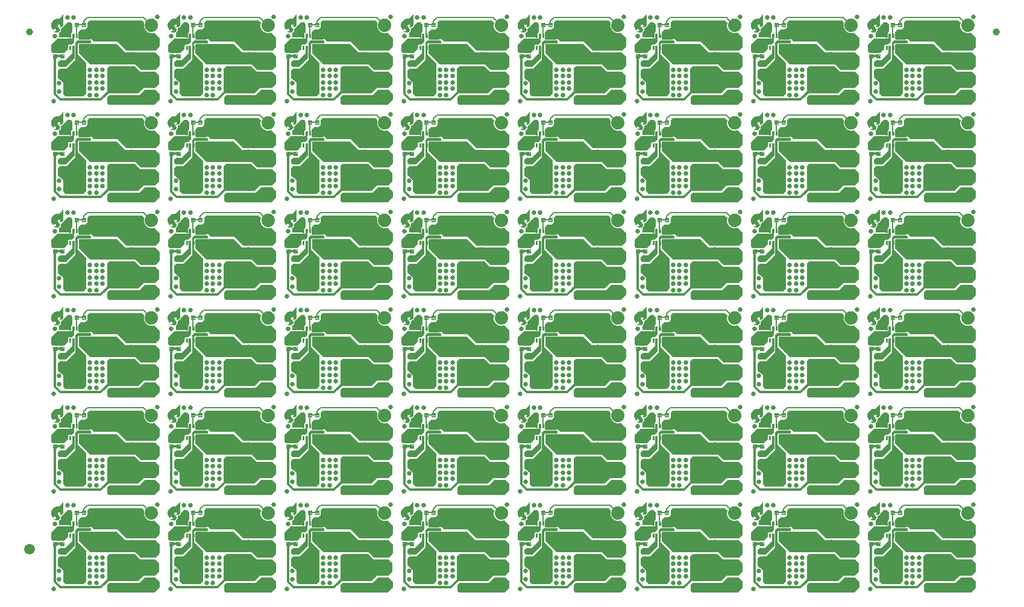
<source format=gtl>
G04 EAGLE Gerber RS-274X export*
G75*
%MOMM*%
%FSLAX34Y34*%
%LPD*%
%INTop Copper*%
%IPPOS*%
%AMOC8*
5,1,8,0,0,1.08239X$1,22.5*%
G01*
%ADD10C,0.102000*%
%ADD11C,0.104000*%
%ADD12C,0.635000*%
%ADD13C,1.879600*%
%ADD14C,0.092500*%
%ADD15C,0.100000*%
%ADD16C,1.000000*%
%ADD17C,1.500000*%
%ADD18C,0.203200*%
%ADD19C,0.304800*%

G36*
X1296757Y627647D02*
X1296757Y627647D01*
X1296844Y627650D01*
X1296897Y627667D01*
X1296952Y627675D01*
X1297031Y627710D01*
X1297115Y627737D01*
X1297154Y627765D01*
X1297211Y627791D01*
X1297324Y627887D01*
X1297388Y627932D01*
X1302468Y633012D01*
X1302484Y633034D01*
X1302504Y633051D01*
X1302536Y633099D01*
X1302580Y633146D01*
X1302606Y633195D01*
X1302639Y633239D01*
X1302651Y633271D01*
X1302662Y633287D01*
X1302676Y633334D01*
X1302710Y633399D01*
X1302718Y633447D01*
X1302740Y633505D01*
X1302743Y633545D01*
X1302748Y633558D01*
X1302749Y633612D01*
X1302752Y633653D01*
X1302765Y633730D01*
X1302765Y645160D01*
X1302753Y645247D01*
X1302750Y645334D01*
X1302733Y645387D01*
X1302725Y645441D01*
X1302690Y645521D01*
X1302663Y645605D01*
X1302635Y645644D01*
X1302609Y645701D01*
X1302513Y645814D01*
X1302468Y645878D01*
X1295862Y652484D01*
X1295861Y652484D01*
X1295860Y652486D01*
X1295742Y652574D01*
X1295635Y652654D01*
X1295634Y652655D01*
X1295632Y652656D01*
X1295500Y652706D01*
X1295369Y652756D01*
X1295368Y652756D01*
X1295366Y652756D01*
X1295228Y652767D01*
X1295086Y652779D01*
X1295085Y652779D01*
X1295083Y652779D01*
X1295068Y652776D01*
X1294807Y652723D01*
X1294780Y652709D01*
X1294756Y652704D01*
X1293712Y652271D01*
X1289468Y652271D01*
X1285547Y653896D01*
X1282546Y656897D01*
X1280921Y660818D01*
X1280921Y665062D01*
X1281354Y666106D01*
X1281354Y666107D01*
X1281355Y666109D01*
X1281389Y666243D01*
X1281425Y666381D01*
X1281425Y666383D01*
X1281425Y666384D01*
X1281420Y666525D01*
X1281416Y666665D01*
X1281416Y666667D01*
X1281416Y666668D01*
X1281372Y666804D01*
X1281330Y666936D01*
X1281329Y666937D01*
X1281328Y666939D01*
X1281319Y666951D01*
X1281171Y667172D01*
X1281148Y667192D01*
X1281134Y667212D01*
X1278338Y670008D01*
X1278268Y670060D01*
X1278204Y670120D01*
X1278155Y670146D01*
X1278111Y670179D01*
X1278029Y670210D01*
X1277951Y670250D01*
X1277904Y670258D01*
X1277845Y670280D01*
X1277697Y670292D01*
X1277620Y670305D01*
X1205230Y670305D01*
X1205143Y670293D01*
X1205056Y670290D01*
X1205003Y670273D01*
X1204949Y670265D01*
X1204869Y670230D01*
X1204785Y670203D01*
X1204746Y670175D01*
X1204689Y670149D01*
X1204576Y670053D01*
X1204512Y670008D01*
X1201972Y667468D01*
X1201920Y667398D01*
X1201860Y667334D01*
X1201834Y667285D01*
X1201801Y667241D01*
X1201770Y667159D01*
X1201730Y667081D01*
X1201722Y667034D01*
X1201700Y666975D01*
X1201688Y666827D01*
X1201675Y666750D01*
X1201675Y660821D01*
X1198460Y657605D01*
X1193800Y657605D01*
X1193713Y657593D01*
X1193626Y657590D01*
X1193573Y657573D01*
X1193519Y657565D01*
X1193439Y657530D01*
X1193355Y657503D01*
X1193316Y657475D01*
X1193259Y657449D01*
X1193146Y657353D01*
X1193082Y657308D01*
X1189272Y653498D01*
X1189220Y653428D01*
X1189160Y653364D01*
X1189134Y653315D01*
X1189101Y653271D01*
X1189070Y653189D01*
X1189030Y653111D01*
X1189022Y653064D01*
X1189000Y653005D01*
X1188988Y652857D01*
X1188975Y652780D01*
X1188975Y652264D01*
X1188987Y652177D01*
X1188990Y652090D01*
X1189007Y652037D01*
X1189011Y652010D01*
X1189011Y645149D01*
X1189000Y645121D01*
X1188997Y645089D01*
X1188989Y645062D01*
X1188986Y644964D01*
X1188975Y644896D01*
X1188975Y644754D01*
X1188983Y644696D01*
X1188981Y644637D01*
X1189003Y644556D01*
X1189015Y644472D01*
X1189039Y644419D01*
X1189053Y644362D01*
X1189096Y644290D01*
X1189131Y644213D01*
X1189169Y644168D01*
X1189199Y644118D01*
X1189260Y644060D01*
X1189315Y643996D01*
X1189363Y643963D01*
X1189406Y643923D01*
X1189481Y643885D01*
X1189551Y643838D01*
X1189607Y643820D01*
X1189659Y643794D01*
X1189727Y643782D01*
X1189822Y643752D01*
X1189922Y643750D01*
X1189990Y643738D01*
X1207756Y643738D01*
X1210862Y640632D01*
X1210932Y640580D01*
X1210996Y640520D01*
X1211045Y640494D01*
X1211089Y640461D01*
X1211171Y640430D01*
X1211249Y640390D01*
X1211297Y640382D01*
X1211355Y640360D01*
X1211503Y640348D01*
X1211580Y640335D01*
X1244180Y640335D01*
X1256582Y627932D01*
X1256652Y627880D01*
X1256716Y627820D01*
X1256765Y627794D01*
X1256809Y627761D01*
X1256891Y627730D01*
X1256969Y627690D01*
X1257017Y627682D01*
X1257075Y627660D01*
X1257223Y627648D01*
X1257300Y627635D01*
X1296670Y627635D01*
X1296757Y627647D01*
G37*
G36*
X805267Y627647D02*
X805267Y627647D01*
X805354Y627650D01*
X805407Y627667D01*
X805462Y627675D01*
X805541Y627710D01*
X805625Y627737D01*
X805664Y627765D01*
X805721Y627791D01*
X805834Y627887D01*
X805898Y627932D01*
X810978Y633012D01*
X810994Y633034D01*
X811014Y633051D01*
X811046Y633099D01*
X811090Y633146D01*
X811116Y633195D01*
X811149Y633239D01*
X811161Y633271D01*
X811172Y633287D01*
X811186Y633334D01*
X811220Y633399D01*
X811228Y633447D01*
X811250Y633505D01*
X811253Y633545D01*
X811258Y633558D01*
X811259Y633612D01*
X811262Y633653D01*
X811275Y633730D01*
X811275Y645160D01*
X811263Y645247D01*
X811260Y645334D01*
X811243Y645387D01*
X811235Y645441D01*
X811200Y645521D01*
X811173Y645605D01*
X811145Y645644D01*
X811119Y645701D01*
X811023Y645814D01*
X810978Y645878D01*
X804372Y652484D01*
X804371Y652484D01*
X804370Y652486D01*
X804252Y652574D01*
X804145Y652654D01*
X804144Y652655D01*
X804142Y652656D01*
X804010Y652706D01*
X803879Y652756D01*
X803878Y652756D01*
X803876Y652756D01*
X803738Y652767D01*
X803596Y652779D01*
X803595Y652779D01*
X803593Y652779D01*
X803578Y652776D01*
X803317Y652723D01*
X803290Y652709D01*
X803266Y652704D01*
X802222Y652271D01*
X797978Y652271D01*
X794057Y653896D01*
X791056Y656897D01*
X789431Y660818D01*
X789431Y665062D01*
X789864Y666106D01*
X789864Y666107D01*
X789865Y666109D01*
X789899Y666243D01*
X789935Y666381D01*
X789935Y666383D01*
X789935Y666384D01*
X789930Y666525D01*
X789926Y666665D01*
X789926Y666667D01*
X789926Y666668D01*
X789882Y666804D01*
X789840Y666936D01*
X789839Y666937D01*
X789838Y666939D01*
X789829Y666951D01*
X789681Y667172D01*
X789658Y667192D01*
X789644Y667212D01*
X786848Y670008D01*
X786778Y670060D01*
X786714Y670120D01*
X786665Y670146D01*
X786621Y670179D01*
X786539Y670210D01*
X786461Y670250D01*
X786414Y670258D01*
X786355Y670280D01*
X786207Y670292D01*
X786130Y670305D01*
X713740Y670305D01*
X713653Y670293D01*
X713566Y670290D01*
X713513Y670273D01*
X713459Y670265D01*
X713379Y670230D01*
X713295Y670203D01*
X713256Y670175D01*
X713199Y670149D01*
X713086Y670053D01*
X713022Y670008D01*
X710482Y667468D01*
X710430Y667398D01*
X710370Y667334D01*
X710344Y667285D01*
X710311Y667241D01*
X710280Y667159D01*
X710240Y667081D01*
X710232Y667034D01*
X710210Y666975D01*
X710198Y666827D01*
X710185Y666750D01*
X710185Y660821D01*
X706970Y657605D01*
X702310Y657605D01*
X702223Y657593D01*
X702136Y657590D01*
X702083Y657573D01*
X702029Y657565D01*
X701949Y657530D01*
X701865Y657503D01*
X701826Y657475D01*
X701769Y657449D01*
X701656Y657353D01*
X701592Y657308D01*
X697782Y653498D01*
X697730Y653428D01*
X697670Y653364D01*
X697644Y653315D01*
X697611Y653271D01*
X697580Y653189D01*
X697540Y653111D01*
X697532Y653064D01*
X697510Y653005D01*
X697498Y652857D01*
X697485Y652780D01*
X697485Y652264D01*
X697497Y652177D01*
X697500Y652090D01*
X697517Y652037D01*
X697521Y652010D01*
X697521Y645149D01*
X697510Y645121D01*
X697507Y645089D01*
X697499Y645062D01*
X697496Y644964D01*
X697485Y644896D01*
X697485Y644754D01*
X697493Y644696D01*
X697491Y644637D01*
X697513Y644556D01*
X697525Y644472D01*
X697549Y644419D01*
X697563Y644362D01*
X697606Y644290D01*
X697641Y644213D01*
X697679Y644168D01*
X697709Y644118D01*
X697770Y644060D01*
X697825Y643996D01*
X697873Y643963D01*
X697916Y643923D01*
X697991Y643885D01*
X698061Y643838D01*
X698117Y643820D01*
X698169Y643794D01*
X698237Y643782D01*
X698332Y643752D01*
X698432Y643750D01*
X698500Y643738D01*
X716266Y643738D01*
X719372Y640632D01*
X719442Y640580D01*
X719506Y640520D01*
X719555Y640494D01*
X719599Y640461D01*
X719681Y640430D01*
X719759Y640390D01*
X719807Y640382D01*
X719865Y640360D01*
X720013Y640348D01*
X720090Y640335D01*
X752690Y640335D01*
X765092Y627932D01*
X765162Y627880D01*
X765226Y627820D01*
X765275Y627794D01*
X765319Y627761D01*
X765401Y627730D01*
X765479Y627690D01*
X765527Y627682D01*
X765585Y627660D01*
X765733Y627648D01*
X765810Y627635D01*
X805180Y627635D01*
X805267Y627647D01*
G37*
G36*
X1132927Y627647D02*
X1132927Y627647D01*
X1133014Y627650D01*
X1133067Y627667D01*
X1133122Y627675D01*
X1133201Y627710D01*
X1133285Y627737D01*
X1133324Y627765D01*
X1133381Y627791D01*
X1133494Y627887D01*
X1133558Y627932D01*
X1138638Y633012D01*
X1138654Y633034D01*
X1138674Y633051D01*
X1138706Y633099D01*
X1138750Y633146D01*
X1138776Y633195D01*
X1138809Y633239D01*
X1138821Y633271D01*
X1138832Y633287D01*
X1138846Y633334D01*
X1138880Y633399D01*
X1138888Y633447D01*
X1138910Y633505D01*
X1138913Y633545D01*
X1138918Y633558D01*
X1138919Y633612D01*
X1138922Y633653D01*
X1138935Y633730D01*
X1138935Y645160D01*
X1138923Y645247D01*
X1138920Y645334D01*
X1138903Y645387D01*
X1138895Y645441D01*
X1138860Y645521D01*
X1138833Y645605D01*
X1138805Y645644D01*
X1138779Y645701D01*
X1138683Y645814D01*
X1138638Y645878D01*
X1132032Y652484D01*
X1132031Y652484D01*
X1132030Y652486D01*
X1131912Y652574D01*
X1131805Y652654D01*
X1131804Y652655D01*
X1131802Y652656D01*
X1131670Y652706D01*
X1131539Y652756D01*
X1131538Y652756D01*
X1131536Y652756D01*
X1131398Y652767D01*
X1131256Y652779D01*
X1131255Y652779D01*
X1131253Y652779D01*
X1131238Y652776D01*
X1130977Y652723D01*
X1130950Y652709D01*
X1130926Y652704D01*
X1129882Y652271D01*
X1125638Y652271D01*
X1121717Y653896D01*
X1118716Y656897D01*
X1117091Y660818D01*
X1117091Y665062D01*
X1117524Y666106D01*
X1117524Y666107D01*
X1117525Y666109D01*
X1117559Y666243D01*
X1117595Y666381D01*
X1117595Y666383D01*
X1117595Y666384D01*
X1117590Y666525D01*
X1117586Y666665D01*
X1117586Y666667D01*
X1117586Y666668D01*
X1117542Y666804D01*
X1117500Y666936D01*
X1117499Y666937D01*
X1117498Y666939D01*
X1117489Y666951D01*
X1117341Y667172D01*
X1117318Y667192D01*
X1117304Y667212D01*
X1114508Y670008D01*
X1114438Y670060D01*
X1114374Y670120D01*
X1114325Y670146D01*
X1114281Y670179D01*
X1114199Y670210D01*
X1114121Y670250D01*
X1114074Y670258D01*
X1114015Y670280D01*
X1113867Y670292D01*
X1113790Y670305D01*
X1041400Y670305D01*
X1041313Y670293D01*
X1041226Y670290D01*
X1041173Y670273D01*
X1041119Y670265D01*
X1041039Y670230D01*
X1040955Y670203D01*
X1040916Y670175D01*
X1040859Y670149D01*
X1040746Y670053D01*
X1040682Y670008D01*
X1038142Y667468D01*
X1038090Y667398D01*
X1038030Y667334D01*
X1038004Y667285D01*
X1037971Y667241D01*
X1037940Y667159D01*
X1037900Y667081D01*
X1037892Y667034D01*
X1037870Y666975D01*
X1037858Y666827D01*
X1037845Y666750D01*
X1037845Y660821D01*
X1034630Y657605D01*
X1029970Y657605D01*
X1029883Y657593D01*
X1029796Y657590D01*
X1029743Y657573D01*
X1029689Y657565D01*
X1029609Y657530D01*
X1029525Y657503D01*
X1029486Y657475D01*
X1029429Y657449D01*
X1029316Y657353D01*
X1029252Y657308D01*
X1025442Y653498D01*
X1025390Y653428D01*
X1025330Y653364D01*
X1025304Y653315D01*
X1025271Y653271D01*
X1025240Y653189D01*
X1025200Y653111D01*
X1025192Y653064D01*
X1025170Y653005D01*
X1025158Y652857D01*
X1025145Y652780D01*
X1025145Y652264D01*
X1025157Y652177D01*
X1025160Y652090D01*
X1025177Y652037D01*
X1025181Y652010D01*
X1025181Y645149D01*
X1025170Y645121D01*
X1025167Y645089D01*
X1025159Y645062D01*
X1025156Y644964D01*
X1025145Y644896D01*
X1025145Y644754D01*
X1025153Y644696D01*
X1025151Y644637D01*
X1025173Y644556D01*
X1025185Y644472D01*
X1025209Y644419D01*
X1025223Y644362D01*
X1025266Y644290D01*
X1025301Y644213D01*
X1025339Y644168D01*
X1025369Y644118D01*
X1025430Y644060D01*
X1025485Y643996D01*
X1025533Y643963D01*
X1025576Y643923D01*
X1025651Y643885D01*
X1025721Y643838D01*
X1025777Y643820D01*
X1025829Y643794D01*
X1025897Y643782D01*
X1025992Y643752D01*
X1026092Y643750D01*
X1026160Y643738D01*
X1043926Y643738D01*
X1047032Y640632D01*
X1047102Y640580D01*
X1047166Y640520D01*
X1047215Y640494D01*
X1047259Y640461D01*
X1047341Y640430D01*
X1047419Y640390D01*
X1047467Y640382D01*
X1047525Y640360D01*
X1047673Y640348D01*
X1047750Y640335D01*
X1080350Y640335D01*
X1092752Y627932D01*
X1092822Y627880D01*
X1092886Y627820D01*
X1092935Y627794D01*
X1092979Y627761D01*
X1093061Y627730D01*
X1093139Y627690D01*
X1093187Y627682D01*
X1093245Y627660D01*
X1093393Y627648D01*
X1093470Y627635D01*
X1132840Y627635D01*
X1132927Y627647D01*
G37*
G36*
X641437Y627647D02*
X641437Y627647D01*
X641524Y627650D01*
X641577Y627667D01*
X641632Y627675D01*
X641711Y627710D01*
X641795Y627737D01*
X641834Y627765D01*
X641891Y627791D01*
X642004Y627887D01*
X642068Y627932D01*
X647148Y633012D01*
X647164Y633034D01*
X647184Y633051D01*
X647216Y633099D01*
X647260Y633146D01*
X647286Y633195D01*
X647319Y633239D01*
X647331Y633271D01*
X647342Y633287D01*
X647356Y633334D01*
X647390Y633399D01*
X647398Y633447D01*
X647420Y633505D01*
X647423Y633545D01*
X647428Y633558D01*
X647429Y633612D01*
X647432Y633653D01*
X647445Y633730D01*
X647445Y645160D01*
X647433Y645247D01*
X647430Y645334D01*
X647413Y645387D01*
X647405Y645441D01*
X647370Y645521D01*
X647343Y645605D01*
X647315Y645644D01*
X647289Y645701D01*
X647193Y645814D01*
X647148Y645878D01*
X640542Y652484D01*
X640541Y652484D01*
X640540Y652486D01*
X640422Y652574D01*
X640315Y652654D01*
X640314Y652655D01*
X640312Y652656D01*
X640180Y652706D01*
X640049Y652756D01*
X640048Y652756D01*
X640046Y652756D01*
X639908Y652767D01*
X639766Y652779D01*
X639765Y652779D01*
X639763Y652779D01*
X639748Y652776D01*
X639487Y652723D01*
X639460Y652709D01*
X639436Y652704D01*
X638392Y652271D01*
X634148Y652271D01*
X630227Y653896D01*
X627226Y656897D01*
X625601Y660818D01*
X625601Y665062D01*
X626034Y666106D01*
X626034Y666107D01*
X626035Y666109D01*
X626069Y666243D01*
X626105Y666381D01*
X626105Y666383D01*
X626105Y666384D01*
X626100Y666525D01*
X626096Y666665D01*
X626096Y666667D01*
X626096Y666668D01*
X626052Y666804D01*
X626010Y666936D01*
X626009Y666937D01*
X626008Y666939D01*
X625999Y666951D01*
X625851Y667172D01*
X625828Y667192D01*
X625814Y667212D01*
X623018Y670008D01*
X622948Y670060D01*
X622884Y670120D01*
X622835Y670146D01*
X622791Y670179D01*
X622709Y670210D01*
X622631Y670250D01*
X622584Y670258D01*
X622525Y670280D01*
X622377Y670292D01*
X622300Y670305D01*
X549910Y670305D01*
X549823Y670293D01*
X549736Y670290D01*
X549683Y670273D01*
X549629Y670265D01*
X549549Y670230D01*
X549465Y670203D01*
X549426Y670175D01*
X549369Y670149D01*
X549256Y670053D01*
X549192Y670008D01*
X546652Y667468D01*
X546600Y667398D01*
X546540Y667334D01*
X546514Y667285D01*
X546481Y667241D01*
X546450Y667159D01*
X546410Y667081D01*
X546402Y667034D01*
X546380Y666975D01*
X546368Y666827D01*
X546355Y666750D01*
X546355Y660821D01*
X543140Y657605D01*
X538480Y657605D01*
X538393Y657593D01*
X538306Y657590D01*
X538253Y657573D01*
X538199Y657565D01*
X538119Y657530D01*
X538035Y657503D01*
X537996Y657475D01*
X537939Y657449D01*
X537826Y657353D01*
X537762Y657308D01*
X533952Y653498D01*
X533900Y653428D01*
X533840Y653364D01*
X533814Y653315D01*
X533781Y653271D01*
X533750Y653189D01*
X533710Y653111D01*
X533702Y653064D01*
X533680Y653005D01*
X533668Y652857D01*
X533655Y652780D01*
X533655Y652264D01*
X533667Y652177D01*
X533670Y652090D01*
X533687Y652037D01*
X533691Y652010D01*
X533691Y645149D01*
X533680Y645121D01*
X533677Y645089D01*
X533669Y645062D01*
X533666Y644964D01*
X533655Y644896D01*
X533655Y644754D01*
X533663Y644696D01*
X533661Y644637D01*
X533683Y644556D01*
X533695Y644472D01*
X533719Y644419D01*
X533733Y644362D01*
X533776Y644290D01*
X533811Y644213D01*
X533849Y644168D01*
X533879Y644118D01*
X533940Y644060D01*
X533995Y643996D01*
X534043Y643963D01*
X534086Y643923D01*
X534161Y643885D01*
X534231Y643838D01*
X534287Y643820D01*
X534339Y643794D01*
X534407Y643782D01*
X534502Y643752D01*
X534602Y643750D01*
X534670Y643738D01*
X552436Y643738D01*
X555542Y640632D01*
X555612Y640580D01*
X555676Y640520D01*
X555725Y640494D01*
X555769Y640461D01*
X555851Y640430D01*
X555929Y640390D01*
X555977Y640382D01*
X556035Y640360D01*
X556183Y640348D01*
X556260Y640335D01*
X588860Y640335D01*
X601262Y627932D01*
X601332Y627880D01*
X601396Y627820D01*
X601445Y627794D01*
X601489Y627761D01*
X601571Y627730D01*
X601649Y627690D01*
X601697Y627682D01*
X601755Y627660D01*
X601903Y627648D01*
X601980Y627635D01*
X641350Y627635D01*
X641437Y627647D01*
G37*
G36*
X149947Y79007D02*
X149947Y79007D01*
X150034Y79010D01*
X150087Y79027D01*
X150142Y79035D01*
X150221Y79070D01*
X150305Y79097D01*
X150344Y79125D01*
X150401Y79151D01*
X150514Y79247D01*
X150578Y79292D01*
X155658Y84372D01*
X155674Y84394D01*
X155694Y84411D01*
X155726Y84459D01*
X155770Y84506D01*
X155796Y84555D01*
X155829Y84599D01*
X155841Y84631D01*
X155852Y84647D01*
X155866Y84694D01*
X155900Y84759D01*
X155908Y84807D01*
X155930Y84865D01*
X155933Y84905D01*
X155938Y84918D01*
X155939Y84972D01*
X155942Y85013D01*
X155955Y85090D01*
X155955Y96520D01*
X155943Y96607D01*
X155940Y96694D01*
X155923Y96747D01*
X155915Y96801D01*
X155880Y96881D01*
X155853Y96965D01*
X155825Y97004D01*
X155799Y97061D01*
X155703Y97174D01*
X155658Y97238D01*
X149052Y103844D01*
X149051Y103844D01*
X149050Y103846D01*
X148932Y103934D01*
X148825Y104014D01*
X148824Y104015D01*
X148822Y104016D01*
X148690Y104066D01*
X148559Y104116D01*
X148558Y104116D01*
X148556Y104116D01*
X148418Y104127D01*
X148276Y104139D01*
X148275Y104139D01*
X148273Y104139D01*
X148258Y104136D01*
X147997Y104083D01*
X147970Y104069D01*
X147946Y104064D01*
X146902Y103631D01*
X142658Y103631D01*
X138737Y105256D01*
X135736Y108257D01*
X134111Y112178D01*
X134111Y116422D01*
X134544Y117466D01*
X134544Y117467D01*
X134545Y117469D01*
X134579Y117603D01*
X134615Y117741D01*
X134615Y117743D01*
X134615Y117744D01*
X134610Y117885D01*
X134606Y118025D01*
X134606Y118027D01*
X134606Y118028D01*
X134562Y118164D01*
X134520Y118296D01*
X134519Y118297D01*
X134518Y118299D01*
X134509Y118311D01*
X134361Y118532D01*
X134338Y118552D01*
X134324Y118572D01*
X131528Y121368D01*
X131458Y121420D01*
X131394Y121480D01*
X131345Y121506D01*
X131301Y121539D01*
X131219Y121570D01*
X131141Y121610D01*
X131094Y121618D01*
X131035Y121640D01*
X130887Y121652D01*
X130810Y121665D01*
X58420Y121665D01*
X58333Y121653D01*
X58246Y121650D01*
X58193Y121633D01*
X58139Y121625D01*
X58059Y121590D01*
X57975Y121563D01*
X57936Y121535D01*
X57879Y121509D01*
X57766Y121413D01*
X57702Y121368D01*
X55162Y118828D01*
X55110Y118758D01*
X55050Y118694D01*
X55024Y118645D01*
X54991Y118601D01*
X54960Y118519D01*
X54920Y118441D01*
X54912Y118394D01*
X54890Y118335D01*
X54878Y118187D01*
X54865Y118110D01*
X54865Y112181D01*
X51650Y108965D01*
X46990Y108965D01*
X46903Y108953D01*
X46816Y108950D01*
X46763Y108933D01*
X46709Y108925D01*
X46629Y108890D01*
X46545Y108863D01*
X46506Y108835D01*
X46449Y108809D01*
X46336Y108713D01*
X46272Y108668D01*
X42462Y104858D01*
X42410Y104788D01*
X42350Y104724D01*
X42324Y104675D01*
X42291Y104631D01*
X42260Y104549D01*
X42220Y104471D01*
X42212Y104424D01*
X42190Y104365D01*
X42178Y104217D01*
X42165Y104140D01*
X42165Y103624D01*
X42177Y103537D01*
X42180Y103450D01*
X42197Y103397D01*
X42201Y103370D01*
X42201Y96509D01*
X42190Y96481D01*
X42187Y96449D01*
X42179Y96422D01*
X42176Y96324D01*
X42165Y96256D01*
X42165Y96114D01*
X42173Y96056D01*
X42171Y95997D01*
X42193Y95916D01*
X42205Y95832D01*
X42229Y95779D01*
X42243Y95722D01*
X42286Y95650D01*
X42321Y95573D01*
X42359Y95528D01*
X42389Y95478D01*
X42450Y95420D01*
X42505Y95356D01*
X42553Y95323D01*
X42596Y95283D01*
X42671Y95245D01*
X42741Y95198D01*
X42797Y95180D01*
X42849Y95154D01*
X42917Y95142D01*
X43012Y95112D01*
X43112Y95110D01*
X43180Y95098D01*
X60946Y95098D01*
X64052Y91992D01*
X64122Y91940D01*
X64186Y91880D01*
X64235Y91854D01*
X64279Y91821D01*
X64361Y91790D01*
X64439Y91750D01*
X64487Y91742D01*
X64545Y91720D01*
X64693Y91708D01*
X64770Y91695D01*
X97370Y91695D01*
X109772Y79292D01*
X109842Y79240D01*
X109906Y79180D01*
X109955Y79154D01*
X109999Y79121D01*
X110081Y79090D01*
X110159Y79050D01*
X110207Y79042D01*
X110265Y79020D01*
X110413Y79008D01*
X110490Y78995D01*
X149860Y78995D01*
X149947Y79007D01*
G37*
G36*
X477607Y79007D02*
X477607Y79007D01*
X477694Y79010D01*
X477747Y79027D01*
X477802Y79035D01*
X477881Y79070D01*
X477965Y79097D01*
X478004Y79125D01*
X478061Y79151D01*
X478174Y79247D01*
X478238Y79292D01*
X483318Y84372D01*
X483334Y84394D01*
X483354Y84411D01*
X483386Y84459D01*
X483430Y84506D01*
X483456Y84555D01*
X483489Y84599D01*
X483501Y84631D01*
X483512Y84647D01*
X483526Y84694D01*
X483560Y84759D01*
X483568Y84807D01*
X483590Y84865D01*
X483593Y84905D01*
X483598Y84918D01*
X483599Y84972D01*
X483602Y85013D01*
X483615Y85090D01*
X483615Y96520D01*
X483603Y96607D01*
X483600Y96694D01*
X483583Y96747D01*
X483575Y96801D01*
X483540Y96881D01*
X483513Y96965D01*
X483485Y97004D01*
X483459Y97061D01*
X483363Y97174D01*
X483318Y97238D01*
X476712Y103844D01*
X476711Y103844D01*
X476710Y103846D01*
X476592Y103934D01*
X476485Y104014D01*
X476484Y104015D01*
X476482Y104016D01*
X476350Y104066D01*
X476219Y104116D01*
X476218Y104116D01*
X476216Y104116D01*
X476078Y104127D01*
X475936Y104139D01*
X475935Y104139D01*
X475933Y104139D01*
X475918Y104136D01*
X475657Y104083D01*
X475630Y104069D01*
X475606Y104064D01*
X474562Y103631D01*
X470318Y103631D01*
X466397Y105256D01*
X463396Y108257D01*
X461771Y112178D01*
X461771Y116422D01*
X462204Y117466D01*
X462204Y117467D01*
X462205Y117469D01*
X462239Y117603D01*
X462275Y117741D01*
X462275Y117743D01*
X462275Y117744D01*
X462270Y117885D01*
X462266Y118025D01*
X462266Y118027D01*
X462266Y118028D01*
X462222Y118164D01*
X462180Y118296D01*
X462179Y118297D01*
X462178Y118299D01*
X462169Y118311D01*
X462021Y118532D01*
X461998Y118552D01*
X461984Y118572D01*
X459188Y121368D01*
X459118Y121420D01*
X459054Y121480D01*
X459005Y121506D01*
X458961Y121539D01*
X458879Y121570D01*
X458801Y121610D01*
X458754Y121618D01*
X458695Y121640D01*
X458547Y121652D01*
X458470Y121665D01*
X386080Y121665D01*
X385993Y121653D01*
X385906Y121650D01*
X385853Y121633D01*
X385799Y121625D01*
X385719Y121590D01*
X385635Y121563D01*
X385596Y121535D01*
X385539Y121509D01*
X385426Y121413D01*
X385362Y121368D01*
X382822Y118828D01*
X382770Y118758D01*
X382710Y118694D01*
X382684Y118645D01*
X382651Y118601D01*
X382620Y118519D01*
X382580Y118441D01*
X382572Y118394D01*
X382550Y118335D01*
X382538Y118187D01*
X382525Y118110D01*
X382525Y112181D01*
X379310Y108965D01*
X374650Y108965D01*
X374563Y108953D01*
X374476Y108950D01*
X374423Y108933D01*
X374369Y108925D01*
X374289Y108890D01*
X374205Y108863D01*
X374166Y108835D01*
X374109Y108809D01*
X373996Y108713D01*
X373932Y108668D01*
X370122Y104858D01*
X370070Y104788D01*
X370010Y104724D01*
X369984Y104675D01*
X369951Y104631D01*
X369920Y104549D01*
X369880Y104471D01*
X369872Y104424D01*
X369850Y104365D01*
X369838Y104217D01*
X369825Y104140D01*
X369825Y103624D01*
X369837Y103537D01*
X369840Y103450D01*
X369857Y103397D01*
X369861Y103370D01*
X369861Y96509D01*
X369850Y96481D01*
X369847Y96449D01*
X369839Y96422D01*
X369836Y96324D01*
X369825Y96256D01*
X369825Y96114D01*
X369833Y96056D01*
X369831Y95997D01*
X369853Y95916D01*
X369865Y95832D01*
X369889Y95779D01*
X369903Y95722D01*
X369946Y95650D01*
X369981Y95573D01*
X370019Y95528D01*
X370049Y95478D01*
X370110Y95420D01*
X370165Y95356D01*
X370213Y95323D01*
X370256Y95283D01*
X370331Y95245D01*
X370401Y95198D01*
X370457Y95180D01*
X370509Y95154D01*
X370577Y95142D01*
X370672Y95112D01*
X370772Y95110D01*
X370840Y95098D01*
X388606Y95098D01*
X391712Y91992D01*
X391782Y91940D01*
X391846Y91880D01*
X391895Y91854D01*
X391939Y91821D01*
X392021Y91790D01*
X392099Y91750D01*
X392147Y91742D01*
X392205Y91720D01*
X392353Y91708D01*
X392430Y91695D01*
X425030Y91695D01*
X437432Y79292D01*
X437502Y79240D01*
X437566Y79180D01*
X437615Y79154D01*
X437659Y79121D01*
X437741Y79090D01*
X437819Y79050D01*
X437867Y79042D01*
X437925Y79020D01*
X438073Y79008D01*
X438150Y78995D01*
X477520Y78995D01*
X477607Y79007D01*
G37*
G36*
X969097Y79007D02*
X969097Y79007D01*
X969184Y79010D01*
X969237Y79027D01*
X969292Y79035D01*
X969371Y79070D01*
X969455Y79097D01*
X969494Y79125D01*
X969551Y79151D01*
X969664Y79247D01*
X969728Y79292D01*
X974808Y84372D01*
X974824Y84394D01*
X974844Y84411D01*
X974876Y84459D01*
X974920Y84506D01*
X974946Y84555D01*
X974979Y84599D01*
X974991Y84631D01*
X975002Y84647D01*
X975016Y84694D01*
X975050Y84759D01*
X975058Y84807D01*
X975080Y84865D01*
X975083Y84905D01*
X975088Y84918D01*
X975089Y84972D01*
X975092Y85013D01*
X975105Y85090D01*
X975105Y96520D01*
X975093Y96607D01*
X975090Y96694D01*
X975073Y96747D01*
X975065Y96801D01*
X975030Y96881D01*
X975003Y96965D01*
X974975Y97004D01*
X974949Y97061D01*
X974853Y97174D01*
X974808Y97238D01*
X968202Y103844D01*
X968201Y103844D01*
X968200Y103846D01*
X968082Y103934D01*
X967975Y104014D01*
X967974Y104015D01*
X967972Y104016D01*
X967840Y104066D01*
X967709Y104116D01*
X967708Y104116D01*
X967706Y104116D01*
X967568Y104127D01*
X967426Y104139D01*
X967425Y104139D01*
X967423Y104139D01*
X967408Y104136D01*
X967147Y104083D01*
X967120Y104069D01*
X967096Y104064D01*
X966052Y103631D01*
X961808Y103631D01*
X957887Y105256D01*
X954886Y108257D01*
X953261Y112178D01*
X953261Y116422D01*
X953694Y117466D01*
X953694Y117467D01*
X953695Y117469D01*
X953729Y117603D01*
X953765Y117741D01*
X953765Y117743D01*
X953765Y117744D01*
X953760Y117885D01*
X953756Y118025D01*
X953756Y118027D01*
X953756Y118028D01*
X953712Y118164D01*
X953670Y118296D01*
X953669Y118297D01*
X953668Y118299D01*
X953659Y118311D01*
X953511Y118532D01*
X953488Y118552D01*
X953474Y118572D01*
X950678Y121368D01*
X950608Y121420D01*
X950544Y121480D01*
X950495Y121506D01*
X950451Y121539D01*
X950369Y121570D01*
X950291Y121610D01*
X950244Y121618D01*
X950185Y121640D01*
X950037Y121652D01*
X949960Y121665D01*
X877570Y121665D01*
X877483Y121653D01*
X877396Y121650D01*
X877343Y121633D01*
X877289Y121625D01*
X877209Y121590D01*
X877125Y121563D01*
X877086Y121535D01*
X877029Y121509D01*
X876916Y121413D01*
X876852Y121368D01*
X874312Y118828D01*
X874260Y118758D01*
X874200Y118694D01*
X874174Y118645D01*
X874141Y118601D01*
X874110Y118519D01*
X874070Y118441D01*
X874062Y118394D01*
X874040Y118335D01*
X874028Y118187D01*
X874015Y118110D01*
X874015Y112181D01*
X870800Y108965D01*
X866140Y108965D01*
X866053Y108953D01*
X865966Y108950D01*
X865913Y108933D01*
X865859Y108925D01*
X865779Y108890D01*
X865695Y108863D01*
X865656Y108835D01*
X865599Y108809D01*
X865486Y108713D01*
X865422Y108668D01*
X861612Y104858D01*
X861560Y104788D01*
X861500Y104724D01*
X861474Y104675D01*
X861441Y104631D01*
X861410Y104549D01*
X861370Y104471D01*
X861362Y104424D01*
X861340Y104365D01*
X861328Y104217D01*
X861315Y104140D01*
X861315Y103624D01*
X861327Y103537D01*
X861330Y103450D01*
X861347Y103397D01*
X861351Y103370D01*
X861351Y96509D01*
X861340Y96481D01*
X861337Y96449D01*
X861329Y96422D01*
X861326Y96324D01*
X861315Y96256D01*
X861315Y96114D01*
X861323Y96056D01*
X861321Y95997D01*
X861343Y95916D01*
X861355Y95832D01*
X861379Y95779D01*
X861393Y95722D01*
X861436Y95650D01*
X861471Y95573D01*
X861509Y95528D01*
X861539Y95478D01*
X861600Y95420D01*
X861655Y95356D01*
X861703Y95323D01*
X861746Y95283D01*
X861821Y95245D01*
X861891Y95198D01*
X861947Y95180D01*
X861999Y95154D01*
X862067Y95142D01*
X862162Y95112D01*
X862262Y95110D01*
X862330Y95098D01*
X880096Y95098D01*
X883202Y91992D01*
X883272Y91940D01*
X883336Y91880D01*
X883385Y91854D01*
X883429Y91821D01*
X883511Y91790D01*
X883589Y91750D01*
X883637Y91742D01*
X883695Y91720D01*
X883843Y91708D01*
X883920Y91695D01*
X916520Y91695D01*
X928922Y79292D01*
X928992Y79240D01*
X929056Y79180D01*
X929105Y79154D01*
X929149Y79121D01*
X929231Y79090D01*
X929309Y79050D01*
X929357Y79042D01*
X929415Y79020D01*
X929563Y79008D01*
X929640Y78995D01*
X969010Y78995D01*
X969097Y79007D01*
G37*
G36*
X641437Y79007D02*
X641437Y79007D01*
X641524Y79010D01*
X641577Y79027D01*
X641632Y79035D01*
X641711Y79070D01*
X641795Y79097D01*
X641834Y79125D01*
X641891Y79151D01*
X642004Y79247D01*
X642068Y79292D01*
X647148Y84372D01*
X647164Y84394D01*
X647184Y84411D01*
X647216Y84459D01*
X647260Y84506D01*
X647286Y84555D01*
X647319Y84599D01*
X647331Y84631D01*
X647342Y84647D01*
X647356Y84694D01*
X647390Y84759D01*
X647398Y84807D01*
X647420Y84865D01*
X647423Y84905D01*
X647428Y84918D01*
X647429Y84972D01*
X647432Y85013D01*
X647445Y85090D01*
X647445Y96520D01*
X647433Y96607D01*
X647430Y96694D01*
X647413Y96747D01*
X647405Y96801D01*
X647370Y96881D01*
X647343Y96965D01*
X647315Y97004D01*
X647289Y97061D01*
X647193Y97174D01*
X647148Y97238D01*
X640542Y103844D01*
X640541Y103844D01*
X640540Y103846D01*
X640422Y103934D01*
X640315Y104014D01*
X640314Y104015D01*
X640312Y104016D01*
X640180Y104066D01*
X640049Y104116D01*
X640048Y104116D01*
X640046Y104116D01*
X639908Y104127D01*
X639766Y104139D01*
X639765Y104139D01*
X639763Y104139D01*
X639748Y104136D01*
X639487Y104083D01*
X639460Y104069D01*
X639436Y104064D01*
X638392Y103631D01*
X634148Y103631D01*
X630227Y105256D01*
X627226Y108257D01*
X625601Y112178D01*
X625601Y116422D01*
X626034Y117466D01*
X626034Y117467D01*
X626035Y117469D01*
X626069Y117603D01*
X626105Y117741D01*
X626105Y117743D01*
X626105Y117744D01*
X626100Y117885D01*
X626096Y118025D01*
X626096Y118027D01*
X626096Y118028D01*
X626052Y118164D01*
X626010Y118296D01*
X626009Y118297D01*
X626008Y118299D01*
X625999Y118311D01*
X625851Y118532D01*
X625828Y118552D01*
X625814Y118572D01*
X623018Y121368D01*
X622948Y121420D01*
X622884Y121480D01*
X622835Y121506D01*
X622791Y121539D01*
X622709Y121570D01*
X622631Y121610D01*
X622584Y121618D01*
X622525Y121640D01*
X622377Y121652D01*
X622300Y121665D01*
X549910Y121665D01*
X549823Y121653D01*
X549736Y121650D01*
X549683Y121633D01*
X549629Y121625D01*
X549549Y121590D01*
X549465Y121563D01*
X549426Y121535D01*
X549369Y121509D01*
X549256Y121413D01*
X549192Y121368D01*
X546652Y118828D01*
X546600Y118758D01*
X546540Y118694D01*
X546514Y118645D01*
X546481Y118601D01*
X546450Y118519D01*
X546410Y118441D01*
X546402Y118394D01*
X546380Y118335D01*
X546368Y118187D01*
X546355Y118110D01*
X546355Y112181D01*
X543140Y108965D01*
X538480Y108965D01*
X538393Y108953D01*
X538306Y108950D01*
X538253Y108933D01*
X538199Y108925D01*
X538119Y108890D01*
X538035Y108863D01*
X537996Y108835D01*
X537939Y108809D01*
X537826Y108713D01*
X537762Y108668D01*
X533952Y104858D01*
X533900Y104788D01*
X533840Y104724D01*
X533814Y104675D01*
X533781Y104631D01*
X533750Y104549D01*
X533710Y104471D01*
X533702Y104424D01*
X533680Y104365D01*
X533668Y104217D01*
X533655Y104140D01*
X533655Y103624D01*
X533667Y103537D01*
X533670Y103450D01*
X533687Y103397D01*
X533691Y103370D01*
X533691Y96509D01*
X533680Y96481D01*
X533677Y96449D01*
X533669Y96422D01*
X533666Y96324D01*
X533655Y96256D01*
X533655Y96114D01*
X533663Y96056D01*
X533661Y95997D01*
X533683Y95916D01*
X533695Y95832D01*
X533719Y95779D01*
X533733Y95722D01*
X533776Y95650D01*
X533811Y95573D01*
X533849Y95528D01*
X533879Y95478D01*
X533940Y95420D01*
X533995Y95356D01*
X534043Y95323D01*
X534086Y95283D01*
X534161Y95245D01*
X534231Y95198D01*
X534287Y95180D01*
X534339Y95154D01*
X534407Y95142D01*
X534502Y95112D01*
X534602Y95110D01*
X534670Y95098D01*
X552436Y95098D01*
X555542Y91992D01*
X555612Y91940D01*
X555676Y91880D01*
X555725Y91854D01*
X555769Y91821D01*
X555851Y91790D01*
X555929Y91750D01*
X555977Y91742D01*
X556035Y91720D01*
X556183Y91708D01*
X556260Y91695D01*
X588860Y91695D01*
X601262Y79292D01*
X601332Y79240D01*
X601396Y79180D01*
X601445Y79154D01*
X601489Y79121D01*
X601571Y79090D01*
X601649Y79050D01*
X601697Y79042D01*
X601755Y79020D01*
X601903Y79008D01*
X601980Y78995D01*
X641350Y78995D01*
X641437Y79007D01*
G37*
G36*
X969097Y353327D02*
X969097Y353327D01*
X969184Y353330D01*
X969237Y353347D01*
X969292Y353355D01*
X969371Y353390D01*
X969455Y353417D01*
X969494Y353445D01*
X969551Y353471D01*
X969664Y353567D01*
X969728Y353612D01*
X974808Y358692D01*
X974824Y358714D01*
X974844Y358731D01*
X974876Y358779D01*
X974920Y358826D01*
X974946Y358875D01*
X974979Y358919D01*
X974991Y358951D01*
X975002Y358967D01*
X975016Y359014D01*
X975050Y359079D01*
X975058Y359127D01*
X975080Y359185D01*
X975083Y359225D01*
X975088Y359238D01*
X975089Y359292D01*
X975092Y359333D01*
X975105Y359410D01*
X975105Y370840D01*
X975093Y370927D01*
X975090Y371014D01*
X975073Y371067D01*
X975065Y371121D01*
X975030Y371201D01*
X975003Y371285D01*
X974975Y371324D01*
X974949Y371381D01*
X974853Y371494D01*
X974808Y371558D01*
X968202Y378164D01*
X968201Y378164D01*
X968200Y378166D01*
X968082Y378254D01*
X967975Y378334D01*
X967974Y378335D01*
X967972Y378336D01*
X967840Y378386D01*
X967709Y378436D01*
X967708Y378436D01*
X967706Y378436D01*
X967568Y378447D01*
X967426Y378459D01*
X967425Y378459D01*
X967423Y378459D01*
X967408Y378456D01*
X967147Y378403D01*
X967120Y378389D01*
X967096Y378384D01*
X966052Y377951D01*
X961808Y377951D01*
X957887Y379576D01*
X954886Y382577D01*
X953261Y386498D01*
X953261Y390742D01*
X953694Y391786D01*
X953694Y391787D01*
X953695Y391789D01*
X953729Y391923D01*
X953765Y392061D01*
X953765Y392063D01*
X953765Y392064D01*
X953760Y392205D01*
X953756Y392345D01*
X953756Y392347D01*
X953756Y392348D01*
X953712Y392484D01*
X953670Y392616D01*
X953669Y392617D01*
X953668Y392619D01*
X953659Y392631D01*
X953511Y392852D01*
X953488Y392872D01*
X953474Y392892D01*
X950678Y395688D01*
X950608Y395740D01*
X950544Y395800D01*
X950495Y395826D01*
X950451Y395859D01*
X950369Y395890D01*
X950291Y395930D01*
X950244Y395938D01*
X950185Y395960D01*
X950037Y395972D01*
X949960Y395985D01*
X877570Y395985D01*
X877483Y395973D01*
X877396Y395970D01*
X877343Y395953D01*
X877289Y395945D01*
X877209Y395910D01*
X877125Y395883D01*
X877086Y395855D01*
X877029Y395829D01*
X876916Y395733D01*
X876852Y395688D01*
X874312Y393148D01*
X874260Y393078D01*
X874200Y393014D01*
X874174Y392965D01*
X874141Y392921D01*
X874110Y392839D01*
X874070Y392761D01*
X874062Y392714D01*
X874040Y392655D01*
X874028Y392507D01*
X874015Y392430D01*
X874015Y386501D01*
X870800Y383285D01*
X866140Y383285D01*
X866053Y383273D01*
X865966Y383270D01*
X865913Y383253D01*
X865859Y383245D01*
X865779Y383210D01*
X865695Y383183D01*
X865656Y383155D01*
X865599Y383129D01*
X865486Y383033D01*
X865422Y382988D01*
X861612Y379178D01*
X861560Y379108D01*
X861500Y379044D01*
X861474Y378995D01*
X861441Y378951D01*
X861410Y378869D01*
X861370Y378791D01*
X861362Y378744D01*
X861340Y378685D01*
X861328Y378537D01*
X861315Y378460D01*
X861315Y377944D01*
X861327Y377857D01*
X861330Y377770D01*
X861347Y377717D01*
X861351Y377690D01*
X861351Y370829D01*
X861340Y370801D01*
X861337Y370769D01*
X861329Y370742D01*
X861326Y370644D01*
X861315Y370576D01*
X861315Y370434D01*
X861323Y370376D01*
X861321Y370317D01*
X861343Y370236D01*
X861355Y370152D01*
X861379Y370099D01*
X861393Y370042D01*
X861436Y369970D01*
X861471Y369893D01*
X861509Y369848D01*
X861539Y369798D01*
X861600Y369740D01*
X861655Y369676D01*
X861703Y369643D01*
X861746Y369603D01*
X861821Y369565D01*
X861891Y369518D01*
X861947Y369500D01*
X861999Y369474D01*
X862067Y369462D01*
X862162Y369432D01*
X862262Y369430D01*
X862330Y369418D01*
X880096Y369418D01*
X883202Y366312D01*
X883272Y366260D01*
X883336Y366200D01*
X883385Y366174D01*
X883429Y366141D01*
X883511Y366110D01*
X883589Y366070D01*
X883637Y366062D01*
X883695Y366040D01*
X883843Y366028D01*
X883920Y366015D01*
X916520Y366015D01*
X928922Y353612D01*
X928992Y353560D01*
X929056Y353500D01*
X929105Y353474D01*
X929149Y353441D01*
X929231Y353410D01*
X929309Y353370D01*
X929357Y353362D01*
X929415Y353340D01*
X929563Y353328D01*
X929640Y353315D01*
X969010Y353315D01*
X969097Y353327D01*
G37*
G36*
X1132927Y353327D02*
X1132927Y353327D01*
X1133014Y353330D01*
X1133067Y353347D01*
X1133122Y353355D01*
X1133201Y353390D01*
X1133285Y353417D01*
X1133324Y353445D01*
X1133381Y353471D01*
X1133494Y353567D01*
X1133558Y353612D01*
X1138638Y358692D01*
X1138654Y358714D01*
X1138674Y358731D01*
X1138706Y358779D01*
X1138750Y358826D01*
X1138776Y358875D01*
X1138809Y358919D01*
X1138821Y358951D01*
X1138832Y358967D01*
X1138846Y359014D01*
X1138880Y359079D01*
X1138888Y359127D01*
X1138910Y359185D01*
X1138913Y359225D01*
X1138918Y359238D01*
X1138919Y359292D01*
X1138922Y359333D01*
X1138935Y359410D01*
X1138935Y370840D01*
X1138923Y370927D01*
X1138920Y371014D01*
X1138903Y371067D01*
X1138895Y371121D01*
X1138860Y371201D01*
X1138833Y371285D01*
X1138805Y371324D01*
X1138779Y371381D01*
X1138683Y371494D01*
X1138638Y371558D01*
X1132032Y378164D01*
X1132031Y378164D01*
X1132030Y378166D01*
X1131912Y378254D01*
X1131805Y378334D01*
X1131804Y378335D01*
X1131802Y378336D01*
X1131670Y378386D01*
X1131539Y378436D01*
X1131538Y378436D01*
X1131536Y378436D01*
X1131398Y378447D01*
X1131256Y378459D01*
X1131255Y378459D01*
X1131253Y378459D01*
X1131238Y378456D01*
X1130977Y378403D01*
X1130950Y378389D01*
X1130926Y378384D01*
X1129882Y377951D01*
X1125638Y377951D01*
X1121717Y379576D01*
X1118716Y382577D01*
X1117091Y386498D01*
X1117091Y390742D01*
X1117524Y391786D01*
X1117524Y391787D01*
X1117525Y391789D01*
X1117559Y391923D01*
X1117595Y392061D01*
X1117595Y392063D01*
X1117595Y392064D01*
X1117590Y392205D01*
X1117586Y392345D01*
X1117586Y392347D01*
X1117586Y392348D01*
X1117542Y392484D01*
X1117500Y392616D01*
X1117499Y392617D01*
X1117498Y392619D01*
X1117489Y392631D01*
X1117341Y392852D01*
X1117318Y392872D01*
X1117304Y392892D01*
X1114508Y395688D01*
X1114438Y395740D01*
X1114374Y395800D01*
X1114325Y395826D01*
X1114281Y395859D01*
X1114199Y395890D01*
X1114121Y395930D01*
X1114074Y395938D01*
X1114015Y395960D01*
X1113867Y395972D01*
X1113790Y395985D01*
X1041400Y395985D01*
X1041313Y395973D01*
X1041226Y395970D01*
X1041173Y395953D01*
X1041119Y395945D01*
X1041039Y395910D01*
X1040955Y395883D01*
X1040916Y395855D01*
X1040859Y395829D01*
X1040746Y395733D01*
X1040682Y395688D01*
X1038142Y393148D01*
X1038090Y393078D01*
X1038030Y393014D01*
X1038004Y392965D01*
X1037971Y392921D01*
X1037940Y392839D01*
X1037900Y392761D01*
X1037892Y392714D01*
X1037870Y392655D01*
X1037858Y392507D01*
X1037845Y392430D01*
X1037845Y386501D01*
X1034630Y383285D01*
X1029970Y383285D01*
X1029883Y383273D01*
X1029796Y383270D01*
X1029743Y383253D01*
X1029689Y383245D01*
X1029609Y383210D01*
X1029525Y383183D01*
X1029486Y383155D01*
X1029429Y383129D01*
X1029316Y383033D01*
X1029252Y382988D01*
X1025442Y379178D01*
X1025390Y379108D01*
X1025330Y379044D01*
X1025304Y378995D01*
X1025271Y378951D01*
X1025240Y378869D01*
X1025200Y378791D01*
X1025192Y378744D01*
X1025170Y378685D01*
X1025158Y378537D01*
X1025145Y378460D01*
X1025145Y377944D01*
X1025157Y377857D01*
X1025160Y377770D01*
X1025177Y377717D01*
X1025181Y377690D01*
X1025181Y370829D01*
X1025170Y370801D01*
X1025167Y370769D01*
X1025159Y370742D01*
X1025156Y370644D01*
X1025145Y370576D01*
X1025145Y370434D01*
X1025153Y370376D01*
X1025151Y370317D01*
X1025173Y370236D01*
X1025185Y370152D01*
X1025209Y370099D01*
X1025223Y370042D01*
X1025266Y369970D01*
X1025301Y369893D01*
X1025339Y369848D01*
X1025369Y369798D01*
X1025430Y369740D01*
X1025485Y369676D01*
X1025533Y369643D01*
X1025576Y369603D01*
X1025651Y369565D01*
X1025721Y369518D01*
X1025777Y369500D01*
X1025829Y369474D01*
X1025897Y369462D01*
X1025992Y369432D01*
X1026092Y369430D01*
X1026160Y369418D01*
X1043926Y369418D01*
X1047032Y366312D01*
X1047102Y366260D01*
X1047166Y366200D01*
X1047215Y366174D01*
X1047259Y366141D01*
X1047341Y366110D01*
X1047419Y366070D01*
X1047467Y366062D01*
X1047525Y366040D01*
X1047673Y366028D01*
X1047750Y366015D01*
X1080350Y366015D01*
X1092752Y353612D01*
X1092822Y353560D01*
X1092886Y353500D01*
X1092935Y353474D01*
X1092979Y353441D01*
X1093061Y353410D01*
X1093139Y353370D01*
X1093187Y353362D01*
X1093245Y353340D01*
X1093393Y353328D01*
X1093470Y353315D01*
X1132840Y353315D01*
X1132927Y353327D01*
G37*
G36*
X805267Y764807D02*
X805267Y764807D01*
X805354Y764810D01*
X805407Y764827D01*
X805462Y764835D01*
X805541Y764870D01*
X805625Y764897D01*
X805664Y764925D01*
X805721Y764951D01*
X805834Y765047D01*
X805898Y765092D01*
X810978Y770172D01*
X810994Y770194D01*
X811014Y770211D01*
X811046Y770259D01*
X811090Y770306D01*
X811116Y770355D01*
X811149Y770399D01*
X811161Y770431D01*
X811172Y770447D01*
X811186Y770494D01*
X811220Y770559D01*
X811228Y770607D01*
X811250Y770665D01*
X811253Y770705D01*
X811258Y770718D01*
X811259Y770772D01*
X811262Y770813D01*
X811275Y770890D01*
X811275Y782320D01*
X811263Y782407D01*
X811260Y782494D01*
X811243Y782547D01*
X811235Y782601D01*
X811200Y782681D01*
X811173Y782765D01*
X811145Y782804D01*
X811119Y782861D01*
X811023Y782974D01*
X810978Y783038D01*
X804372Y789644D01*
X804371Y789644D01*
X804370Y789646D01*
X804252Y789734D01*
X804145Y789814D01*
X804144Y789815D01*
X804142Y789816D01*
X804010Y789866D01*
X803879Y789916D01*
X803878Y789916D01*
X803876Y789916D01*
X803738Y789927D01*
X803596Y789939D01*
X803595Y789939D01*
X803593Y789939D01*
X803578Y789936D01*
X803317Y789883D01*
X803290Y789869D01*
X803266Y789864D01*
X802222Y789431D01*
X797978Y789431D01*
X794057Y791056D01*
X791056Y794057D01*
X789431Y797978D01*
X789431Y802222D01*
X789864Y803266D01*
X789864Y803267D01*
X789865Y803269D01*
X789899Y803403D01*
X789935Y803541D01*
X789935Y803543D01*
X789935Y803544D01*
X789930Y803685D01*
X789926Y803825D01*
X789926Y803827D01*
X789926Y803828D01*
X789882Y803964D01*
X789840Y804096D01*
X789839Y804097D01*
X789838Y804099D01*
X789829Y804111D01*
X789681Y804332D01*
X789658Y804352D01*
X789644Y804372D01*
X786848Y807168D01*
X786778Y807220D01*
X786714Y807280D01*
X786665Y807306D01*
X786621Y807339D01*
X786539Y807370D01*
X786461Y807410D01*
X786414Y807418D01*
X786355Y807440D01*
X786207Y807452D01*
X786130Y807465D01*
X713740Y807465D01*
X713653Y807453D01*
X713566Y807450D01*
X713513Y807433D01*
X713459Y807425D01*
X713379Y807390D01*
X713295Y807363D01*
X713256Y807335D01*
X713199Y807309D01*
X713086Y807213D01*
X713022Y807168D01*
X710482Y804628D01*
X710430Y804558D01*
X710370Y804494D01*
X710344Y804445D01*
X710311Y804401D01*
X710280Y804319D01*
X710240Y804241D01*
X710232Y804194D01*
X710210Y804135D01*
X710198Y803987D01*
X710185Y803910D01*
X710185Y797981D01*
X706970Y794765D01*
X702310Y794765D01*
X702223Y794753D01*
X702136Y794750D01*
X702083Y794733D01*
X702029Y794725D01*
X701949Y794690D01*
X701865Y794663D01*
X701826Y794635D01*
X701769Y794609D01*
X701656Y794513D01*
X701592Y794468D01*
X697782Y790658D01*
X697730Y790588D01*
X697670Y790524D01*
X697644Y790475D01*
X697611Y790431D01*
X697580Y790349D01*
X697540Y790271D01*
X697532Y790224D01*
X697510Y790165D01*
X697498Y790017D01*
X697485Y789940D01*
X697485Y789424D01*
X697497Y789337D01*
X697500Y789250D01*
X697517Y789197D01*
X697521Y789170D01*
X697521Y782309D01*
X697510Y782281D01*
X697507Y782249D01*
X697499Y782222D01*
X697496Y782124D01*
X697485Y782056D01*
X697485Y781914D01*
X697493Y781856D01*
X697491Y781797D01*
X697513Y781716D01*
X697525Y781632D01*
X697549Y781579D01*
X697563Y781522D01*
X697606Y781450D01*
X697641Y781373D01*
X697679Y781328D01*
X697709Y781278D01*
X697770Y781220D01*
X697825Y781156D01*
X697873Y781123D01*
X697916Y781083D01*
X697991Y781045D01*
X698061Y780998D01*
X698117Y780980D01*
X698169Y780954D01*
X698237Y780942D01*
X698332Y780912D01*
X698432Y780910D01*
X698500Y780898D01*
X716266Y780898D01*
X719372Y777792D01*
X719442Y777740D01*
X719506Y777680D01*
X719555Y777654D01*
X719599Y777621D01*
X719681Y777590D01*
X719759Y777550D01*
X719807Y777542D01*
X719865Y777520D01*
X720013Y777508D01*
X720090Y777495D01*
X752690Y777495D01*
X765092Y765092D01*
X765162Y765040D01*
X765226Y764980D01*
X765275Y764954D01*
X765319Y764921D01*
X765401Y764890D01*
X765479Y764850D01*
X765527Y764842D01*
X765585Y764820D01*
X765733Y764808D01*
X765810Y764795D01*
X805180Y764795D01*
X805267Y764807D01*
G37*
G36*
X1296757Y764807D02*
X1296757Y764807D01*
X1296844Y764810D01*
X1296897Y764827D01*
X1296952Y764835D01*
X1297031Y764870D01*
X1297115Y764897D01*
X1297154Y764925D01*
X1297211Y764951D01*
X1297324Y765047D01*
X1297388Y765092D01*
X1302468Y770172D01*
X1302484Y770194D01*
X1302504Y770211D01*
X1302536Y770259D01*
X1302580Y770306D01*
X1302606Y770355D01*
X1302639Y770399D01*
X1302651Y770431D01*
X1302662Y770447D01*
X1302676Y770494D01*
X1302710Y770559D01*
X1302718Y770607D01*
X1302740Y770665D01*
X1302743Y770705D01*
X1302748Y770718D01*
X1302749Y770772D01*
X1302752Y770813D01*
X1302765Y770890D01*
X1302765Y782320D01*
X1302753Y782407D01*
X1302750Y782494D01*
X1302733Y782547D01*
X1302725Y782601D01*
X1302690Y782681D01*
X1302663Y782765D01*
X1302635Y782804D01*
X1302609Y782861D01*
X1302513Y782974D01*
X1302468Y783038D01*
X1295862Y789644D01*
X1295861Y789644D01*
X1295860Y789646D01*
X1295742Y789734D01*
X1295635Y789814D01*
X1295634Y789815D01*
X1295632Y789816D01*
X1295500Y789866D01*
X1295369Y789916D01*
X1295368Y789916D01*
X1295366Y789916D01*
X1295228Y789927D01*
X1295086Y789939D01*
X1295085Y789939D01*
X1295083Y789939D01*
X1295068Y789936D01*
X1294807Y789883D01*
X1294780Y789869D01*
X1294756Y789864D01*
X1293712Y789431D01*
X1289468Y789431D01*
X1285547Y791056D01*
X1282546Y794057D01*
X1280921Y797978D01*
X1280921Y802222D01*
X1281354Y803266D01*
X1281354Y803267D01*
X1281355Y803269D01*
X1281389Y803403D01*
X1281425Y803541D01*
X1281425Y803543D01*
X1281425Y803544D01*
X1281420Y803685D01*
X1281416Y803825D01*
X1281416Y803827D01*
X1281416Y803828D01*
X1281372Y803964D01*
X1281330Y804096D01*
X1281329Y804097D01*
X1281328Y804099D01*
X1281319Y804111D01*
X1281171Y804332D01*
X1281148Y804352D01*
X1281134Y804372D01*
X1278338Y807168D01*
X1278268Y807220D01*
X1278204Y807280D01*
X1278155Y807306D01*
X1278111Y807339D01*
X1278029Y807370D01*
X1277951Y807410D01*
X1277904Y807418D01*
X1277845Y807440D01*
X1277697Y807452D01*
X1277620Y807465D01*
X1205230Y807465D01*
X1205143Y807453D01*
X1205056Y807450D01*
X1205003Y807433D01*
X1204949Y807425D01*
X1204869Y807390D01*
X1204785Y807363D01*
X1204746Y807335D01*
X1204689Y807309D01*
X1204576Y807213D01*
X1204512Y807168D01*
X1201972Y804628D01*
X1201920Y804558D01*
X1201860Y804494D01*
X1201834Y804445D01*
X1201801Y804401D01*
X1201770Y804319D01*
X1201730Y804241D01*
X1201722Y804194D01*
X1201700Y804135D01*
X1201688Y803987D01*
X1201675Y803910D01*
X1201675Y797981D01*
X1198460Y794765D01*
X1193800Y794765D01*
X1193713Y794753D01*
X1193626Y794750D01*
X1193573Y794733D01*
X1193519Y794725D01*
X1193439Y794690D01*
X1193355Y794663D01*
X1193316Y794635D01*
X1193259Y794609D01*
X1193146Y794513D01*
X1193082Y794468D01*
X1189272Y790658D01*
X1189220Y790588D01*
X1189160Y790524D01*
X1189134Y790475D01*
X1189101Y790431D01*
X1189070Y790349D01*
X1189030Y790271D01*
X1189022Y790224D01*
X1189000Y790165D01*
X1188988Y790017D01*
X1188975Y789940D01*
X1188975Y789424D01*
X1188987Y789337D01*
X1188990Y789250D01*
X1189007Y789197D01*
X1189011Y789170D01*
X1189011Y782309D01*
X1189000Y782281D01*
X1188997Y782249D01*
X1188989Y782222D01*
X1188986Y782124D01*
X1188975Y782056D01*
X1188975Y781914D01*
X1188983Y781856D01*
X1188981Y781797D01*
X1189003Y781716D01*
X1189015Y781632D01*
X1189039Y781579D01*
X1189053Y781522D01*
X1189096Y781450D01*
X1189131Y781373D01*
X1189169Y781328D01*
X1189199Y781278D01*
X1189260Y781220D01*
X1189315Y781156D01*
X1189363Y781123D01*
X1189406Y781083D01*
X1189481Y781045D01*
X1189551Y780998D01*
X1189607Y780980D01*
X1189659Y780954D01*
X1189727Y780942D01*
X1189822Y780912D01*
X1189922Y780910D01*
X1189990Y780898D01*
X1207756Y780898D01*
X1210862Y777792D01*
X1210932Y777740D01*
X1210996Y777680D01*
X1211045Y777654D01*
X1211089Y777621D01*
X1211171Y777590D01*
X1211249Y777550D01*
X1211297Y777542D01*
X1211355Y777520D01*
X1211503Y777508D01*
X1211580Y777495D01*
X1244180Y777495D01*
X1256582Y765092D01*
X1256652Y765040D01*
X1256716Y764980D01*
X1256765Y764954D01*
X1256809Y764921D01*
X1256891Y764890D01*
X1256969Y764850D01*
X1257017Y764842D01*
X1257075Y764820D01*
X1257223Y764808D01*
X1257300Y764795D01*
X1296670Y764795D01*
X1296757Y764807D01*
G37*
G36*
X1132927Y216167D02*
X1132927Y216167D01*
X1133014Y216170D01*
X1133067Y216187D01*
X1133122Y216195D01*
X1133201Y216230D01*
X1133285Y216257D01*
X1133324Y216285D01*
X1133381Y216311D01*
X1133494Y216407D01*
X1133558Y216452D01*
X1138638Y221532D01*
X1138654Y221554D01*
X1138674Y221571D01*
X1138706Y221619D01*
X1138750Y221666D01*
X1138776Y221715D01*
X1138809Y221759D01*
X1138821Y221791D01*
X1138832Y221807D01*
X1138846Y221854D01*
X1138880Y221919D01*
X1138888Y221967D01*
X1138910Y222025D01*
X1138913Y222065D01*
X1138918Y222078D01*
X1138919Y222132D01*
X1138922Y222173D01*
X1138935Y222250D01*
X1138935Y233680D01*
X1138923Y233767D01*
X1138920Y233854D01*
X1138903Y233907D01*
X1138895Y233961D01*
X1138860Y234041D01*
X1138833Y234125D01*
X1138805Y234164D01*
X1138779Y234221D01*
X1138683Y234334D01*
X1138638Y234398D01*
X1132032Y241004D01*
X1132031Y241004D01*
X1132030Y241006D01*
X1131912Y241094D01*
X1131805Y241174D01*
X1131804Y241175D01*
X1131802Y241176D01*
X1131670Y241226D01*
X1131539Y241276D01*
X1131538Y241276D01*
X1131536Y241276D01*
X1131398Y241287D01*
X1131256Y241299D01*
X1131255Y241299D01*
X1131253Y241299D01*
X1131238Y241296D01*
X1130977Y241243D01*
X1130950Y241229D01*
X1130926Y241224D01*
X1129882Y240791D01*
X1125638Y240791D01*
X1121717Y242416D01*
X1118716Y245417D01*
X1117091Y249338D01*
X1117091Y253582D01*
X1117524Y254626D01*
X1117524Y254627D01*
X1117525Y254629D01*
X1117559Y254763D01*
X1117595Y254901D01*
X1117595Y254903D01*
X1117595Y254904D01*
X1117590Y255045D01*
X1117586Y255185D01*
X1117586Y255187D01*
X1117586Y255188D01*
X1117542Y255324D01*
X1117500Y255456D01*
X1117499Y255457D01*
X1117498Y255459D01*
X1117489Y255471D01*
X1117341Y255692D01*
X1117318Y255712D01*
X1117304Y255732D01*
X1114508Y258528D01*
X1114438Y258580D01*
X1114374Y258640D01*
X1114325Y258666D01*
X1114281Y258699D01*
X1114199Y258730D01*
X1114121Y258770D01*
X1114074Y258778D01*
X1114015Y258800D01*
X1113867Y258812D01*
X1113790Y258825D01*
X1041400Y258825D01*
X1041313Y258813D01*
X1041226Y258810D01*
X1041173Y258793D01*
X1041119Y258785D01*
X1041039Y258750D01*
X1040955Y258723D01*
X1040916Y258695D01*
X1040859Y258669D01*
X1040746Y258573D01*
X1040682Y258528D01*
X1038142Y255988D01*
X1038090Y255918D01*
X1038030Y255854D01*
X1038004Y255805D01*
X1037971Y255761D01*
X1037940Y255679D01*
X1037900Y255601D01*
X1037892Y255554D01*
X1037870Y255495D01*
X1037858Y255347D01*
X1037845Y255270D01*
X1037845Y249341D01*
X1034630Y246125D01*
X1029970Y246125D01*
X1029883Y246113D01*
X1029796Y246110D01*
X1029743Y246093D01*
X1029689Y246085D01*
X1029609Y246050D01*
X1029525Y246023D01*
X1029486Y245995D01*
X1029429Y245969D01*
X1029316Y245873D01*
X1029252Y245828D01*
X1025442Y242018D01*
X1025390Y241948D01*
X1025330Y241884D01*
X1025304Y241835D01*
X1025271Y241791D01*
X1025240Y241709D01*
X1025200Y241631D01*
X1025192Y241584D01*
X1025170Y241525D01*
X1025158Y241377D01*
X1025145Y241300D01*
X1025145Y240784D01*
X1025157Y240697D01*
X1025160Y240610D01*
X1025177Y240557D01*
X1025181Y240530D01*
X1025181Y233669D01*
X1025170Y233641D01*
X1025167Y233609D01*
X1025159Y233582D01*
X1025156Y233484D01*
X1025145Y233416D01*
X1025145Y233274D01*
X1025153Y233216D01*
X1025151Y233157D01*
X1025173Y233076D01*
X1025185Y232992D01*
X1025209Y232939D01*
X1025223Y232882D01*
X1025266Y232810D01*
X1025301Y232733D01*
X1025339Y232688D01*
X1025369Y232638D01*
X1025430Y232580D01*
X1025485Y232516D01*
X1025533Y232483D01*
X1025576Y232443D01*
X1025651Y232405D01*
X1025721Y232358D01*
X1025777Y232340D01*
X1025829Y232314D01*
X1025897Y232302D01*
X1025992Y232272D01*
X1026092Y232270D01*
X1026160Y232258D01*
X1043926Y232258D01*
X1047032Y229152D01*
X1047102Y229100D01*
X1047166Y229040D01*
X1047215Y229014D01*
X1047259Y228981D01*
X1047341Y228950D01*
X1047419Y228910D01*
X1047467Y228902D01*
X1047525Y228880D01*
X1047673Y228868D01*
X1047750Y228855D01*
X1080350Y228855D01*
X1092752Y216452D01*
X1092822Y216400D01*
X1092886Y216340D01*
X1092935Y216314D01*
X1092979Y216281D01*
X1093061Y216250D01*
X1093139Y216210D01*
X1093187Y216202D01*
X1093245Y216180D01*
X1093393Y216168D01*
X1093470Y216155D01*
X1132840Y216155D01*
X1132927Y216167D01*
G37*
G36*
X313777Y764807D02*
X313777Y764807D01*
X313864Y764810D01*
X313917Y764827D01*
X313972Y764835D01*
X314051Y764870D01*
X314135Y764897D01*
X314174Y764925D01*
X314231Y764951D01*
X314344Y765047D01*
X314408Y765092D01*
X319488Y770172D01*
X319504Y770194D01*
X319524Y770211D01*
X319556Y770259D01*
X319600Y770306D01*
X319626Y770355D01*
X319659Y770399D01*
X319671Y770431D01*
X319682Y770447D01*
X319696Y770494D01*
X319730Y770559D01*
X319738Y770607D01*
X319760Y770665D01*
X319763Y770705D01*
X319768Y770718D01*
X319769Y770772D01*
X319772Y770813D01*
X319785Y770890D01*
X319785Y782320D01*
X319773Y782407D01*
X319770Y782494D01*
X319753Y782547D01*
X319745Y782601D01*
X319710Y782681D01*
X319683Y782765D01*
X319655Y782804D01*
X319629Y782861D01*
X319533Y782974D01*
X319488Y783038D01*
X312882Y789644D01*
X312881Y789644D01*
X312880Y789646D01*
X312762Y789734D01*
X312655Y789814D01*
X312654Y789815D01*
X312652Y789816D01*
X312520Y789866D01*
X312389Y789916D01*
X312388Y789916D01*
X312386Y789916D01*
X312248Y789927D01*
X312106Y789939D01*
X312105Y789939D01*
X312103Y789939D01*
X312088Y789936D01*
X311827Y789883D01*
X311800Y789869D01*
X311776Y789864D01*
X310732Y789431D01*
X306488Y789431D01*
X302567Y791056D01*
X299566Y794057D01*
X297941Y797978D01*
X297941Y802222D01*
X298374Y803266D01*
X298374Y803267D01*
X298375Y803269D01*
X298409Y803403D01*
X298445Y803541D01*
X298445Y803543D01*
X298445Y803544D01*
X298440Y803685D01*
X298436Y803825D01*
X298436Y803827D01*
X298436Y803828D01*
X298392Y803964D01*
X298350Y804096D01*
X298349Y804097D01*
X298348Y804099D01*
X298339Y804111D01*
X298191Y804332D01*
X298168Y804352D01*
X298154Y804372D01*
X295358Y807168D01*
X295288Y807220D01*
X295224Y807280D01*
X295175Y807306D01*
X295131Y807339D01*
X295049Y807370D01*
X294971Y807410D01*
X294924Y807418D01*
X294865Y807440D01*
X294717Y807452D01*
X294640Y807465D01*
X222250Y807465D01*
X222163Y807453D01*
X222076Y807450D01*
X222023Y807433D01*
X221969Y807425D01*
X221889Y807390D01*
X221805Y807363D01*
X221766Y807335D01*
X221709Y807309D01*
X221596Y807213D01*
X221532Y807168D01*
X218992Y804628D01*
X218940Y804558D01*
X218880Y804494D01*
X218854Y804445D01*
X218821Y804401D01*
X218790Y804319D01*
X218750Y804241D01*
X218742Y804194D01*
X218720Y804135D01*
X218708Y803987D01*
X218695Y803910D01*
X218695Y797981D01*
X215480Y794765D01*
X210820Y794765D01*
X210733Y794753D01*
X210646Y794750D01*
X210593Y794733D01*
X210539Y794725D01*
X210459Y794690D01*
X210375Y794663D01*
X210336Y794635D01*
X210279Y794609D01*
X210166Y794513D01*
X210102Y794468D01*
X206292Y790658D01*
X206240Y790588D01*
X206180Y790524D01*
X206154Y790475D01*
X206121Y790431D01*
X206090Y790349D01*
X206050Y790271D01*
X206042Y790224D01*
X206020Y790165D01*
X206008Y790017D01*
X205995Y789940D01*
X205995Y789424D01*
X206007Y789337D01*
X206010Y789250D01*
X206027Y789197D01*
X206031Y789170D01*
X206031Y782309D01*
X206020Y782281D01*
X206017Y782249D01*
X206009Y782222D01*
X206006Y782124D01*
X205995Y782056D01*
X205995Y781914D01*
X206003Y781856D01*
X206001Y781797D01*
X206023Y781716D01*
X206035Y781632D01*
X206059Y781579D01*
X206073Y781522D01*
X206116Y781450D01*
X206151Y781373D01*
X206189Y781328D01*
X206219Y781278D01*
X206280Y781220D01*
X206335Y781156D01*
X206383Y781123D01*
X206426Y781083D01*
X206501Y781045D01*
X206571Y780998D01*
X206627Y780980D01*
X206679Y780954D01*
X206747Y780942D01*
X206842Y780912D01*
X206942Y780910D01*
X207010Y780898D01*
X224776Y780898D01*
X227882Y777792D01*
X227952Y777740D01*
X228016Y777680D01*
X228065Y777654D01*
X228109Y777621D01*
X228191Y777590D01*
X228269Y777550D01*
X228317Y777542D01*
X228375Y777520D01*
X228523Y777508D01*
X228600Y777495D01*
X261200Y777495D01*
X273602Y765092D01*
X273672Y765040D01*
X273736Y764980D01*
X273785Y764954D01*
X273829Y764921D01*
X273911Y764890D01*
X273989Y764850D01*
X274037Y764842D01*
X274095Y764820D01*
X274243Y764808D01*
X274320Y764795D01*
X313690Y764795D01*
X313777Y764807D01*
G37*
G36*
X149947Y353327D02*
X149947Y353327D01*
X150034Y353330D01*
X150087Y353347D01*
X150142Y353355D01*
X150221Y353390D01*
X150305Y353417D01*
X150344Y353445D01*
X150401Y353471D01*
X150514Y353567D01*
X150578Y353612D01*
X155658Y358692D01*
X155674Y358714D01*
X155694Y358731D01*
X155726Y358779D01*
X155770Y358826D01*
X155796Y358875D01*
X155829Y358919D01*
X155841Y358951D01*
X155852Y358967D01*
X155866Y359014D01*
X155900Y359079D01*
X155908Y359127D01*
X155930Y359185D01*
X155933Y359225D01*
X155938Y359238D01*
X155939Y359292D01*
X155942Y359333D01*
X155955Y359410D01*
X155955Y370840D01*
X155943Y370927D01*
X155940Y371014D01*
X155923Y371067D01*
X155915Y371121D01*
X155880Y371201D01*
X155853Y371285D01*
X155825Y371324D01*
X155799Y371381D01*
X155703Y371494D01*
X155658Y371558D01*
X149052Y378164D01*
X149051Y378164D01*
X149050Y378166D01*
X148932Y378254D01*
X148825Y378334D01*
X148824Y378335D01*
X148822Y378336D01*
X148690Y378386D01*
X148559Y378436D01*
X148558Y378436D01*
X148556Y378436D01*
X148418Y378447D01*
X148276Y378459D01*
X148275Y378459D01*
X148273Y378459D01*
X148258Y378456D01*
X147997Y378403D01*
X147970Y378389D01*
X147946Y378384D01*
X146902Y377951D01*
X142658Y377951D01*
X138737Y379576D01*
X135736Y382577D01*
X134111Y386498D01*
X134111Y390742D01*
X134544Y391786D01*
X134544Y391787D01*
X134545Y391789D01*
X134579Y391923D01*
X134615Y392061D01*
X134615Y392063D01*
X134615Y392064D01*
X134610Y392205D01*
X134606Y392345D01*
X134606Y392347D01*
X134606Y392348D01*
X134562Y392484D01*
X134520Y392616D01*
X134519Y392617D01*
X134518Y392619D01*
X134509Y392631D01*
X134361Y392852D01*
X134338Y392872D01*
X134324Y392892D01*
X131528Y395688D01*
X131458Y395740D01*
X131394Y395800D01*
X131345Y395826D01*
X131301Y395859D01*
X131219Y395890D01*
X131141Y395930D01*
X131094Y395938D01*
X131035Y395960D01*
X130887Y395972D01*
X130810Y395985D01*
X58420Y395985D01*
X58333Y395973D01*
X58246Y395970D01*
X58193Y395953D01*
X58139Y395945D01*
X58059Y395910D01*
X57975Y395883D01*
X57936Y395855D01*
X57879Y395829D01*
X57766Y395733D01*
X57702Y395688D01*
X55162Y393148D01*
X55110Y393078D01*
X55050Y393014D01*
X55024Y392965D01*
X54991Y392921D01*
X54960Y392839D01*
X54920Y392761D01*
X54912Y392714D01*
X54890Y392655D01*
X54878Y392507D01*
X54865Y392430D01*
X54865Y386501D01*
X51650Y383285D01*
X46990Y383285D01*
X46903Y383273D01*
X46816Y383270D01*
X46763Y383253D01*
X46709Y383245D01*
X46629Y383210D01*
X46545Y383183D01*
X46506Y383155D01*
X46449Y383129D01*
X46336Y383033D01*
X46272Y382988D01*
X42462Y379178D01*
X42410Y379108D01*
X42350Y379044D01*
X42324Y378995D01*
X42291Y378951D01*
X42260Y378869D01*
X42220Y378791D01*
X42212Y378744D01*
X42190Y378685D01*
X42178Y378537D01*
X42165Y378460D01*
X42165Y377944D01*
X42177Y377857D01*
X42180Y377770D01*
X42197Y377717D01*
X42201Y377690D01*
X42201Y370829D01*
X42190Y370801D01*
X42187Y370769D01*
X42179Y370742D01*
X42176Y370644D01*
X42165Y370576D01*
X42165Y370434D01*
X42173Y370376D01*
X42171Y370317D01*
X42193Y370236D01*
X42205Y370152D01*
X42229Y370099D01*
X42243Y370042D01*
X42286Y369970D01*
X42321Y369893D01*
X42359Y369848D01*
X42389Y369798D01*
X42450Y369740D01*
X42505Y369676D01*
X42553Y369643D01*
X42596Y369603D01*
X42671Y369565D01*
X42741Y369518D01*
X42797Y369500D01*
X42849Y369474D01*
X42917Y369462D01*
X43012Y369432D01*
X43112Y369430D01*
X43180Y369418D01*
X60946Y369418D01*
X64052Y366312D01*
X64122Y366260D01*
X64186Y366200D01*
X64235Y366174D01*
X64279Y366141D01*
X64361Y366110D01*
X64439Y366070D01*
X64487Y366062D01*
X64545Y366040D01*
X64693Y366028D01*
X64770Y366015D01*
X97370Y366015D01*
X109772Y353612D01*
X109842Y353560D01*
X109906Y353500D01*
X109955Y353474D01*
X109999Y353441D01*
X110081Y353410D01*
X110159Y353370D01*
X110207Y353362D01*
X110265Y353340D01*
X110413Y353328D01*
X110490Y353315D01*
X149860Y353315D01*
X149947Y353327D01*
G37*
G36*
X1132927Y764807D02*
X1132927Y764807D01*
X1133014Y764810D01*
X1133067Y764827D01*
X1133122Y764835D01*
X1133201Y764870D01*
X1133285Y764897D01*
X1133324Y764925D01*
X1133381Y764951D01*
X1133494Y765047D01*
X1133558Y765092D01*
X1138638Y770172D01*
X1138654Y770194D01*
X1138674Y770211D01*
X1138706Y770259D01*
X1138750Y770306D01*
X1138776Y770355D01*
X1138809Y770399D01*
X1138821Y770431D01*
X1138832Y770447D01*
X1138846Y770494D01*
X1138880Y770559D01*
X1138888Y770607D01*
X1138910Y770665D01*
X1138913Y770705D01*
X1138918Y770718D01*
X1138919Y770772D01*
X1138922Y770813D01*
X1138935Y770890D01*
X1138935Y782320D01*
X1138923Y782407D01*
X1138920Y782494D01*
X1138903Y782547D01*
X1138895Y782601D01*
X1138860Y782681D01*
X1138833Y782765D01*
X1138805Y782804D01*
X1138779Y782861D01*
X1138683Y782974D01*
X1138638Y783038D01*
X1132032Y789644D01*
X1132031Y789644D01*
X1132030Y789646D01*
X1131912Y789734D01*
X1131805Y789814D01*
X1131804Y789815D01*
X1131802Y789816D01*
X1131670Y789866D01*
X1131539Y789916D01*
X1131538Y789916D01*
X1131536Y789916D01*
X1131398Y789927D01*
X1131256Y789939D01*
X1131255Y789939D01*
X1131253Y789939D01*
X1131238Y789936D01*
X1130977Y789883D01*
X1130950Y789869D01*
X1130926Y789864D01*
X1129882Y789431D01*
X1125638Y789431D01*
X1121717Y791056D01*
X1118716Y794057D01*
X1117091Y797978D01*
X1117091Y802222D01*
X1117524Y803266D01*
X1117524Y803267D01*
X1117525Y803269D01*
X1117559Y803403D01*
X1117595Y803541D01*
X1117595Y803543D01*
X1117595Y803544D01*
X1117590Y803685D01*
X1117586Y803825D01*
X1117586Y803827D01*
X1117586Y803828D01*
X1117542Y803964D01*
X1117500Y804096D01*
X1117499Y804097D01*
X1117498Y804099D01*
X1117489Y804111D01*
X1117341Y804332D01*
X1117318Y804352D01*
X1117304Y804372D01*
X1114508Y807168D01*
X1114438Y807220D01*
X1114374Y807280D01*
X1114325Y807306D01*
X1114281Y807339D01*
X1114199Y807370D01*
X1114121Y807410D01*
X1114074Y807418D01*
X1114015Y807440D01*
X1113867Y807452D01*
X1113790Y807465D01*
X1041400Y807465D01*
X1041313Y807453D01*
X1041226Y807450D01*
X1041173Y807433D01*
X1041119Y807425D01*
X1041039Y807390D01*
X1040955Y807363D01*
X1040916Y807335D01*
X1040859Y807309D01*
X1040746Y807213D01*
X1040682Y807168D01*
X1038142Y804628D01*
X1038090Y804558D01*
X1038030Y804494D01*
X1038004Y804445D01*
X1037971Y804401D01*
X1037940Y804319D01*
X1037900Y804241D01*
X1037892Y804194D01*
X1037870Y804135D01*
X1037858Y803987D01*
X1037845Y803910D01*
X1037845Y797981D01*
X1034630Y794765D01*
X1029970Y794765D01*
X1029883Y794753D01*
X1029796Y794750D01*
X1029743Y794733D01*
X1029689Y794725D01*
X1029609Y794690D01*
X1029525Y794663D01*
X1029486Y794635D01*
X1029429Y794609D01*
X1029316Y794513D01*
X1029252Y794468D01*
X1025442Y790658D01*
X1025390Y790588D01*
X1025330Y790524D01*
X1025304Y790475D01*
X1025271Y790431D01*
X1025240Y790349D01*
X1025200Y790271D01*
X1025192Y790224D01*
X1025170Y790165D01*
X1025158Y790017D01*
X1025145Y789940D01*
X1025145Y789424D01*
X1025157Y789337D01*
X1025160Y789250D01*
X1025177Y789197D01*
X1025181Y789170D01*
X1025181Y782309D01*
X1025170Y782281D01*
X1025167Y782249D01*
X1025159Y782222D01*
X1025156Y782124D01*
X1025145Y782056D01*
X1025145Y781914D01*
X1025153Y781856D01*
X1025151Y781797D01*
X1025173Y781716D01*
X1025185Y781632D01*
X1025209Y781579D01*
X1025223Y781522D01*
X1025266Y781450D01*
X1025301Y781373D01*
X1025339Y781328D01*
X1025369Y781278D01*
X1025430Y781220D01*
X1025485Y781156D01*
X1025533Y781123D01*
X1025576Y781083D01*
X1025651Y781045D01*
X1025721Y780998D01*
X1025777Y780980D01*
X1025829Y780954D01*
X1025897Y780942D01*
X1025992Y780912D01*
X1026092Y780910D01*
X1026160Y780898D01*
X1043926Y780898D01*
X1047032Y777792D01*
X1047102Y777740D01*
X1047166Y777680D01*
X1047215Y777654D01*
X1047259Y777621D01*
X1047341Y777590D01*
X1047419Y777550D01*
X1047467Y777542D01*
X1047525Y777520D01*
X1047673Y777508D01*
X1047750Y777495D01*
X1080350Y777495D01*
X1092752Y765092D01*
X1092822Y765040D01*
X1092886Y764980D01*
X1092935Y764954D01*
X1092979Y764921D01*
X1093061Y764890D01*
X1093139Y764850D01*
X1093187Y764842D01*
X1093245Y764820D01*
X1093393Y764808D01*
X1093470Y764795D01*
X1132840Y764795D01*
X1132927Y764807D01*
G37*
G36*
X149947Y490487D02*
X149947Y490487D01*
X150034Y490490D01*
X150087Y490507D01*
X150142Y490515D01*
X150221Y490550D01*
X150305Y490577D01*
X150344Y490605D01*
X150401Y490631D01*
X150514Y490727D01*
X150578Y490772D01*
X155658Y495852D01*
X155674Y495874D01*
X155694Y495891D01*
X155726Y495939D01*
X155770Y495986D01*
X155796Y496035D01*
X155829Y496079D01*
X155841Y496111D01*
X155852Y496127D01*
X155866Y496174D01*
X155900Y496239D01*
X155908Y496287D01*
X155930Y496345D01*
X155933Y496385D01*
X155938Y496398D01*
X155939Y496452D01*
X155942Y496493D01*
X155955Y496570D01*
X155955Y508000D01*
X155943Y508087D01*
X155940Y508174D01*
X155923Y508227D01*
X155915Y508281D01*
X155880Y508361D01*
X155853Y508445D01*
X155825Y508484D01*
X155799Y508541D01*
X155703Y508654D01*
X155658Y508718D01*
X149052Y515324D01*
X149051Y515324D01*
X149050Y515326D01*
X148932Y515414D01*
X148825Y515494D01*
X148824Y515495D01*
X148822Y515496D01*
X148690Y515546D01*
X148559Y515596D01*
X148558Y515596D01*
X148556Y515596D01*
X148418Y515607D01*
X148276Y515619D01*
X148275Y515619D01*
X148273Y515619D01*
X148258Y515616D01*
X147997Y515563D01*
X147970Y515549D01*
X147946Y515544D01*
X146902Y515111D01*
X142658Y515111D01*
X138737Y516736D01*
X135736Y519737D01*
X134111Y523658D01*
X134111Y527902D01*
X134544Y528946D01*
X134544Y528947D01*
X134545Y528949D01*
X134579Y529083D01*
X134615Y529221D01*
X134615Y529223D01*
X134615Y529224D01*
X134610Y529365D01*
X134606Y529505D01*
X134606Y529507D01*
X134606Y529508D01*
X134562Y529644D01*
X134520Y529776D01*
X134519Y529777D01*
X134518Y529779D01*
X134509Y529791D01*
X134361Y530012D01*
X134338Y530032D01*
X134324Y530052D01*
X131528Y532848D01*
X131458Y532900D01*
X131394Y532960D01*
X131345Y532986D01*
X131301Y533019D01*
X131219Y533050D01*
X131141Y533090D01*
X131094Y533098D01*
X131035Y533120D01*
X130887Y533132D01*
X130810Y533145D01*
X58420Y533145D01*
X58333Y533133D01*
X58246Y533130D01*
X58193Y533113D01*
X58139Y533105D01*
X58059Y533070D01*
X57975Y533043D01*
X57936Y533015D01*
X57879Y532989D01*
X57766Y532893D01*
X57702Y532848D01*
X55162Y530308D01*
X55110Y530238D01*
X55050Y530174D01*
X55024Y530125D01*
X54991Y530081D01*
X54960Y529999D01*
X54920Y529921D01*
X54912Y529874D01*
X54890Y529815D01*
X54878Y529667D01*
X54865Y529590D01*
X54865Y523661D01*
X51650Y520445D01*
X46990Y520445D01*
X46903Y520433D01*
X46816Y520430D01*
X46763Y520413D01*
X46709Y520405D01*
X46629Y520370D01*
X46545Y520343D01*
X46506Y520315D01*
X46449Y520289D01*
X46336Y520193D01*
X46272Y520148D01*
X42462Y516338D01*
X42410Y516268D01*
X42350Y516204D01*
X42324Y516155D01*
X42291Y516111D01*
X42260Y516029D01*
X42220Y515951D01*
X42212Y515904D01*
X42190Y515845D01*
X42178Y515697D01*
X42165Y515620D01*
X42165Y515104D01*
X42177Y515017D01*
X42180Y514930D01*
X42197Y514877D01*
X42201Y514850D01*
X42201Y507989D01*
X42190Y507961D01*
X42187Y507929D01*
X42179Y507902D01*
X42176Y507804D01*
X42165Y507736D01*
X42165Y507594D01*
X42173Y507536D01*
X42171Y507477D01*
X42193Y507396D01*
X42205Y507312D01*
X42229Y507259D01*
X42243Y507202D01*
X42286Y507130D01*
X42321Y507053D01*
X42359Y507008D01*
X42389Y506958D01*
X42450Y506900D01*
X42505Y506836D01*
X42553Y506803D01*
X42596Y506763D01*
X42671Y506725D01*
X42741Y506678D01*
X42797Y506660D01*
X42849Y506634D01*
X42917Y506622D01*
X43012Y506592D01*
X43112Y506590D01*
X43180Y506578D01*
X60946Y506578D01*
X64052Y503472D01*
X64122Y503420D01*
X64186Y503360D01*
X64235Y503334D01*
X64279Y503301D01*
X64361Y503270D01*
X64439Y503230D01*
X64487Y503222D01*
X64545Y503200D01*
X64693Y503188D01*
X64770Y503175D01*
X97370Y503175D01*
X109772Y490772D01*
X109842Y490720D01*
X109906Y490660D01*
X109955Y490634D01*
X109999Y490601D01*
X110081Y490570D01*
X110159Y490530D01*
X110207Y490522D01*
X110265Y490500D01*
X110413Y490488D01*
X110490Y490475D01*
X149860Y490475D01*
X149947Y490487D01*
G37*
G36*
X641437Y490487D02*
X641437Y490487D01*
X641524Y490490D01*
X641577Y490507D01*
X641632Y490515D01*
X641711Y490550D01*
X641795Y490577D01*
X641834Y490605D01*
X641891Y490631D01*
X642004Y490727D01*
X642068Y490772D01*
X647148Y495852D01*
X647164Y495874D01*
X647184Y495891D01*
X647216Y495939D01*
X647260Y495986D01*
X647286Y496035D01*
X647319Y496079D01*
X647331Y496111D01*
X647342Y496127D01*
X647356Y496174D01*
X647390Y496239D01*
X647398Y496287D01*
X647420Y496345D01*
X647423Y496385D01*
X647428Y496398D01*
X647429Y496452D01*
X647432Y496493D01*
X647445Y496570D01*
X647445Y508000D01*
X647433Y508087D01*
X647430Y508174D01*
X647413Y508227D01*
X647405Y508281D01*
X647370Y508361D01*
X647343Y508445D01*
X647315Y508484D01*
X647289Y508541D01*
X647193Y508654D01*
X647148Y508718D01*
X640542Y515324D01*
X640541Y515324D01*
X640540Y515326D01*
X640422Y515414D01*
X640315Y515494D01*
X640314Y515495D01*
X640312Y515496D01*
X640180Y515546D01*
X640049Y515596D01*
X640048Y515596D01*
X640046Y515596D01*
X639908Y515607D01*
X639766Y515619D01*
X639765Y515619D01*
X639763Y515619D01*
X639748Y515616D01*
X639487Y515563D01*
X639460Y515549D01*
X639436Y515544D01*
X638392Y515111D01*
X634148Y515111D01*
X630227Y516736D01*
X627226Y519737D01*
X625601Y523658D01*
X625601Y527902D01*
X626034Y528946D01*
X626034Y528947D01*
X626035Y528949D01*
X626069Y529083D01*
X626105Y529221D01*
X626105Y529223D01*
X626105Y529224D01*
X626100Y529365D01*
X626096Y529505D01*
X626096Y529507D01*
X626096Y529508D01*
X626052Y529644D01*
X626010Y529776D01*
X626009Y529777D01*
X626008Y529779D01*
X625999Y529791D01*
X625851Y530012D01*
X625828Y530032D01*
X625814Y530052D01*
X623018Y532848D01*
X622948Y532900D01*
X622884Y532960D01*
X622835Y532986D01*
X622791Y533019D01*
X622709Y533050D01*
X622631Y533090D01*
X622584Y533098D01*
X622525Y533120D01*
X622377Y533132D01*
X622300Y533145D01*
X549910Y533145D01*
X549823Y533133D01*
X549736Y533130D01*
X549683Y533113D01*
X549629Y533105D01*
X549549Y533070D01*
X549465Y533043D01*
X549426Y533015D01*
X549369Y532989D01*
X549256Y532893D01*
X549192Y532848D01*
X546652Y530308D01*
X546600Y530238D01*
X546540Y530174D01*
X546514Y530125D01*
X546481Y530081D01*
X546450Y529999D01*
X546410Y529921D01*
X546402Y529874D01*
X546380Y529815D01*
X546368Y529667D01*
X546355Y529590D01*
X546355Y523661D01*
X543140Y520445D01*
X538480Y520445D01*
X538393Y520433D01*
X538306Y520430D01*
X538253Y520413D01*
X538199Y520405D01*
X538119Y520370D01*
X538035Y520343D01*
X537996Y520315D01*
X537939Y520289D01*
X537826Y520193D01*
X537762Y520148D01*
X533952Y516338D01*
X533900Y516268D01*
X533840Y516204D01*
X533814Y516155D01*
X533781Y516111D01*
X533750Y516029D01*
X533710Y515951D01*
X533702Y515904D01*
X533680Y515845D01*
X533668Y515697D01*
X533655Y515620D01*
X533655Y515104D01*
X533667Y515017D01*
X533670Y514930D01*
X533687Y514877D01*
X533691Y514850D01*
X533691Y507989D01*
X533680Y507961D01*
X533677Y507929D01*
X533669Y507902D01*
X533666Y507804D01*
X533655Y507736D01*
X533655Y507594D01*
X533663Y507536D01*
X533661Y507477D01*
X533683Y507396D01*
X533695Y507312D01*
X533719Y507259D01*
X533733Y507202D01*
X533776Y507130D01*
X533811Y507053D01*
X533849Y507008D01*
X533879Y506958D01*
X533940Y506900D01*
X533995Y506836D01*
X534043Y506803D01*
X534086Y506763D01*
X534161Y506725D01*
X534231Y506678D01*
X534287Y506660D01*
X534339Y506634D01*
X534407Y506622D01*
X534502Y506592D01*
X534602Y506590D01*
X534670Y506578D01*
X552436Y506578D01*
X555542Y503472D01*
X555612Y503420D01*
X555676Y503360D01*
X555725Y503334D01*
X555769Y503301D01*
X555851Y503270D01*
X555929Y503230D01*
X555977Y503222D01*
X556035Y503200D01*
X556183Y503188D01*
X556260Y503175D01*
X588860Y503175D01*
X601262Y490772D01*
X601332Y490720D01*
X601396Y490660D01*
X601445Y490634D01*
X601489Y490601D01*
X601571Y490570D01*
X601649Y490530D01*
X601697Y490522D01*
X601755Y490500D01*
X601903Y490488D01*
X601980Y490475D01*
X641350Y490475D01*
X641437Y490487D01*
G37*
G36*
X969097Y216167D02*
X969097Y216167D01*
X969184Y216170D01*
X969237Y216187D01*
X969292Y216195D01*
X969371Y216230D01*
X969455Y216257D01*
X969494Y216285D01*
X969551Y216311D01*
X969664Y216407D01*
X969728Y216452D01*
X974808Y221532D01*
X974824Y221554D01*
X974844Y221571D01*
X974876Y221619D01*
X974920Y221666D01*
X974946Y221715D01*
X974979Y221759D01*
X974991Y221791D01*
X975002Y221807D01*
X975016Y221854D01*
X975050Y221919D01*
X975058Y221967D01*
X975080Y222025D01*
X975083Y222065D01*
X975088Y222078D01*
X975089Y222132D01*
X975092Y222173D01*
X975105Y222250D01*
X975105Y233680D01*
X975093Y233767D01*
X975090Y233854D01*
X975073Y233907D01*
X975065Y233961D01*
X975030Y234041D01*
X975003Y234125D01*
X974975Y234164D01*
X974949Y234221D01*
X974853Y234334D01*
X974808Y234398D01*
X968202Y241004D01*
X968201Y241004D01*
X968200Y241006D01*
X968082Y241094D01*
X967975Y241174D01*
X967974Y241175D01*
X967972Y241176D01*
X967840Y241226D01*
X967709Y241276D01*
X967708Y241276D01*
X967706Y241276D01*
X967568Y241287D01*
X967426Y241299D01*
X967425Y241299D01*
X967423Y241299D01*
X967408Y241296D01*
X967147Y241243D01*
X967120Y241229D01*
X967096Y241224D01*
X966052Y240791D01*
X961808Y240791D01*
X957887Y242416D01*
X954886Y245417D01*
X953261Y249338D01*
X953261Y253582D01*
X953694Y254626D01*
X953694Y254627D01*
X953695Y254629D01*
X953729Y254763D01*
X953765Y254901D01*
X953765Y254903D01*
X953765Y254904D01*
X953760Y255045D01*
X953756Y255185D01*
X953756Y255187D01*
X953756Y255188D01*
X953712Y255324D01*
X953670Y255456D01*
X953669Y255457D01*
X953668Y255459D01*
X953659Y255471D01*
X953511Y255692D01*
X953488Y255712D01*
X953474Y255732D01*
X950678Y258528D01*
X950608Y258580D01*
X950544Y258640D01*
X950495Y258666D01*
X950451Y258699D01*
X950369Y258730D01*
X950291Y258770D01*
X950244Y258778D01*
X950185Y258800D01*
X950037Y258812D01*
X949960Y258825D01*
X877570Y258825D01*
X877483Y258813D01*
X877396Y258810D01*
X877343Y258793D01*
X877289Y258785D01*
X877209Y258750D01*
X877125Y258723D01*
X877086Y258695D01*
X877029Y258669D01*
X876916Y258573D01*
X876852Y258528D01*
X874312Y255988D01*
X874260Y255918D01*
X874200Y255854D01*
X874174Y255805D01*
X874141Y255761D01*
X874110Y255679D01*
X874070Y255601D01*
X874062Y255554D01*
X874040Y255495D01*
X874028Y255347D01*
X874015Y255270D01*
X874015Y249341D01*
X870800Y246125D01*
X866140Y246125D01*
X866053Y246113D01*
X865966Y246110D01*
X865913Y246093D01*
X865859Y246085D01*
X865779Y246050D01*
X865695Y246023D01*
X865656Y245995D01*
X865599Y245969D01*
X865486Y245873D01*
X865422Y245828D01*
X861612Y242018D01*
X861560Y241948D01*
X861500Y241884D01*
X861474Y241835D01*
X861441Y241791D01*
X861410Y241709D01*
X861370Y241631D01*
X861362Y241584D01*
X861340Y241525D01*
X861328Y241377D01*
X861315Y241300D01*
X861315Y240784D01*
X861327Y240697D01*
X861330Y240610D01*
X861347Y240557D01*
X861351Y240530D01*
X861351Y233669D01*
X861340Y233641D01*
X861337Y233609D01*
X861329Y233582D01*
X861326Y233484D01*
X861315Y233416D01*
X861315Y233274D01*
X861323Y233216D01*
X861321Y233157D01*
X861343Y233076D01*
X861355Y232992D01*
X861379Y232939D01*
X861393Y232882D01*
X861436Y232810D01*
X861471Y232733D01*
X861509Y232688D01*
X861539Y232638D01*
X861600Y232580D01*
X861655Y232516D01*
X861703Y232483D01*
X861746Y232443D01*
X861821Y232405D01*
X861891Y232358D01*
X861947Y232340D01*
X861999Y232314D01*
X862067Y232302D01*
X862162Y232272D01*
X862262Y232270D01*
X862330Y232258D01*
X880096Y232258D01*
X883202Y229152D01*
X883272Y229100D01*
X883336Y229040D01*
X883385Y229014D01*
X883429Y228981D01*
X883511Y228950D01*
X883589Y228910D01*
X883637Y228902D01*
X883695Y228880D01*
X883843Y228868D01*
X883920Y228855D01*
X916520Y228855D01*
X928922Y216452D01*
X928992Y216400D01*
X929056Y216340D01*
X929105Y216314D01*
X929149Y216281D01*
X929231Y216250D01*
X929309Y216210D01*
X929357Y216202D01*
X929415Y216180D01*
X929563Y216168D01*
X929640Y216155D01*
X969010Y216155D01*
X969097Y216167D01*
G37*
G36*
X641437Y216167D02*
X641437Y216167D01*
X641524Y216170D01*
X641577Y216187D01*
X641632Y216195D01*
X641711Y216230D01*
X641795Y216257D01*
X641834Y216285D01*
X641891Y216311D01*
X642004Y216407D01*
X642068Y216452D01*
X647148Y221532D01*
X647164Y221554D01*
X647184Y221571D01*
X647216Y221619D01*
X647260Y221666D01*
X647286Y221715D01*
X647319Y221759D01*
X647331Y221791D01*
X647342Y221807D01*
X647356Y221854D01*
X647390Y221919D01*
X647398Y221967D01*
X647420Y222025D01*
X647423Y222065D01*
X647428Y222078D01*
X647429Y222132D01*
X647432Y222173D01*
X647445Y222250D01*
X647445Y233680D01*
X647433Y233767D01*
X647430Y233854D01*
X647413Y233907D01*
X647405Y233961D01*
X647370Y234041D01*
X647343Y234125D01*
X647315Y234164D01*
X647289Y234221D01*
X647193Y234334D01*
X647148Y234398D01*
X640542Y241004D01*
X640541Y241004D01*
X640540Y241006D01*
X640422Y241094D01*
X640315Y241174D01*
X640314Y241175D01*
X640312Y241176D01*
X640180Y241226D01*
X640049Y241276D01*
X640048Y241276D01*
X640046Y241276D01*
X639908Y241287D01*
X639766Y241299D01*
X639765Y241299D01*
X639763Y241299D01*
X639748Y241296D01*
X639487Y241243D01*
X639460Y241229D01*
X639436Y241224D01*
X638392Y240791D01*
X634148Y240791D01*
X630227Y242416D01*
X627226Y245417D01*
X625601Y249338D01*
X625601Y253582D01*
X626034Y254626D01*
X626034Y254627D01*
X626035Y254629D01*
X626069Y254763D01*
X626105Y254901D01*
X626105Y254903D01*
X626105Y254904D01*
X626100Y255045D01*
X626096Y255185D01*
X626096Y255187D01*
X626096Y255188D01*
X626052Y255324D01*
X626010Y255456D01*
X626009Y255457D01*
X626008Y255459D01*
X625999Y255471D01*
X625851Y255692D01*
X625828Y255712D01*
X625814Y255732D01*
X623018Y258528D01*
X622948Y258580D01*
X622884Y258640D01*
X622835Y258666D01*
X622791Y258699D01*
X622709Y258730D01*
X622631Y258770D01*
X622584Y258778D01*
X622525Y258800D01*
X622377Y258812D01*
X622300Y258825D01*
X549910Y258825D01*
X549823Y258813D01*
X549736Y258810D01*
X549683Y258793D01*
X549629Y258785D01*
X549549Y258750D01*
X549465Y258723D01*
X549426Y258695D01*
X549369Y258669D01*
X549256Y258573D01*
X549192Y258528D01*
X546652Y255988D01*
X546600Y255918D01*
X546540Y255854D01*
X546514Y255805D01*
X546481Y255761D01*
X546450Y255679D01*
X546410Y255601D01*
X546402Y255554D01*
X546380Y255495D01*
X546368Y255347D01*
X546355Y255270D01*
X546355Y249341D01*
X543140Y246125D01*
X538480Y246125D01*
X538393Y246113D01*
X538306Y246110D01*
X538253Y246093D01*
X538199Y246085D01*
X538119Y246050D01*
X538035Y246023D01*
X537996Y245995D01*
X537939Y245969D01*
X537826Y245873D01*
X537762Y245828D01*
X533952Y242018D01*
X533900Y241948D01*
X533840Y241884D01*
X533814Y241835D01*
X533781Y241791D01*
X533750Y241709D01*
X533710Y241631D01*
X533702Y241584D01*
X533680Y241525D01*
X533668Y241377D01*
X533655Y241300D01*
X533655Y240784D01*
X533667Y240697D01*
X533670Y240610D01*
X533687Y240557D01*
X533691Y240530D01*
X533691Y233669D01*
X533680Y233641D01*
X533677Y233609D01*
X533669Y233582D01*
X533666Y233484D01*
X533655Y233416D01*
X533655Y233274D01*
X533663Y233216D01*
X533661Y233157D01*
X533683Y233076D01*
X533695Y232992D01*
X533719Y232939D01*
X533733Y232882D01*
X533776Y232810D01*
X533811Y232733D01*
X533849Y232688D01*
X533879Y232638D01*
X533940Y232580D01*
X533995Y232516D01*
X534043Y232483D01*
X534086Y232443D01*
X534161Y232405D01*
X534231Y232358D01*
X534287Y232340D01*
X534339Y232314D01*
X534407Y232302D01*
X534502Y232272D01*
X534602Y232270D01*
X534670Y232258D01*
X552436Y232258D01*
X555542Y229152D01*
X555612Y229100D01*
X555676Y229040D01*
X555725Y229014D01*
X555769Y228981D01*
X555851Y228950D01*
X555929Y228910D01*
X555977Y228902D01*
X556035Y228880D01*
X556183Y228868D01*
X556260Y228855D01*
X588860Y228855D01*
X601262Y216452D01*
X601332Y216400D01*
X601396Y216340D01*
X601445Y216314D01*
X601489Y216281D01*
X601571Y216250D01*
X601649Y216210D01*
X601697Y216202D01*
X601755Y216180D01*
X601903Y216168D01*
X601980Y216155D01*
X641350Y216155D01*
X641437Y216167D01*
G37*
G36*
X149947Y216167D02*
X149947Y216167D01*
X150034Y216170D01*
X150087Y216187D01*
X150142Y216195D01*
X150221Y216230D01*
X150305Y216257D01*
X150344Y216285D01*
X150401Y216311D01*
X150514Y216407D01*
X150578Y216452D01*
X155658Y221532D01*
X155674Y221554D01*
X155694Y221571D01*
X155726Y221619D01*
X155770Y221666D01*
X155796Y221715D01*
X155829Y221759D01*
X155841Y221791D01*
X155852Y221807D01*
X155866Y221854D01*
X155900Y221919D01*
X155908Y221967D01*
X155930Y222025D01*
X155933Y222065D01*
X155938Y222078D01*
X155939Y222132D01*
X155942Y222173D01*
X155955Y222250D01*
X155955Y233680D01*
X155943Y233767D01*
X155940Y233854D01*
X155923Y233907D01*
X155915Y233961D01*
X155880Y234041D01*
X155853Y234125D01*
X155825Y234164D01*
X155799Y234221D01*
X155703Y234334D01*
X155658Y234398D01*
X149052Y241004D01*
X149051Y241004D01*
X149050Y241006D01*
X148932Y241094D01*
X148825Y241174D01*
X148824Y241175D01*
X148822Y241176D01*
X148690Y241226D01*
X148559Y241276D01*
X148558Y241276D01*
X148556Y241276D01*
X148418Y241287D01*
X148276Y241299D01*
X148275Y241299D01*
X148273Y241299D01*
X148258Y241296D01*
X147997Y241243D01*
X147970Y241229D01*
X147946Y241224D01*
X146902Y240791D01*
X142658Y240791D01*
X138737Y242416D01*
X135736Y245417D01*
X134111Y249338D01*
X134111Y253582D01*
X134544Y254626D01*
X134544Y254627D01*
X134545Y254629D01*
X134579Y254763D01*
X134615Y254901D01*
X134615Y254903D01*
X134615Y254904D01*
X134610Y255045D01*
X134606Y255185D01*
X134606Y255187D01*
X134606Y255188D01*
X134562Y255324D01*
X134520Y255456D01*
X134519Y255457D01*
X134518Y255459D01*
X134509Y255471D01*
X134361Y255692D01*
X134338Y255712D01*
X134324Y255732D01*
X131528Y258528D01*
X131458Y258580D01*
X131394Y258640D01*
X131345Y258666D01*
X131301Y258699D01*
X131219Y258730D01*
X131141Y258770D01*
X131094Y258778D01*
X131035Y258800D01*
X130887Y258812D01*
X130810Y258825D01*
X58420Y258825D01*
X58333Y258813D01*
X58246Y258810D01*
X58193Y258793D01*
X58139Y258785D01*
X58059Y258750D01*
X57975Y258723D01*
X57936Y258695D01*
X57879Y258669D01*
X57766Y258573D01*
X57702Y258528D01*
X55162Y255988D01*
X55110Y255918D01*
X55050Y255854D01*
X55024Y255805D01*
X54991Y255761D01*
X54960Y255679D01*
X54920Y255601D01*
X54912Y255554D01*
X54890Y255495D01*
X54878Y255347D01*
X54865Y255270D01*
X54865Y249341D01*
X51650Y246125D01*
X46990Y246125D01*
X46903Y246113D01*
X46816Y246110D01*
X46763Y246093D01*
X46709Y246085D01*
X46629Y246050D01*
X46545Y246023D01*
X46506Y245995D01*
X46449Y245969D01*
X46336Y245873D01*
X46272Y245828D01*
X42462Y242018D01*
X42410Y241948D01*
X42350Y241884D01*
X42324Y241835D01*
X42291Y241791D01*
X42260Y241709D01*
X42220Y241631D01*
X42212Y241584D01*
X42190Y241525D01*
X42178Y241377D01*
X42165Y241300D01*
X42165Y240784D01*
X42177Y240697D01*
X42180Y240610D01*
X42197Y240557D01*
X42201Y240530D01*
X42201Y233669D01*
X42190Y233641D01*
X42187Y233609D01*
X42179Y233582D01*
X42176Y233484D01*
X42165Y233416D01*
X42165Y233274D01*
X42173Y233216D01*
X42171Y233157D01*
X42193Y233076D01*
X42205Y232992D01*
X42229Y232939D01*
X42243Y232882D01*
X42286Y232810D01*
X42321Y232733D01*
X42359Y232688D01*
X42389Y232638D01*
X42450Y232580D01*
X42505Y232516D01*
X42553Y232483D01*
X42596Y232443D01*
X42671Y232405D01*
X42741Y232358D01*
X42797Y232340D01*
X42849Y232314D01*
X42917Y232302D01*
X43012Y232272D01*
X43112Y232270D01*
X43180Y232258D01*
X60946Y232258D01*
X64052Y229152D01*
X64122Y229100D01*
X64186Y229040D01*
X64235Y229014D01*
X64279Y228981D01*
X64361Y228950D01*
X64439Y228910D01*
X64487Y228902D01*
X64545Y228880D01*
X64693Y228868D01*
X64770Y228855D01*
X97370Y228855D01*
X109772Y216452D01*
X109842Y216400D01*
X109906Y216340D01*
X109955Y216314D01*
X109999Y216281D01*
X110081Y216250D01*
X110159Y216210D01*
X110207Y216202D01*
X110265Y216180D01*
X110413Y216168D01*
X110490Y216155D01*
X149860Y216155D01*
X149947Y216167D01*
G37*
G36*
X313777Y490487D02*
X313777Y490487D01*
X313864Y490490D01*
X313917Y490507D01*
X313972Y490515D01*
X314051Y490550D01*
X314135Y490577D01*
X314174Y490605D01*
X314231Y490631D01*
X314344Y490727D01*
X314408Y490772D01*
X319488Y495852D01*
X319504Y495874D01*
X319524Y495891D01*
X319556Y495939D01*
X319600Y495986D01*
X319626Y496035D01*
X319659Y496079D01*
X319671Y496111D01*
X319682Y496127D01*
X319696Y496174D01*
X319730Y496239D01*
X319738Y496287D01*
X319760Y496345D01*
X319763Y496385D01*
X319768Y496398D01*
X319769Y496452D01*
X319772Y496493D01*
X319785Y496570D01*
X319785Y508000D01*
X319773Y508087D01*
X319770Y508174D01*
X319753Y508227D01*
X319745Y508281D01*
X319710Y508361D01*
X319683Y508445D01*
X319655Y508484D01*
X319629Y508541D01*
X319533Y508654D01*
X319488Y508718D01*
X312882Y515324D01*
X312881Y515324D01*
X312880Y515326D01*
X312762Y515414D01*
X312655Y515494D01*
X312654Y515495D01*
X312652Y515496D01*
X312520Y515546D01*
X312389Y515596D01*
X312388Y515596D01*
X312386Y515596D01*
X312248Y515607D01*
X312106Y515619D01*
X312105Y515619D01*
X312103Y515619D01*
X312088Y515616D01*
X311827Y515563D01*
X311800Y515549D01*
X311776Y515544D01*
X310732Y515111D01*
X306488Y515111D01*
X302567Y516736D01*
X299566Y519737D01*
X297941Y523658D01*
X297941Y527902D01*
X298374Y528946D01*
X298374Y528947D01*
X298375Y528949D01*
X298409Y529083D01*
X298445Y529221D01*
X298445Y529223D01*
X298445Y529224D01*
X298440Y529365D01*
X298436Y529505D01*
X298436Y529507D01*
X298436Y529508D01*
X298392Y529644D01*
X298350Y529776D01*
X298349Y529777D01*
X298348Y529779D01*
X298339Y529791D01*
X298191Y530012D01*
X298168Y530032D01*
X298154Y530052D01*
X295358Y532848D01*
X295288Y532900D01*
X295224Y532960D01*
X295175Y532986D01*
X295131Y533019D01*
X295049Y533050D01*
X294971Y533090D01*
X294924Y533098D01*
X294865Y533120D01*
X294717Y533132D01*
X294640Y533145D01*
X222250Y533145D01*
X222163Y533133D01*
X222076Y533130D01*
X222023Y533113D01*
X221969Y533105D01*
X221889Y533070D01*
X221805Y533043D01*
X221766Y533015D01*
X221709Y532989D01*
X221596Y532893D01*
X221532Y532848D01*
X218992Y530308D01*
X218940Y530238D01*
X218880Y530174D01*
X218854Y530125D01*
X218821Y530081D01*
X218790Y529999D01*
X218750Y529921D01*
X218742Y529874D01*
X218720Y529815D01*
X218708Y529667D01*
X218695Y529590D01*
X218695Y523661D01*
X215480Y520445D01*
X210820Y520445D01*
X210733Y520433D01*
X210646Y520430D01*
X210593Y520413D01*
X210539Y520405D01*
X210459Y520370D01*
X210375Y520343D01*
X210336Y520315D01*
X210279Y520289D01*
X210166Y520193D01*
X210102Y520148D01*
X206292Y516338D01*
X206240Y516268D01*
X206180Y516204D01*
X206154Y516155D01*
X206121Y516111D01*
X206090Y516029D01*
X206050Y515951D01*
X206042Y515904D01*
X206020Y515845D01*
X206008Y515697D01*
X205995Y515620D01*
X205995Y515104D01*
X206007Y515017D01*
X206010Y514930D01*
X206027Y514877D01*
X206031Y514850D01*
X206031Y507989D01*
X206020Y507961D01*
X206017Y507929D01*
X206009Y507902D01*
X206006Y507804D01*
X205995Y507736D01*
X205995Y507594D01*
X206003Y507536D01*
X206001Y507477D01*
X206023Y507396D01*
X206035Y507312D01*
X206059Y507259D01*
X206073Y507202D01*
X206116Y507130D01*
X206151Y507053D01*
X206189Y507008D01*
X206219Y506958D01*
X206280Y506900D01*
X206335Y506836D01*
X206383Y506803D01*
X206426Y506763D01*
X206501Y506725D01*
X206571Y506678D01*
X206627Y506660D01*
X206679Y506634D01*
X206747Y506622D01*
X206842Y506592D01*
X206942Y506590D01*
X207010Y506578D01*
X224776Y506578D01*
X227882Y503472D01*
X227952Y503420D01*
X228016Y503360D01*
X228065Y503334D01*
X228109Y503301D01*
X228191Y503270D01*
X228269Y503230D01*
X228317Y503222D01*
X228375Y503200D01*
X228523Y503188D01*
X228600Y503175D01*
X261200Y503175D01*
X273602Y490772D01*
X273672Y490720D01*
X273736Y490660D01*
X273785Y490634D01*
X273829Y490601D01*
X273911Y490570D01*
X273989Y490530D01*
X274037Y490522D01*
X274095Y490500D01*
X274243Y490488D01*
X274320Y490475D01*
X313690Y490475D01*
X313777Y490487D01*
G37*
G36*
X477607Y216167D02*
X477607Y216167D01*
X477694Y216170D01*
X477747Y216187D01*
X477802Y216195D01*
X477881Y216230D01*
X477965Y216257D01*
X478004Y216285D01*
X478061Y216311D01*
X478174Y216407D01*
X478238Y216452D01*
X483318Y221532D01*
X483334Y221554D01*
X483354Y221571D01*
X483386Y221619D01*
X483430Y221666D01*
X483456Y221715D01*
X483489Y221759D01*
X483501Y221791D01*
X483512Y221807D01*
X483526Y221854D01*
X483560Y221919D01*
X483568Y221967D01*
X483590Y222025D01*
X483593Y222065D01*
X483598Y222078D01*
X483599Y222132D01*
X483602Y222173D01*
X483615Y222250D01*
X483615Y233680D01*
X483603Y233767D01*
X483600Y233854D01*
X483583Y233907D01*
X483575Y233961D01*
X483540Y234041D01*
X483513Y234125D01*
X483485Y234164D01*
X483459Y234221D01*
X483363Y234334D01*
X483318Y234398D01*
X476712Y241004D01*
X476711Y241004D01*
X476710Y241006D01*
X476592Y241094D01*
X476485Y241174D01*
X476484Y241175D01*
X476482Y241176D01*
X476350Y241226D01*
X476219Y241276D01*
X476218Y241276D01*
X476216Y241276D01*
X476078Y241287D01*
X475936Y241299D01*
X475935Y241299D01*
X475933Y241299D01*
X475918Y241296D01*
X475657Y241243D01*
X475630Y241229D01*
X475606Y241224D01*
X474562Y240791D01*
X470318Y240791D01*
X466397Y242416D01*
X463396Y245417D01*
X461771Y249338D01*
X461771Y253582D01*
X462204Y254626D01*
X462204Y254627D01*
X462205Y254629D01*
X462239Y254763D01*
X462275Y254901D01*
X462275Y254903D01*
X462275Y254904D01*
X462270Y255045D01*
X462266Y255185D01*
X462266Y255187D01*
X462266Y255188D01*
X462222Y255324D01*
X462180Y255456D01*
X462179Y255457D01*
X462178Y255459D01*
X462169Y255471D01*
X462021Y255692D01*
X461998Y255712D01*
X461984Y255732D01*
X459188Y258528D01*
X459118Y258580D01*
X459054Y258640D01*
X459005Y258666D01*
X458961Y258699D01*
X458879Y258730D01*
X458801Y258770D01*
X458754Y258778D01*
X458695Y258800D01*
X458547Y258812D01*
X458470Y258825D01*
X386080Y258825D01*
X385993Y258813D01*
X385906Y258810D01*
X385853Y258793D01*
X385799Y258785D01*
X385719Y258750D01*
X385635Y258723D01*
X385596Y258695D01*
X385539Y258669D01*
X385426Y258573D01*
X385362Y258528D01*
X382822Y255988D01*
X382770Y255918D01*
X382710Y255854D01*
X382684Y255805D01*
X382651Y255761D01*
X382620Y255679D01*
X382580Y255601D01*
X382572Y255554D01*
X382550Y255495D01*
X382538Y255347D01*
X382525Y255270D01*
X382525Y249341D01*
X379310Y246125D01*
X374650Y246125D01*
X374563Y246113D01*
X374476Y246110D01*
X374423Y246093D01*
X374369Y246085D01*
X374289Y246050D01*
X374205Y246023D01*
X374166Y245995D01*
X374109Y245969D01*
X373996Y245873D01*
X373932Y245828D01*
X370122Y242018D01*
X370070Y241948D01*
X370010Y241884D01*
X369984Y241835D01*
X369951Y241791D01*
X369920Y241709D01*
X369880Y241631D01*
X369872Y241584D01*
X369850Y241525D01*
X369838Y241377D01*
X369825Y241300D01*
X369825Y240784D01*
X369837Y240697D01*
X369840Y240610D01*
X369857Y240557D01*
X369861Y240530D01*
X369861Y233669D01*
X369850Y233641D01*
X369847Y233609D01*
X369839Y233582D01*
X369836Y233484D01*
X369825Y233416D01*
X369825Y233274D01*
X369833Y233216D01*
X369831Y233157D01*
X369853Y233076D01*
X369865Y232992D01*
X369889Y232939D01*
X369903Y232882D01*
X369946Y232810D01*
X369981Y232733D01*
X370019Y232688D01*
X370049Y232638D01*
X370110Y232580D01*
X370165Y232516D01*
X370213Y232483D01*
X370256Y232443D01*
X370331Y232405D01*
X370401Y232358D01*
X370457Y232340D01*
X370509Y232314D01*
X370577Y232302D01*
X370672Y232272D01*
X370772Y232270D01*
X370840Y232258D01*
X388606Y232258D01*
X391712Y229152D01*
X391782Y229100D01*
X391846Y229040D01*
X391895Y229014D01*
X391939Y228981D01*
X392021Y228950D01*
X392099Y228910D01*
X392147Y228902D01*
X392205Y228880D01*
X392353Y228868D01*
X392430Y228855D01*
X425030Y228855D01*
X437432Y216452D01*
X437502Y216400D01*
X437566Y216340D01*
X437615Y216314D01*
X437659Y216281D01*
X437741Y216250D01*
X437819Y216210D01*
X437867Y216202D01*
X437925Y216180D01*
X438073Y216168D01*
X438150Y216155D01*
X477520Y216155D01*
X477607Y216167D01*
G37*
G36*
X1132927Y490487D02*
X1132927Y490487D01*
X1133014Y490490D01*
X1133067Y490507D01*
X1133122Y490515D01*
X1133201Y490550D01*
X1133285Y490577D01*
X1133324Y490605D01*
X1133381Y490631D01*
X1133494Y490727D01*
X1133558Y490772D01*
X1138638Y495852D01*
X1138654Y495874D01*
X1138674Y495891D01*
X1138706Y495939D01*
X1138750Y495986D01*
X1138776Y496035D01*
X1138809Y496079D01*
X1138821Y496111D01*
X1138832Y496127D01*
X1138846Y496174D01*
X1138880Y496239D01*
X1138888Y496287D01*
X1138910Y496345D01*
X1138913Y496385D01*
X1138918Y496398D01*
X1138919Y496452D01*
X1138922Y496493D01*
X1138935Y496570D01*
X1138935Y508000D01*
X1138923Y508087D01*
X1138920Y508174D01*
X1138903Y508227D01*
X1138895Y508281D01*
X1138860Y508361D01*
X1138833Y508445D01*
X1138805Y508484D01*
X1138779Y508541D01*
X1138683Y508654D01*
X1138638Y508718D01*
X1132032Y515324D01*
X1132031Y515324D01*
X1132030Y515326D01*
X1131912Y515414D01*
X1131805Y515494D01*
X1131804Y515495D01*
X1131802Y515496D01*
X1131670Y515546D01*
X1131539Y515596D01*
X1131538Y515596D01*
X1131536Y515596D01*
X1131398Y515607D01*
X1131256Y515619D01*
X1131255Y515619D01*
X1131253Y515619D01*
X1131238Y515616D01*
X1130977Y515563D01*
X1130950Y515549D01*
X1130926Y515544D01*
X1129882Y515111D01*
X1125638Y515111D01*
X1121717Y516736D01*
X1118716Y519737D01*
X1117091Y523658D01*
X1117091Y527902D01*
X1117524Y528946D01*
X1117524Y528947D01*
X1117525Y528949D01*
X1117559Y529083D01*
X1117595Y529221D01*
X1117595Y529223D01*
X1117595Y529224D01*
X1117590Y529365D01*
X1117586Y529505D01*
X1117586Y529507D01*
X1117586Y529508D01*
X1117542Y529644D01*
X1117500Y529776D01*
X1117499Y529777D01*
X1117498Y529779D01*
X1117489Y529791D01*
X1117341Y530012D01*
X1117318Y530032D01*
X1117304Y530052D01*
X1114508Y532848D01*
X1114438Y532900D01*
X1114374Y532960D01*
X1114325Y532986D01*
X1114281Y533019D01*
X1114199Y533050D01*
X1114121Y533090D01*
X1114074Y533098D01*
X1114015Y533120D01*
X1113867Y533132D01*
X1113790Y533145D01*
X1041400Y533145D01*
X1041313Y533133D01*
X1041226Y533130D01*
X1041173Y533113D01*
X1041119Y533105D01*
X1041039Y533070D01*
X1040955Y533043D01*
X1040916Y533015D01*
X1040859Y532989D01*
X1040746Y532893D01*
X1040682Y532848D01*
X1038142Y530308D01*
X1038090Y530238D01*
X1038030Y530174D01*
X1038004Y530125D01*
X1037971Y530081D01*
X1037940Y529999D01*
X1037900Y529921D01*
X1037892Y529874D01*
X1037870Y529815D01*
X1037858Y529667D01*
X1037845Y529590D01*
X1037845Y523661D01*
X1034630Y520445D01*
X1029970Y520445D01*
X1029883Y520433D01*
X1029796Y520430D01*
X1029743Y520413D01*
X1029689Y520405D01*
X1029609Y520370D01*
X1029525Y520343D01*
X1029486Y520315D01*
X1029429Y520289D01*
X1029316Y520193D01*
X1029252Y520148D01*
X1025442Y516338D01*
X1025390Y516268D01*
X1025330Y516204D01*
X1025304Y516155D01*
X1025271Y516111D01*
X1025240Y516029D01*
X1025200Y515951D01*
X1025192Y515904D01*
X1025170Y515845D01*
X1025158Y515697D01*
X1025145Y515620D01*
X1025145Y515104D01*
X1025157Y515017D01*
X1025160Y514930D01*
X1025177Y514877D01*
X1025181Y514850D01*
X1025181Y507989D01*
X1025170Y507961D01*
X1025167Y507929D01*
X1025159Y507902D01*
X1025156Y507804D01*
X1025145Y507736D01*
X1025145Y507594D01*
X1025153Y507536D01*
X1025151Y507477D01*
X1025173Y507396D01*
X1025185Y507312D01*
X1025209Y507259D01*
X1025223Y507202D01*
X1025266Y507130D01*
X1025301Y507053D01*
X1025339Y507008D01*
X1025369Y506958D01*
X1025430Y506900D01*
X1025485Y506836D01*
X1025533Y506803D01*
X1025576Y506763D01*
X1025651Y506725D01*
X1025721Y506678D01*
X1025777Y506660D01*
X1025829Y506634D01*
X1025897Y506622D01*
X1025992Y506592D01*
X1026092Y506590D01*
X1026160Y506578D01*
X1043926Y506578D01*
X1047032Y503472D01*
X1047102Y503420D01*
X1047166Y503360D01*
X1047215Y503334D01*
X1047259Y503301D01*
X1047341Y503270D01*
X1047419Y503230D01*
X1047467Y503222D01*
X1047525Y503200D01*
X1047673Y503188D01*
X1047750Y503175D01*
X1080350Y503175D01*
X1092752Y490772D01*
X1092822Y490720D01*
X1092886Y490660D01*
X1092935Y490634D01*
X1092979Y490601D01*
X1093061Y490570D01*
X1093139Y490530D01*
X1093187Y490522D01*
X1093245Y490500D01*
X1093393Y490488D01*
X1093470Y490475D01*
X1132840Y490475D01*
X1132927Y490487D01*
G37*
G36*
X313777Y627647D02*
X313777Y627647D01*
X313864Y627650D01*
X313917Y627667D01*
X313972Y627675D01*
X314051Y627710D01*
X314135Y627737D01*
X314174Y627765D01*
X314231Y627791D01*
X314344Y627887D01*
X314408Y627932D01*
X319488Y633012D01*
X319504Y633034D01*
X319524Y633051D01*
X319556Y633099D01*
X319600Y633146D01*
X319626Y633195D01*
X319659Y633239D01*
X319671Y633271D01*
X319682Y633287D01*
X319696Y633334D01*
X319730Y633399D01*
X319738Y633447D01*
X319760Y633505D01*
X319763Y633545D01*
X319768Y633558D01*
X319769Y633612D01*
X319772Y633653D01*
X319785Y633730D01*
X319785Y645160D01*
X319773Y645247D01*
X319770Y645334D01*
X319753Y645387D01*
X319745Y645441D01*
X319710Y645521D01*
X319683Y645605D01*
X319655Y645644D01*
X319629Y645701D01*
X319533Y645814D01*
X319488Y645878D01*
X312882Y652484D01*
X312881Y652484D01*
X312880Y652486D01*
X312762Y652574D01*
X312655Y652654D01*
X312654Y652655D01*
X312652Y652656D01*
X312520Y652706D01*
X312389Y652756D01*
X312388Y652756D01*
X312386Y652756D01*
X312248Y652767D01*
X312106Y652779D01*
X312105Y652779D01*
X312103Y652779D01*
X312088Y652776D01*
X311827Y652723D01*
X311800Y652709D01*
X311776Y652704D01*
X310732Y652271D01*
X306488Y652271D01*
X302567Y653896D01*
X299566Y656897D01*
X297941Y660818D01*
X297941Y665062D01*
X298374Y666106D01*
X298374Y666107D01*
X298375Y666109D01*
X298409Y666243D01*
X298445Y666381D01*
X298445Y666383D01*
X298445Y666384D01*
X298440Y666525D01*
X298436Y666665D01*
X298436Y666667D01*
X298436Y666668D01*
X298392Y666804D01*
X298350Y666936D01*
X298349Y666937D01*
X298348Y666939D01*
X298339Y666951D01*
X298191Y667172D01*
X298168Y667192D01*
X298154Y667212D01*
X295358Y670008D01*
X295288Y670060D01*
X295224Y670120D01*
X295175Y670146D01*
X295131Y670179D01*
X295049Y670210D01*
X294971Y670250D01*
X294924Y670258D01*
X294865Y670280D01*
X294717Y670292D01*
X294640Y670305D01*
X222250Y670305D01*
X222163Y670293D01*
X222076Y670290D01*
X222023Y670273D01*
X221969Y670265D01*
X221889Y670230D01*
X221805Y670203D01*
X221766Y670175D01*
X221709Y670149D01*
X221596Y670053D01*
X221532Y670008D01*
X218992Y667468D01*
X218940Y667398D01*
X218880Y667334D01*
X218854Y667285D01*
X218821Y667241D01*
X218790Y667159D01*
X218750Y667081D01*
X218742Y667034D01*
X218720Y666975D01*
X218708Y666827D01*
X218695Y666750D01*
X218695Y660821D01*
X215480Y657605D01*
X210820Y657605D01*
X210733Y657593D01*
X210646Y657590D01*
X210593Y657573D01*
X210539Y657565D01*
X210459Y657530D01*
X210375Y657503D01*
X210336Y657475D01*
X210279Y657449D01*
X210166Y657353D01*
X210102Y657308D01*
X206292Y653498D01*
X206240Y653428D01*
X206180Y653364D01*
X206154Y653315D01*
X206121Y653271D01*
X206090Y653189D01*
X206050Y653111D01*
X206042Y653064D01*
X206020Y653005D01*
X206008Y652857D01*
X205995Y652780D01*
X205995Y652264D01*
X206007Y652177D01*
X206010Y652090D01*
X206027Y652037D01*
X206031Y652010D01*
X206031Y645149D01*
X206020Y645121D01*
X206017Y645089D01*
X206009Y645062D01*
X206006Y644964D01*
X205995Y644896D01*
X205995Y644754D01*
X206003Y644696D01*
X206001Y644637D01*
X206023Y644556D01*
X206035Y644472D01*
X206059Y644419D01*
X206073Y644362D01*
X206116Y644290D01*
X206151Y644213D01*
X206189Y644168D01*
X206219Y644118D01*
X206280Y644060D01*
X206335Y643996D01*
X206383Y643963D01*
X206426Y643923D01*
X206501Y643885D01*
X206571Y643838D01*
X206627Y643820D01*
X206679Y643794D01*
X206747Y643782D01*
X206842Y643752D01*
X206942Y643750D01*
X207010Y643738D01*
X224776Y643738D01*
X227882Y640632D01*
X227952Y640580D01*
X228016Y640520D01*
X228065Y640494D01*
X228109Y640461D01*
X228191Y640430D01*
X228269Y640390D01*
X228317Y640382D01*
X228375Y640360D01*
X228523Y640348D01*
X228600Y640335D01*
X261200Y640335D01*
X273602Y627932D01*
X273672Y627880D01*
X273736Y627820D01*
X273785Y627794D01*
X273829Y627761D01*
X273911Y627730D01*
X273989Y627690D01*
X274037Y627682D01*
X274095Y627660D01*
X274243Y627648D01*
X274320Y627635D01*
X313690Y627635D01*
X313777Y627647D01*
G37*
G36*
X641437Y353327D02*
X641437Y353327D01*
X641524Y353330D01*
X641577Y353347D01*
X641632Y353355D01*
X641711Y353390D01*
X641795Y353417D01*
X641834Y353445D01*
X641891Y353471D01*
X642004Y353567D01*
X642068Y353612D01*
X647148Y358692D01*
X647164Y358714D01*
X647184Y358731D01*
X647216Y358779D01*
X647260Y358826D01*
X647286Y358875D01*
X647319Y358919D01*
X647331Y358951D01*
X647342Y358967D01*
X647356Y359014D01*
X647390Y359079D01*
X647398Y359127D01*
X647420Y359185D01*
X647423Y359225D01*
X647428Y359238D01*
X647429Y359292D01*
X647432Y359333D01*
X647445Y359410D01*
X647445Y370840D01*
X647433Y370927D01*
X647430Y371014D01*
X647413Y371067D01*
X647405Y371121D01*
X647370Y371201D01*
X647343Y371285D01*
X647315Y371324D01*
X647289Y371381D01*
X647193Y371494D01*
X647148Y371558D01*
X640542Y378164D01*
X640541Y378164D01*
X640540Y378166D01*
X640422Y378254D01*
X640315Y378334D01*
X640314Y378335D01*
X640312Y378336D01*
X640180Y378386D01*
X640049Y378436D01*
X640048Y378436D01*
X640046Y378436D01*
X639908Y378447D01*
X639766Y378459D01*
X639765Y378459D01*
X639763Y378459D01*
X639748Y378456D01*
X639487Y378403D01*
X639460Y378389D01*
X639436Y378384D01*
X638392Y377951D01*
X634148Y377951D01*
X630227Y379576D01*
X627226Y382577D01*
X625601Y386498D01*
X625601Y390742D01*
X626034Y391786D01*
X626034Y391787D01*
X626035Y391789D01*
X626069Y391923D01*
X626105Y392061D01*
X626105Y392063D01*
X626105Y392064D01*
X626100Y392205D01*
X626096Y392345D01*
X626096Y392347D01*
X626096Y392348D01*
X626052Y392484D01*
X626010Y392616D01*
X626009Y392617D01*
X626008Y392619D01*
X625999Y392631D01*
X625851Y392852D01*
X625828Y392872D01*
X625814Y392892D01*
X623018Y395688D01*
X622948Y395740D01*
X622884Y395800D01*
X622835Y395826D01*
X622791Y395859D01*
X622709Y395890D01*
X622631Y395930D01*
X622584Y395938D01*
X622525Y395960D01*
X622377Y395972D01*
X622300Y395985D01*
X549910Y395985D01*
X549823Y395973D01*
X549736Y395970D01*
X549683Y395953D01*
X549629Y395945D01*
X549549Y395910D01*
X549465Y395883D01*
X549426Y395855D01*
X549369Y395829D01*
X549256Y395733D01*
X549192Y395688D01*
X546652Y393148D01*
X546600Y393078D01*
X546540Y393014D01*
X546514Y392965D01*
X546481Y392921D01*
X546450Y392839D01*
X546410Y392761D01*
X546402Y392714D01*
X546380Y392655D01*
X546368Y392507D01*
X546355Y392430D01*
X546355Y386501D01*
X543140Y383285D01*
X538480Y383285D01*
X538393Y383273D01*
X538306Y383270D01*
X538253Y383253D01*
X538199Y383245D01*
X538119Y383210D01*
X538035Y383183D01*
X537996Y383155D01*
X537939Y383129D01*
X537826Y383033D01*
X537762Y382988D01*
X533952Y379178D01*
X533900Y379108D01*
X533840Y379044D01*
X533814Y378995D01*
X533781Y378951D01*
X533750Y378869D01*
X533710Y378791D01*
X533702Y378744D01*
X533680Y378685D01*
X533668Y378537D01*
X533655Y378460D01*
X533655Y377944D01*
X533667Y377857D01*
X533670Y377770D01*
X533687Y377717D01*
X533691Y377690D01*
X533691Y370829D01*
X533680Y370801D01*
X533677Y370769D01*
X533669Y370742D01*
X533666Y370644D01*
X533655Y370576D01*
X533655Y370434D01*
X533663Y370376D01*
X533661Y370317D01*
X533683Y370236D01*
X533695Y370152D01*
X533719Y370099D01*
X533733Y370042D01*
X533776Y369970D01*
X533811Y369893D01*
X533849Y369848D01*
X533879Y369798D01*
X533940Y369740D01*
X533995Y369676D01*
X534043Y369643D01*
X534086Y369603D01*
X534161Y369565D01*
X534231Y369518D01*
X534287Y369500D01*
X534339Y369474D01*
X534407Y369462D01*
X534502Y369432D01*
X534602Y369430D01*
X534670Y369418D01*
X552436Y369418D01*
X555542Y366312D01*
X555612Y366260D01*
X555676Y366200D01*
X555725Y366174D01*
X555769Y366141D01*
X555851Y366110D01*
X555929Y366070D01*
X555977Y366062D01*
X556035Y366040D01*
X556183Y366028D01*
X556260Y366015D01*
X588860Y366015D01*
X601262Y353612D01*
X601332Y353560D01*
X601396Y353500D01*
X601445Y353474D01*
X601489Y353441D01*
X601571Y353410D01*
X601649Y353370D01*
X601697Y353362D01*
X601755Y353340D01*
X601903Y353328D01*
X601980Y353315D01*
X641350Y353315D01*
X641437Y353327D01*
G37*
G36*
X641437Y764807D02*
X641437Y764807D01*
X641524Y764810D01*
X641577Y764827D01*
X641632Y764835D01*
X641711Y764870D01*
X641795Y764897D01*
X641834Y764925D01*
X641891Y764951D01*
X642004Y765047D01*
X642068Y765092D01*
X647148Y770172D01*
X647164Y770194D01*
X647184Y770211D01*
X647216Y770259D01*
X647260Y770306D01*
X647286Y770355D01*
X647319Y770399D01*
X647331Y770431D01*
X647342Y770447D01*
X647356Y770494D01*
X647390Y770559D01*
X647398Y770607D01*
X647420Y770665D01*
X647423Y770705D01*
X647428Y770718D01*
X647429Y770772D01*
X647432Y770813D01*
X647445Y770890D01*
X647445Y782320D01*
X647433Y782407D01*
X647430Y782494D01*
X647413Y782547D01*
X647405Y782601D01*
X647370Y782681D01*
X647343Y782765D01*
X647315Y782804D01*
X647289Y782861D01*
X647193Y782974D01*
X647148Y783038D01*
X640542Y789643D01*
X640541Y789644D01*
X640540Y789646D01*
X640422Y789734D01*
X640315Y789814D01*
X640314Y789815D01*
X640312Y789816D01*
X640177Y789867D01*
X640049Y789916D01*
X640048Y789916D01*
X640046Y789916D01*
X639902Y789928D01*
X639766Y789939D01*
X639765Y789939D01*
X639763Y789939D01*
X639747Y789935D01*
X639487Y789883D01*
X639460Y789869D01*
X639436Y789864D01*
X638392Y789431D01*
X634148Y789431D01*
X630227Y791056D01*
X627226Y794057D01*
X625601Y797978D01*
X625601Y802222D01*
X626034Y803266D01*
X626034Y803267D01*
X626035Y803269D01*
X626069Y803404D01*
X626105Y803541D01*
X626104Y803543D01*
X626105Y803544D01*
X626100Y803685D01*
X626096Y803825D01*
X626096Y803827D01*
X626096Y803828D01*
X626053Y803961D01*
X626010Y804096D01*
X626009Y804097D01*
X626008Y804099D01*
X626000Y804111D01*
X625851Y804332D01*
X625828Y804352D01*
X625814Y804372D01*
X623018Y807168D01*
X622948Y807220D01*
X622884Y807280D01*
X622835Y807306D01*
X622791Y807339D01*
X622709Y807370D01*
X622631Y807410D01*
X622584Y807418D01*
X622525Y807440D01*
X622377Y807452D01*
X622300Y807465D01*
X549910Y807465D01*
X549823Y807453D01*
X549736Y807450D01*
X549683Y807433D01*
X549629Y807425D01*
X549549Y807390D01*
X549465Y807363D01*
X549426Y807335D01*
X549369Y807309D01*
X549256Y807213D01*
X549192Y807168D01*
X546652Y804628D01*
X546600Y804558D01*
X546540Y804494D01*
X546514Y804445D01*
X546481Y804401D01*
X546450Y804319D01*
X546410Y804241D01*
X546402Y804194D01*
X546380Y804135D01*
X546368Y803987D01*
X546355Y803910D01*
X546355Y797981D01*
X543140Y794765D01*
X538480Y794765D01*
X538393Y794753D01*
X538306Y794750D01*
X538253Y794733D01*
X538199Y794725D01*
X538119Y794690D01*
X538035Y794663D01*
X537996Y794635D01*
X537939Y794609D01*
X537826Y794513D01*
X537762Y794468D01*
X533952Y790658D01*
X533900Y790588D01*
X533840Y790524D01*
X533814Y790475D01*
X533781Y790431D01*
X533750Y790349D01*
X533710Y790271D01*
X533702Y790224D01*
X533680Y790165D01*
X533668Y790017D01*
X533655Y789940D01*
X533655Y789424D01*
X533667Y789337D01*
X533670Y789250D01*
X533687Y789197D01*
X533691Y789170D01*
X533691Y782309D01*
X533680Y782281D01*
X533677Y782249D01*
X533669Y782222D01*
X533666Y782124D01*
X533655Y782056D01*
X533655Y781914D01*
X533663Y781856D01*
X533661Y781797D01*
X533683Y781716D01*
X533695Y781632D01*
X533719Y781579D01*
X533733Y781522D01*
X533776Y781450D01*
X533811Y781373D01*
X533849Y781328D01*
X533879Y781278D01*
X533940Y781220D01*
X533995Y781156D01*
X534043Y781123D01*
X534086Y781083D01*
X534161Y781045D01*
X534231Y780998D01*
X534287Y780980D01*
X534339Y780954D01*
X534407Y780942D01*
X534502Y780912D01*
X534602Y780910D01*
X534670Y780898D01*
X552436Y780898D01*
X555542Y777792D01*
X555612Y777740D01*
X555676Y777680D01*
X555725Y777654D01*
X555769Y777621D01*
X555851Y777590D01*
X555929Y777550D01*
X555977Y777542D01*
X556035Y777520D01*
X556183Y777508D01*
X556260Y777495D01*
X588860Y777495D01*
X601262Y765092D01*
X601332Y765040D01*
X601396Y764980D01*
X601445Y764954D01*
X601489Y764921D01*
X601571Y764890D01*
X601649Y764850D01*
X601697Y764842D01*
X601755Y764820D01*
X601903Y764808D01*
X601980Y764795D01*
X641350Y764795D01*
X641437Y764807D01*
G37*
G36*
X313777Y216167D02*
X313777Y216167D01*
X313864Y216170D01*
X313917Y216187D01*
X313972Y216195D01*
X314051Y216230D01*
X314135Y216257D01*
X314174Y216285D01*
X314231Y216311D01*
X314344Y216407D01*
X314408Y216452D01*
X319488Y221532D01*
X319504Y221554D01*
X319524Y221571D01*
X319556Y221619D01*
X319600Y221666D01*
X319626Y221715D01*
X319659Y221759D01*
X319671Y221791D01*
X319682Y221807D01*
X319696Y221854D01*
X319730Y221919D01*
X319738Y221967D01*
X319760Y222025D01*
X319763Y222065D01*
X319768Y222078D01*
X319769Y222132D01*
X319772Y222173D01*
X319785Y222250D01*
X319785Y233680D01*
X319773Y233767D01*
X319770Y233854D01*
X319753Y233907D01*
X319745Y233961D01*
X319710Y234041D01*
X319683Y234125D01*
X319655Y234164D01*
X319629Y234221D01*
X319533Y234334D01*
X319488Y234398D01*
X312882Y241003D01*
X312881Y241004D01*
X312880Y241006D01*
X312762Y241094D01*
X312655Y241174D01*
X312654Y241175D01*
X312652Y241176D01*
X312517Y241227D01*
X312389Y241276D01*
X312388Y241276D01*
X312386Y241276D01*
X312242Y241288D01*
X312106Y241299D01*
X312105Y241299D01*
X312103Y241299D01*
X312087Y241295D01*
X311827Y241243D01*
X311800Y241229D01*
X311776Y241224D01*
X310732Y240791D01*
X306488Y240791D01*
X302567Y242416D01*
X299566Y245417D01*
X297941Y249338D01*
X297941Y253582D01*
X298374Y254626D01*
X298374Y254627D01*
X298375Y254629D01*
X298409Y254764D01*
X298445Y254901D01*
X298444Y254903D01*
X298445Y254904D01*
X298440Y255045D01*
X298436Y255185D01*
X298436Y255187D01*
X298436Y255188D01*
X298393Y255321D01*
X298350Y255456D01*
X298349Y255457D01*
X298348Y255459D01*
X298340Y255471D01*
X298191Y255692D01*
X298168Y255712D01*
X298154Y255732D01*
X295358Y258528D01*
X295288Y258580D01*
X295224Y258640D01*
X295175Y258666D01*
X295131Y258699D01*
X295049Y258730D01*
X294971Y258770D01*
X294924Y258778D01*
X294865Y258800D01*
X294717Y258812D01*
X294640Y258825D01*
X222250Y258825D01*
X222163Y258813D01*
X222076Y258810D01*
X222023Y258793D01*
X221969Y258785D01*
X221889Y258750D01*
X221805Y258723D01*
X221766Y258695D01*
X221709Y258669D01*
X221596Y258573D01*
X221532Y258528D01*
X218992Y255988D01*
X218940Y255918D01*
X218880Y255854D01*
X218854Y255805D01*
X218821Y255761D01*
X218790Y255679D01*
X218750Y255601D01*
X218742Y255554D01*
X218720Y255495D01*
X218708Y255347D01*
X218695Y255270D01*
X218695Y249341D01*
X215480Y246125D01*
X210820Y246125D01*
X210733Y246113D01*
X210646Y246110D01*
X210593Y246093D01*
X210539Y246085D01*
X210459Y246050D01*
X210375Y246023D01*
X210336Y245995D01*
X210279Y245969D01*
X210166Y245873D01*
X210102Y245828D01*
X206292Y242018D01*
X206240Y241948D01*
X206180Y241884D01*
X206154Y241835D01*
X206121Y241791D01*
X206090Y241709D01*
X206050Y241631D01*
X206042Y241584D01*
X206020Y241525D01*
X206008Y241377D01*
X205995Y241300D01*
X205995Y240784D01*
X206007Y240697D01*
X206010Y240610D01*
X206027Y240557D01*
X206031Y240530D01*
X206031Y233669D01*
X206020Y233641D01*
X206017Y233609D01*
X206009Y233582D01*
X206006Y233484D01*
X205995Y233416D01*
X205995Y233274D01*
X206003Y233216D01*
X206001Y233157D01*
X206023Y233076D01*
X206035Y232992D01*
X206059Y232939D01*
X206073Y232882D01*
X206116Y232810D01*
X206151Y232733D01*
X206189Y232688D01*
X206219Y232638D01*
X206280Y232580D01*
X206335Y232516D01*
X206383Y232483D01*
X206426Y232443D01*
X206501Y232405D01*
X206571Y232358D01*
X206627Y232340D01*
X206679Y232314D01*
X206747Y232302D01*
X206842Y232272D01*
X206942Y232270D01*
X207010Y232258D01*
X224776Y232258D01*
X227882Y229152D01*
X227952Y229100D01*
X228016Y229040D01*
X228065Y229014D01*
X228109Y228981D01*
X228191Y228950D01*
X228269Y228910D01*
X228317Y228902D01*
X228375Y228880D01*
X228523Y228868D01*
X228600Y228855D01*
X261200Y228855D01*
X273602Y216452D01*
X273672Y216400D01*
X273736Y216340D01*
X273785Y216314D01*
X273829Y216281D01*
X273911Y216250D01*
X273989Y216210D01*
X274037Y216202D01*
X274095Y216180D01*
X274243Y216168D01*
X274320Y216155D01*
X313690Y216155D01*
X313777Y216167D01*
G37*
G36*
X805267Y216167D02*
X805267Y216167D01*
X805354Y216170D01*
X805407Y216187D01*
X805462Y216195D01*
X805541Y216230D01*
X805625Y216257D01*
X805664Y216285D01*
X805721Y216311D01*
X805834Y216407D01*
X805898Y216452D01*
X810978Y221532D01*
X810994Y221554D01*
X811014Y221571D01*
X811046Y221619D01*
X811090Y221666D01*
X811116Y221715D01*
X811149Y221759D01*
X811161Y221791D01*
X811172Y221807D01*
X811186Y221854D01*
X811220Y221919D01*
X811228Y221967D01*
X811250Y222025D01*
X811253Y222065D01*
X811258Y222078D01*
X811259Y222132D01*
X811262Y222173D01*
X811275Y222250D01*
X811275Y233680D01*
X811263Y233767D01*
X811260Y233854D01*
X811243Y233907D01*
X811235Y233961D01*
X811200Y234041D01*
X811173Y234125D01*
X811145Y234164D01*
X811119Y234221D01*
X811023Y234334D01*
X810978Y234398D01*
X804372Y241003D01*
X804371Y241004D01*
X804370Y241006D01*
X804252Y241094D01*
X804145Y241174D01*
X804144Y241175D01*
X804142Y241176D01*
X804007Y241227D01*
X803879Y241276D01*
X803878Y241276D01*
X803876Y241276D01*
X803732Y241288D01*
X803596Y241299D01*
X803595Y241299D01*
X803593Y241299D01*
X803577Y241295D01*
X803317Y241243D01*
X803290Y241229D01*
X803266Y241224D01*
X802222Y240791D01*
X797978Y240791D01*
X794057Y242416D01*
X791056Y245417D01*
X789431Y249338D01*
X789431Y253582D01*
X789864Y254626D01*
X789864Y254627D01*
X789865Y254629D01*
X789899Y254764D01*
X789935Y254901D01*
X789934Y254903D01*
X789935Y254904D01*
X789930Y255045D01*
X789926Y255185D01*
X789926Y255187D01*
X789926Y255188D01*
X789883Y255321D01*
X789840Y255456D01*
X789839Y255457D01*
X789838Y255459D01*
X789830Y255471D01*
X789681Y255692D01*
X789658Y255712D01*
X789644Y255732D01*
X786848Y258528D01*
X786778Y258580D01*
X786714Y258640D01*
X786665Y258666D01*
X786621Y258699D01*
X786539Y258730D01*
X786461Y258770D01*
X786414Y258778D01*
X786355Y258800D01*
X786207Y258812D01*
X786130Y258825D01*
X713740Y258825D01*
X713653Y258813D01*
X713566Y258810D01*
X713513Y258793D01*
X713459Y258785D01*
X713379Y258750D01*
X713295Y258723D01*
X713256Y258695D01*
X713199Y258669D01*
X713086Y258573D01*
X713022Y258528D01*
X710482Y255988D01*
X710430Y255918D01*
X710370Y255854D01*
X710344Y255805D01*
X710311Y255761D01*
X710280Y255679D01*
X710240Y255601D01*
X710232Y255554D01*
X710210Y255495D01*
X710198Y255347D01*
X710185Y255270D01*
X710185Y249341D01*
X706970Y246125D01*
X702310Y246125D01*
X702223Y246113D01*
X702136Y246110D01*
X702083Y246093D01*
X702029Y246085D01*
X701949Y246050D01*
X701865Y246023D01*
X701826Y245995D01*
X701769Y245969D01*
X701656Y245873D01*
X701592Y245828D01*
X697782Y242018D01*
X697730Y241948D01*
X697670Y241884D01*
X697644Y241835D01*
X697611Y241791D01*
X697580Y241709D01*
X697540Y241631D01*
X697532Y241584D01*
X697510Y241525D01*
X697498Y241377D01*
X697485Y241300D01*
X697485Y240784D01*
X697497Y240697D01*
X697500Y240610D01*
X697517Y240557D01*
X697521Y240530D01*
X697521Y233669D01*
X697510Y233641D01*
X697507Y233609D01*
X697499Y233582D01*
X697496Y233484D01*
X697485Y233416D01*
X697485Y233274D01*
X697493Y233216D01*
X697491Y233157D01*
X697513Y233076D01*
X697525Y232992D01*
X697549Y232939D01*
X697563Y232882D01*
X697606Y232810D01*
X697641Y232733D01*
X697679Y232688D01*
X697709Y232638D01*
X697770Y232580D01*
X697825Y232516D01*
X697873Y232483D01*
X697916Y232443D01*
X697991Y232405D01*
X698061Y232358D01*
X698117Y232340D01*
X698169Y232314D01*
X698237Y232302D01*
X698332Y232272D01*
X698432Y232270D01*
X698500Y232258D01*
X716266Y232258D01*
X719372Y229152D01*
X719442Y229100D01*
X719506Y229040D01*
X719555Y229014D01*
X719599Y228981D01*
X719681Y228950D01*
X719759Y228910D01*
X719807Y228902D01*
X719865Y228880D01*
X720013Y228868D01*
X720090Y228855D01*
X752690Y228855D01*
X765092Y216452D01*
X765162Y216400D01*
X765226Y216340D01*
X765275Y216314D01*
X765319Y216281D01*
X765401Y216250D01*
X765479Y216210D01*
X765527Y216202D01*
X765585Y216180D01*
X765733Y216168D01*
X765810Y216155D01*
X805180Y216155D01*
X805267Y216167D01*
G37*
G36*
X1296757Y216167D02*
X1296757Y216167D01*
X1296844Y216170D01*
X1296897Y216187D01*
X1296952Y216195D01*
X1297031Y216230D01*
X1297115Y216257D01*
X1297154Y216285D01*
X1297211Y216311D01*
X1297324Y216407D01*
X1297388Y216452D01*
X1302468Y221532D01*
X1302484Y221554D01*
X1302504Y221571D01*
X1302536Y221619D01*
X1302580Y221666D01*
X1302606Y221715D01*
X1302639Y221759D01*
X1302651Y221791D01*
X1302662Y221807D01*
X1302676Y221854D01*
X1302710Y221919D01*
X1302718Y221967D01*
X1302740Y222025D01*
X1302743Y222065D01*
X1302748Y222078D01*
X1302749Y222132D01*
X1302752Y222173D01*
X1302765Y222250D01*
X1302765Y233680D01*
X1302753Y233767D01*
X1302750Y233854D01*
X1302733Y233907D01*
X1302725Y233961D01*
X1302690Y234041D01*
X1302663Y234125D01*
X1302635Y234164D01*
X1302609Y234221D01*
X1302513Y234334D01*
X1302468Y234398D01*
X1295862Y241003D01*
X1295861Y241004D01*
X1295860Y241006D01*
X1295742Y241094D01*
X1295635Y241174D01*
X1295634Y241175D01*
X1295632Y241176D01*
X1295497Y241227D01*
X1295369Y241276D01*
X1295368Y241276D01*
X1295366Y241276D01*
X1295222Y241288D01*
X1295086Y241299D01*
X1295085Y241299D01*
X1295083Y241299D01*
X1295067Y241295D01*
X1294807Y241243D01*
X1294780Y241229D01*
X1294756Y241224D01*
X1293712Y240791D01*
X1289468Y240791D01*
X1285547Y242416D01*
X1282546Y245417D01*
X1280921Y249338D01*
X1280921Y253582D01*
X1281354Y254626D01*
X1281354Y254627D01*
X1281355Y254629D01*
X1281389Y254764D01*
X1281425Y254901D01*
X1281424Y254903D01*
X1281425Y254904D01*
X1281420Y255045D01*
X1281416Y255185D01*
X1281416Y255187D01*
X1281416Y255188D01*
X1281373Y255321D01*
X1281330Y255456D01*
X1281329Y255457D01*
X1281328Y255459D01*
X1281320Y255471D01*
X1281171Y255692D01*
X1281148Y255712D01*
X1281134Y255732D01*
X1278338Y258528D01*
X1278268Y258580D01*
X1278204Y258640D01*
X1278155Y258666D01*
X1278111Y258699D01*
X1278029Y258730D01*
X1277951Y258770D01*
X1277904Y258778D01*
X1277845Y258800D01*
X1277697Y258812D01*
X1277620Y258825D01*
X1205230Y258825D01*
X1205143Y258813D01*
X1205056Y258810D01*
X1205003Y258793D01*
X1204949Y258785D01*
X1204869Y258750D01*
X1204785Y258723D01*
X1204746Y258695D01*
X1204689Y258669D01*
X1204576Y258573D01*
X1204512Y258528D01*
X1201972Y255988D01*
X1201920Y255918D01*
X1201860Y255854D01*
X1201834Y255805D01*
X1201801Y255761D01*
X1201770Y255679D01*
X1201730Y255601D01*
X1201722Y255554D01*
X1201700Y255495D01*
X1201688Y255347D01*
X1201675Y255270D01*
X1201675Y249341D01*
X1198460Y246125D01*
X1193800Y246125D01*
X1193713Y246113D01*
X1193626Y246110D01*
X1193573Y246093D01*
X1193519Y246085D01*
X1193439Y246050D01*
X1193355Y246023D01*
X1193316Y245995D01*
X1193259Y245969D01*
X1193146Y245873D01*
X1193082Y245828D01*
X1189272Y242018D01*
X1189220Y241948D01*
X1189160Y241884D01*
X1189134Y241835D01*
X1189101Y241791D01*
X1189070Y241709D01*
X1189030Y241631D01*
X1189022Y241584D01*
X1189000Y241525D01*
X1188988Y241377D01*
X1188975Y241300D01*
X1188975Y240784D01*
X1188987Y240697D01*
X1188990Y240610D01*
X1189007Y240557D01*
X1189011Y240530D01*
X1189011Y233669D01*
X1189000Y233641D01*
X1188997Y233609D01*
X1188989Y233582D01*
X1188986Y233484D01*
X1188975Y233416D01*
X1188975Y233274D01*
X1188983Y233216D01*
X1188981Y233157D01*
X1189003Y233076D01*
X1189015Y232992D01*
X1189039Y232939D01*
X1189053Y232882D01*
X1189096Y232810D01*
X1189131Y232733D01*
X1189169Y232688D01*
X1189199Y232638D01*
X1189260Y232580D01*
X1189315Y232516D01*
X1189363Y232483D01*
X1189406Y232443D01*
X1189481Y232405D01*
X1189551Y232358D01*
X1189607Y232340D01*
X1189659Y232314D01*
X1189727Y232302D01*
X1189822Y232272D01*
X1189922Y232270D01*
X1189990Y232258D01*
X1207756Y232258D01*
X1210862Y229152D01*
X1210932Y229100D01*
X1210996Y229040D01*
X1211045Y229014D01*
X1211089Y228981D01*
X1211171Y228950D01*
X1211249Y228910D01*
X1211297Y228902D01*
X1211355Y228880D01*
X1211503Y228868D01*
X1211580Y228855D01*
X1244180Y228855D01*
X1256582Y216452D01*
X1256652Y216400D01*
X1256716Y216340D01*
X1256765Y216314D01*
X1256809Y216281D01*
X1256891Y216250D01*
X1256969Y216210D01*
X1257017Y216202D01*
X1257075Y216180D01*
X1257223Y216168D01*
X1257300Y216155D01*
X1296670Y216155D01*
X1296757Y216167D01*
G37*
G36*
X149947Y764807D02*
X149947Y764807D01*
X150034Y764810D01*
X150087Y764827D01*
X150142Y764835D01*
X150221Y764870D01*
X150305Y764897D01*
X150344Y764925D01*
X150401Y764951D01*
X150514Y765047D01*
X150578Y765092D01*
X155658Y770172D01*
X155674Y770194D01*
X155694Y770211D01*
X155726Y770259D01*
X155770Y770306D01*
X155796Y770355D01*
X155829Y770399D01*
X155841Y770431D01*
X155852Y770447D01*
X155866Y770494D01*
X155900Y770559D01*
X155908Y770607D01*
X155930Y770665D01*
X155933Y770705D01*
X155938Y770718D01*
X155939Y770772D01*
X155942Y770813D01*
X155955Y770890D01*
X155955Y782320D01*
X155943Y782407D01*
X155940Y782494D01*
X155923Y782547D01*
X155915Y782601D01*
X155880Y782681D01*
X155853Y782765D01*
X155825Y782804D01*
X155799Y782861D01*
X155703Y782974D01*
X155658Y783038D01*
X149052Y789643D01*
X149051Y789644D01*
X149050Y789646D01*
X148932Y789734D01*
X148825Y789814D01*
X148824Y789815D01*
X148822Y789816D01*
X148687Y789867D01*
X148559Y789916D01*
X148558Y789916D01*
X148556Y789916D01*
X148412Y789928D01*
X148276Y789939D01*
X148275Y789939D01*
X148273Y789939D01*
X148257Y789935D01*
X147997Y789883D01*
X147970Y789869D01*
X147946Y789864D01*
X146902Y789431D01*
X142658Y789431D01*
X138737Y791056D01*
X135736Y794057D01*
X134111Y797978D01*
X134111Y802222D01*
X134544Y803266D01*
X134544Y803267D01*
X134545Y803269D01*
X134579Y803404D01*
X134615Y803541D01*
X134614Y803543D01*
X134615Y803544D01*
X134610Y803685D01*
X134606Y803825D01*
X134606Y803827D01*
X134606Y803828D01*
X134563Y803961D01*
X134520Y804096D01*
X134519Y804097D01*
X134518Y804099D01*
X134510Y804111D01*
X134361Y804332D01*
X134338Y804352D01*
X134324Y804372D01*
X131528Y807168D01*
X131458Y807220D01*
X131394Y807280D01*
X131345Y807306D01*
X131301Y807339D01*
X131219Y807370D01*
X131141Y807410D01*
X131094Y807418D01*
X131035Y807440D01*
X130887Y807452D01*
X130810Y807465D01*
X58420Y807465D01*
X58333Y807453D01*
X58246Y807450D01*
X58193Y807433D01*
X58139Y807425D01*
X58059Y807390D01*
X57975Y807363D01*
X57936Y807335D01*
X57879Y807309D01*
X57766Y807213D01*
X57702Y807168D01*
X55162Y804628D01*
X55110Y804558D01*
X55050Y804494D01*
X55024Y804445D01*
X54991Y804401D01*
X54960Y804319D01*
X54920Y804241D01*
X54912Y804194D01*
X54890Y804135D01*
X54878Y803987D01*
X54865Y803910D01*
X54865Y797981D01*
X51650Y794765D01*
X46990Y794765D01*
X46903Y794753D01*
X46816Y794750D01*
X46763Y794733D01*
X46709Y794725D01*
X46629Y794690D01*
X46545Y794663D01*
X46506Y794635D01*
X46449Y794609D01*
X46336Y794513D01*
X46272Y794468D01*
X42462Y790658D01*
X42410Y790588D01*
X42350Y790524D01*
X42324Y790475D01*
X42291Y790431D01*
X42260Y790349D01*
X42220Y790271D01*
X42212Y790224D01*
X42190Y790165D01*
X42178Y790017D01*
X42165Y789940D01*
X42165Y789424D01*
X42177Y789337D01*
X42180Y789250D01*
X42197Y789197D01*
X42201Y789170D01*
X42201Y782309D01*
X42190Y782281D01*
X42187Y782249D01*
X42179Y782222D01*
X42176Y782124D01*
X42165Y782056D01*
X42165Y781914D01*
X42173Y781856D01*
X42171Y781797D01*
X42193Y781716D01*
X42205Y781632D01*
X42229Y781579D01*
X42243Y781522D01*
X42286Y781450D01*
X42321Y781373D01*
X42359Y781328D01*
X42389Y781278D01*
X42450Y781220D01*
X42505Y781156D01*
X42553Y781123D01*
X42596Y781083D01*
X42671Y781045D01*
X42741Y780998D01*
X42797Y780980D01*
X42849Y780954D01*
X42917Y780942D01*
X43012Y780912D01*
X43112Y780910D01*
X43180Y780898D01*
X60946Y780898D01*
X64052Y777792D01*
X64122Y777740D01*
X64186Y777680D01*
X64235Y777654D01*
X64279Y777621D01*
X64361Y777590D01*
X64439Y777550D01*
X64487Y777542D01*
X64545Y777520D01*
X64693Y777508D01*
X64770Y777495D01*
X97370Y777495D01*
X109772Y765092D01*
X109842Y765040D01*
X109906Y764980D01*
X109955Y764954D01*
X109999Y764921D01*
X110081Y764890D01*
X110159Y764850D01*
X110207Y764842D01*
X110265Y764820D01*
X110413Y764808D01*
X110490Y764795D01*
X149860Y764795D01*
X149947Y764807D01*
G37*
G36*
X969097Y490487D02*
X969097Y490487D01*
X969184Y490490D01*
X969237Y490507D01*
X969292Y490515D01*
X969371Y490550D01*
X969455Y490577D01*
X969494Y490605D01*
X969551Y490631D01*
X969664Y490727D01*
X969728Y490772D01*
X974808Y495852D01*
X974824Y495874D01*
X974844Y495891D01*
X974876Y495939D01*
X974920Y495986D01*
X974946Y496035D01*
X974979Y496079D01*
X974991Y496111D01*
X975002Y496127D01*
X975016Y496174D01*
X975050Y496239D01*
X975058Y496287D01*
X975080Y496345D01*
X975083Y496385D01*
X975088Y496398D01*
X975089Y496452D01*
X975092Y496493D01*
X975105Y496570D01*
X975105Y508000D01*
X975093Y508087D01*
X975090Y508174D01*
X975073Y508227D01*
X975065Y508281D01*
X975030Y508361D01*
X975003Y508445D01*
X974975Y508484D01*
X974949Y508541D01*
X974853Y508654D01*
X974808Y508718D01*
X968202Y515323D01*
X968201Y515324D01*
X968200Y515326D01*
X968082Y515414D01*
X967975Y515494D01*
X967974Y515495D01*
X967972Y515496D01*
X967837Y515547D01*
X967709Y515596D01*
X967708Y515596D01*
X967706Y515596D01*
X967562Y515608D01*
X967426Y515619D01*
X967425Y515619D01*
X967423Y515619D01*
X967407Y515615D01*
X967147Y515563D01*
X967120Y515549D01*
X967096Y515544D01*
X966052Y515111D01*
X961808Y515111D01*
X957887Y516736D01*
X954886Y519737D01*
X953261Y523658D01*
X953261Y527902D01*
X953694Y528946D01*
X953694Y528947D01*
X953695Y528949D01*
X953729Y529084D01*
X953765Y529221D01*
X953764Y529223D01*
X953765Y529224D01*
X953760Y529365D01*
X953756Y529505D01*
X953756Y529507D01*
X953756Y529508D01*
X953713Y529641D01*
X953670Y529776D01*
X953669Y529777D01*
X953668Y529779D01*
X953660Y529791D01*
X953511Y530012D01*
X953488Y530032D01*
X953474Y530052D01*
X950678Y532848D01*
X950608Y532900D01*
X950544Y532960D01*
X950495Y532986D01*
X950451Y533019D01*
X950369Y533050D01*
X950291Y533090D01*
X950244Y533098D01*
X950185Y533120D01*
X950037Y533132D01*
X949960Y533145D01*
X877570Y533145D01*
X877483Y533133D01*
X877396Y533130D01*
X877343Y533113D01*
X877289Y533105D01*
X877209Y533070D01*
X877125Y533043D01*
X877086Y533015D01*
X877029Y532989D01*
X876916Y532893D01*
X876852Y532848D01*
X874312Y530308D01*
X874260Y530238D01*
X874200Y530174D01*
X874174Y530125D01*
X874141Y530081D01*
X874110Y529999D01*
X874070Y529921D01*
X874062Y529874D01*
X874040Y529815D01*
X874028Y529667D01*
X874015Y529590D01*
X874015Y523661D01*
X870800Y520445D01*
X866140Y520445D01*
X866053Y520433D01*
X865966Y520430D01*
X865913Y520413D01*
X865859Y520405D01*
X865779Y520370D01*
X865695Y520343D01*
X865656Y520315D01*
X865599Y520289D01*
X865486Y520193D01*
X865422Y520148D01*
X861612Y516338D01*
X861560Y516268D01*
X861500Y516204D01*
X861474Y516155D01*
X861441Y516111D01*
X861410Y516029D01*
X861370Y515951D01*
X861362Y515904D01*
X861340Y515845D01*
X861328Y515697D01*
X861315Y515620D01*
X861315Y515104D01*
X861327Y515017D01*
X861330Y514930D01*
X861347Y514877D01*
X861351Y514850D01*
X861351Y507989D01*
X861340Y507961D01*
X861337Y507929D01*
X861329Y507902D01*
X861326Y507804D01*
X861315Y507736D01*
X861315Y507594D01*
X861323Y507536D01*
X861321Y507477D01*
X861343Y507396D01*
X861355Y507312D01*
X861379Y507259D01*
X861393Y507202D01*
X861436Y507130D01*
X861471Y507053D01*
X861509Y507008D01*
X861539Y506958D01*
X861600Y506900D01*
X861655Y506836D01*
X861703Y506803D01*
X861746Y506763D01*
X861821Y506725D01*
X861891Y506678D01*
X861947Y506660D01*
X861999Y506634D01*
X862067Y506622D01*
X862162Y506592D01*
X862262Y506590D01*
X862330Y506578D01*
X880096Y506578D01*
X883202Y503472D01*
X883272Y503420D01*
X883336Y503360D01*
X883385Y503334D01*
X883429Y503301D01*
X883511Y503270D01*
X883589Y503230D01*
X883637Y503222D01*
X883695Y503200D01*
X883843Y503188D01*
X883920Y503175D01*
X916520Y503175D01*
X928922Y490772D01*
X928992Y490720D01*
X929056Y490660D01*
X929105Y490634D01*
X929149Y490601D01*
X929231Y490570D01*
X929309Y490530D01*
X929357Y490522D01*
X929415Y490500D01*
X929563Y490488D01*
X929640Y490475D01*
X969010Y490475D01*
X969097Y490487D01*
G37*
G36*
X1296757Y490487D02*
X1296757Y490487D01*
X1296844Y490490D01*
X1296897Y490507D01*
X1296952Y490515D01*
X1297031Y490550D01*
X1297115Y490577D01*
X1297154Y490605D01*
X1297211Y490631D01*
X1297324Y490727D01*
X1297388Y490772D01*
X1302468Y495852D01*
X1302484Y495874D01*
X1302504Y495891D01*
X1302536Y495939D01*
X1302580Y495986D01*
X1302606Y496035D01*
X1302639Y496079D01*
X1302651Y496111D01*
X1302662Y496127D01*
X1302676Y496174D01*
X1302710Y496239D01*
X1302718Y496287D01*
X1302740Y496345D01*
X1302743Y496385D01*
X1302748Y496398D01*
X1302749Y496452D01*
X1302752Y496493D01*
X1302765Y496570D01*
X1302765Y508000D01*
X1302753Y508087D01*
X1302750Y508174D01*
X1302733Y508227D01*
X1302725Y508281D01*
X1302690Y508361D01*
X1302663Y508445D01*
X1302635Y508484D01*
X1302609Y508541D01*
X1302513Y508654D01*
X1302468Y508718D01*
X1295862Y515323D01*
X1295861Y515324D01*
X1295860Y515326D01*
X1295742Y515414D01*
X1295635Y515494D01*
X1295634Y515495D01*
X1295632Y515496D01*
X1295497Y515547D01*
X1295369Y515596D01*
X1295368Y515596D01*
X1295366Y515596D01*
X1295222Y515608D01*
X1295086Y515619D01*
X1295085Y515619D01*
X1295083Y515619D01*
X1295067Y515615D01*
X1294807Y515563D01*
X1294780Y515549D01*
X1294756Y515544D01*
X1293712Y515111D01*
X1289468Y515111D01*
X1285547Y516736D01*
X1282546Y519737D01*
X1280921Y523658D01*
X1280921Y527902D01*
X1281354Y528946D01*
X1281354Y528947D01*
X1281355Y528949D01*
X1281389Y529084D01*
X1281425Y529221D01*
X1281424Y529223D01*
X1281425Y529224D01*
X1281420Y529365D01*
X1281416Y529505D01*
X1281416Y529507D01*
X1281416Y529508D01*
X1281373Y529641D01*
X1281330Y529776D01*
X1281329Y529777D01*
X1281328Y529779D01*
X1281320Y529791D01*
X1281171Y530012D01*
X1281148Y530032D01*
X1281134Y530052D01*
X1278338Y532848D01*
X1278268Y532900D01*
X1278204Y532960D01*
X1278155Y532986D01*
X1278111Y533019D01*
X1278029Y533050D01*
X1277951Y533090D01*
X1277904Y533098D01*
X1277845Y533120D01*
X1277697Y533132D01*
X1277620Y533145D01*
X1205230Y533145D01*
X1205143Y533133D01*
X1205056Y533130D01*
X1205003Y533113D01*
X1204949Y533105D01*
X1204869Y533070D01*
X1204785Y533043D01*
X1204746Y533015D01*
X1204689Y532989D01*
X1204576Y532893D01*
X1204512Y532848D01*
X1201972Y530308D01*
X1201920Y530238D01*
X1201860Y530174D01*
X1201834Y530125D01*
X1201801Y530081D01*
X1201770Y529999D01*
X1201730Y529921D01*
X1201722Y529874D01*
X1201700Y529815D01*
X1201688Y529667D01*
X1201675Y529590D01*
X1201675Y523661D01*
X1198460Y520445D01*
X1193800Y520445D01*
X1193713Y520433D01*
X1193626Y520430D01*
X1193573Y520413D01*
X1193519Y520405D01*
X1193439Y520370D01*
X1193355Y520343D01*
X1193316Y520315D01*
X1193259Y520289D01*
X1193146Y520193D01*
X1193082Y520148D01*
X1189272Y516338D01*
X1189220Y516268D01*
X1189160Y516204D01*
X1189134Y516155D01*
X1189101Y516111D01*
X1189070Y516029D01*
X1189030Y515951D01*
X1189022Y515904D01*
X1189000Y515845D01*
X1188988Y515697D01*
X1188975Y515620D01*
X1188975Y515104D01*
X1188987Y515017D01*
X1188990Y514930D01*
X1189007Y514877D01*
X1189011Y514850D01*
X1189011Y507989D01*
X1189000Y507961D01*
X1188997Y507929D01*
X1188989Y507902D01*
X1188986Y507804D01*
X1188975Y507736D01*
X1188975Y507594D01*
X1188983Y507536D01*
X1188981Y507477D01*
X1189003Y507396D01*
X1189015Y507312D01*
X1189039Y507259D01*
X1189053Y507202D01*
X1189096Y507130D01*
X1189131Y507053D01*
X1189169Y507008D01*
X1189199Y506958D01*
X1189260Y506900D01*
X1189315Y506836D01*
X1189363Y506803D01*
X1189406Y506763D01*
X1189481Y506725D01*
X1189551Y506678D01*
X1189607Y506660D01*
X1189659Y506634D01*
X1189727Y506622D01*
X1189822Y506592D01*
X1189922Y506590D01*
X1189990Y506578D01*
X1207756Y506578D01*
X1210862Y503472D01*
X1210932Y503420D01*
X1210996Y503360D01*
X1211045Y503334D01*
X1211089Y503301D01*
X1211171Y503270D01*
X1211249Y503230D01*
X1211297Y503222D01*
X1211355Y503200D01*
X1211503Y503188D01*
X1211580Y503175D01*
X1244180Y503175D01*
X1256582Y490772D01*
X1256652Y490720D01*
X1256716Y490660D01*
X1256765Y490634D01*
X1256809Y490601D01*
X1256891Y490570D01*
X1256969Y490530D01*
X1257017Y490522D01*
X1257075Y490500D01*
X1257223Y490488D01*
X1257300Y490475D01*
X1296670Y490475D01*
X1296757Y490487D01*
G37*
G36*
X477607Y764807D02*
X477607Y764807D01*
X477694Y764810D01*
X477747Y764827D01*
X477802Y764835D01*
X477881Y764870D01*
X477965Y764897D01*
X478004Y764925D01*
X478061Y764951D01*
X478174Y765047D01*
X478238Y765092D01*
X483318Y770172D01*
X483334Y770194D01*
X483354Y770211D01*
X483386Y770259D01*
X483430Y770306D01*
X483456Y770355D01*
X483489Y770399D01*
X483501Y770431D01*
X483512Y770447D01*
X483526Y770494D01*
X483560Y770559D01*
X483568Y770607D01*
X483590Y770665D01*
X483593Y770705D01*
X483598Y770718D01*
X483599Y770772D01*
X483602Y770813D01*
X483615Y770890D01*
X483615Y782320D01*
X483603Y782407D01*
X483600Y782494D01*
X483583Y782547D01*
X483575Y782601D01*
X483540Y782681D01*
X483513Y782765D01*
X483485Y782804D01*
X483459Y782861D01*
X483363Y782974D01*
X483318Y783038D01*
X476712Y789643D01*
X476711Y789644D01*
X476710Y789646D01*
X476592Y789734D01*
X476485Y789814D01*
X476484Y789815D01*
X476482Y789816D01*
X476347Y789867D01*
X476219Y789916D01*
X476218Y789916D01*
X476216Y789916D01*
X476072Y789928D01*
X475936Y789939D01*
X475935Y789939D01*
X475933Y789939D01*
X475917Y789935D01*
X475657Y789883D01*
X475630Y789869D01*
X475606Y789864D01*
X474562Y789431D01*
X470318Y789431D01*
X466397Y791056D01*
X463396Y794057D01*
X461771Y797978D01*
X461771Y802222D01*
X462204Y803266D01*
X462204Y803267D01*
X462205Y803269D01*
X462239Y803404D01*
X462275Y803541D01*
X462274Y803543D01*
X462275Y803544D01*
X462270Y803685D01*
X462266Y803825D01*
X462266Y803827D01*
X462266Y803828D01*
X462223Y803961D01*
X462180Y804096D01*
X462179Y804097D01*
X462178Y804099D01*
X462170Y804111D01*
X462021Y804332D01*
X461998Y804352D01*
X461984Y804372D01*
X459188Y807168D01*
X459118Y807220D01*
X459054Y807280D01*
X459005Y807306D01*
X458961Y807339D01*
X458879Y807370D01*
X458801Y807410D01*
X458754Y807418D01*
X458695Y807440D01*
X458547Y807452D01*
X458470Y807465D01*
X386080Y807465D01*
X385993Y807453D01*
X385906Y807450D01*
X385853Y807433D01*
X385799Y807425D01*
X385719Y807390D01*
X385635Y807363D01*
X385596Y807335D01*
X385539Y807309D01*
X385426Y807213D01*
X385362Y807168D01*
X382822Y804628D01*
X382770Y804558D01*
X382710Y804494D01*
X382684Y804445D01*
X382651Y804401D01*
X382620Y804319D01*
X382580Y804241D01*
X382572Y804194D01*
X382550Y804135D01*
X382538Y803987D01*
X382525Y803910D01*
X382525Y797981D01*
X379310Y794765D01*
X374650Y794765D01*
X374563Y794753D01*
X374476Y794750D01*
X374423Y794733D01*
X374369Y794725D01*
X374289Y794690D01*
X374205Y794663D01*
X374166Y794635D01*
X374109Y794609D01*
X373996Y794513D01*
X373932Y794468D01*
X370122Y790658D01*
X370070Y790588D01*
X370010Y790524D01*
X369984Y790475D01*
X369951Y790431D01*
X369920Y790349D01*
X369880Y790271D01*
X369872Y790224D01*
X369850Y790165D01*
X369838Y790017D01*
X369825Y789940D01*
X369825Y789424D01*
X369837Y789337D01*
X369840Y789250D01*
X369857Y789197D01*
X369861Y789170D01*
X369861Y782309D01*
X369850Y782281D01*
X369847Y782249D01*
X369839Y782222D01*
X369836Y782124D01*
X369825Y782056D01*
X369825Y781914D01*
X369833Y781856D01*
X369831Y781797D01*
X369853Y781716D01*
X369865Y781632D01*
X369889Y781579D01*
X369903Y781522D01*
X369946Y781450D01*
X369981Y781373D01*
X370019Y781328D01*
X370049Y781278D01*
X370110Y781220D01*
X370165Y781156D01*
X370213Y781123D01*
X370256Y781083D01*
X370331Y781045D01*
X370401Y780998D01*
X370457Y780980D01*
X370509Y780954D01*
X370577Y780942D01*
X370672Y780912D01*
X370772Y780910D01*
X370840Y780898D01*
X388606Y780898D01*
X391712Y777792D01*
X391782Y777740D01*
X391846Y777680D01*
X391895Y777654D01*
X391939Y777621D01*
X392021Y777590D01*
X392099Y777550D01*
X392147Y777542D01*
X392205Y777520D01*
X392353Y777508D01*
X392430Y777495D01*
X425030Y777495D01*
X437432Y765092D01*
X437502Y765040D01*
X437566Y764980D01*
X437615Y764954D01*
X437659Y764921D01*
X437741Y764890D01*
X437819Y764850D01*
X437867Y764842D01*
X437925Y764820D01*
X438073Y764808D01*
X438150Y764795D01*
X477520Y764795D01*
X477607Y764807D01*
G37*
G36*
X805267Y490487D02*
X805267Y490487D01*
X805354Y490490D01*
X805407Y490507D01*
X805462Y490515D01*
X805541Y490550D01*
X805625Y490577D01*
X805664Y490605D01*
X805721Y490631D01*
X805834Y490727D01*
X805898Y490772D01*
X810978Y495852D01*
X810994Y495874D01*
X811014Y495891D01*
X811046Y495939D01*
X811090Y495986D01*
X811116Y496035D01*
X811149Y496079D01*
X811161Y496111D01*
X811172Y496127D01*
X811186Y496174D01*
X811220Y496239D01*
X811228Y496287D01*
X811250Y496345D01*
X811253Y496385D01*
X811258Y496398D01*
X811259Y496452D01*
X811262Y496493D01*
X811275Y496570D01*
X811275Y508000D01*
X811263Y508087D01*
X811260Y508174D01*
X811243Y508227D01*
X811235Y508281D01*
X811200Y508361D01*
X811173Y508445D01*
X811145Y508484D01*
X811119Y508541D01*
X811023Y508654D01*
X810978Y508718D01*
X804372Y515323D01*
X804371Y515324D01*
X804370Y515326D01*
X804252Y515414D01*
X804145Y515494D01*
X804144Y515495D01*
X804142Y515496D01*
X804007Y515547D01*
X803879Y515596D01*
X803878Y515596D01*
X803876Y515596D01*
X803732Y515608D01*
X803596Y515619D01*
X803595Y515619D01*
X803593Y515619D01*
X803577Y515615D01*
X803317Y515563D01*
X803290Y515549D01*
X803266Y515544D01*
X802222Y515111D01*
X797978Y515111D01*
X794057Y516736D01*
X791056Y519737D01*
X789431Y523658D01*
X789431Y527902D01*
X789864Y528946D01*
X789864Y528947D01*
X789865Y528949D01*
X789899Y529084D01*
X789935Y529221D01*
X789934Y529223D01*
X789935Y529224D01*
X789930Y529365D01*
X789926Y529505D01*
X789926Y529507D01*
X789926Y529508D01*
X789883Y529641D01*
X789840Y529776D01*
X789839Y529777D01*
X789838Y529779D01*
X789830Y529791D01*
X789681Y530012D01*
X789658Y530032D01*
X789644Y530052D01*
X786848Y532848D01*
X786778Y532900D01*
X786714Y532960D01*
X786665Y532986D01*
X786621Y533019D01*
X786539Y533050D01*
X786461Y533090D01*
X786414Y533098D01*
X786355Y533120D01*
X786207Y533132D01*
X786130Y533145D01*
X713740Y533145D01*
X713653Y533133D01*
X713566Y533130D01*
X713513Y533113D01*
X713459Y533105D01*
X713379Y533070D01*
X713295Y533043D01*
X713256Y533015D01*
X713199Y532989D01*
X713086Y532893D01*
X713022Y532848D01*
X710482Y530308D01*
X710430Y530238D01*
X710370Y530174D01*
X710344Y530125D01*
X710311Y530081D01*
X710280Y529999D01*
X710240Y529921D01*
X710232Y529874D01*
X710210Y529815D01*
X710198Y529667D01*
X710185Y529590D01*
X710185Y523661D01*
X706970Y520445D01*
X702310Y520445D01*
X702223Y520433D01*
X702136Y520430D01*
X702083Y520413D01*
X702029Y520405D01*
X701949Y520370D01*
X701865Y520343D01*
X701826Y520315D01*
X701769Y520289D01*
X701656Y520193D01*
X701592Y520148D01*
X697782Y516338D01*
X697730Y516268D01*
X697670Y516204D01*
X697644Y516155D01*
X697611Y516111D01*
X697580Y516029D01*
X697540Y515951D01*
X697532Y515904D01*
X697510Y515845D01*
X697498Y515697D01*
X697485Y515620D01*
X697485Y515104D01*
X697497Y515017D01*
X697500Y514930D01*
X697517Y514877D01*
X697521Y514850D01*
X697521Y507989D01*
X697510Y507961D01*
X697507Y507929D01*
X697499Y507902D01*
X697496Y507804D01*
X697485Y507736D01*
X697485Y507594D01*
X697493Y507536D01*
X697491Y507477D01*
X697513Y507396D01*
X697525Y507312D01*
X697549Y507259D01*
X697563Y507202D01*
X697606Y507130D01*
X697641Y507053D01*
X697679Y507008D01*
X697709Y506958D01*
X697770Y506900D01*
X697825Y506836D01*
X697873Y506803D01*
X697916Y506763D01*
X697991Y506725D01*
X698061Y506678D01*
X698117Y506660D01*
X698169Y506634D01*
X698237Y506622D01*
X698332Y506592D01*
X698432Y506590D01*
X698500Y506578D01*
X716266Y506578D01*
X719372Y503472D01*
X719442Y503420D01*
X719506Y503360D01*
X719555Y503334D01*
X719599Y503301D01*
X719681Y503270D01*
X719759Y503230D01*
X719807Y503222D01*
X719865Y503200D01*
X720013Y503188D01*
X720090Y503175D01*
X752690Y503175D01*
X765092Y490772D01*
X765162Y490720D01*
X765226Y490660D01*
X765275Y490634D01*
X765319Y490601D01*
X765401Y490570D01*
X765479Y490530D01*
X765527Y490522D01*
X765585Y490500D01*
X765733Y490488D01*
X765810Y490475D01*
X805180Y490475D01*
X805267Y490487D01*
G37*
G36*
X969097Y764807D02*
X969097Y764807D01*
X969184Y764810D01*
X969237Y764827D01*
X969292Y764835D01*
X969371Y764870D01*
X969455Y764897D01*
X969494Y764925D01*
X969551Y764951D01*
X969664Y765047D01*
X969728Y765092D01*
X974808Y770172D01*
X974824Y770194D01*
X974844Y770211D01*
X974876Y770259D01*
X974920Y770306D01*
X974946Y770355D01*
X974979Y770399D01*
X974991Y770431D01*
X975002Y770447D01*
X975016Y770494D01*
X975050Y770559D01*
X975058Y770607D01*
X975080Y770665D01*
X975083Y770705D01*
X975088Y770718D01*
X975089Y770772D01*
X975092Y770813D01*
X975105Y770890D01*
X975105Y782320D01*
X975093Y782407D01*
X975090Y782494D01*
X975073Y782547D01*
X975065Y782601D01*
X975030Y782681D01*
X975003Y782765D01*
X974975Y782804D01*
X974949Y782861D01*
X974853Y782974D01*
X974808Y783038D01*
X968202Y789643D01*
X968201Y789644D01*
X968200Y789646D01*
X968082Y789734D01*
X967975Y789814D01*
X967974Y789815D01*
X967972Y789816D01*
X967837Y789867D01*
X967709Y789916D01*
X967708Y789916D01*
X967706Y789916D01*
X967562Y789928D01*
X967426Y789939D01*
X967425Y789939D01*
X967423Y789939D01*
X967407Y789935D01*
X967147Y789883D01*
X967120Y789869D01*
X967096Y789864D01*
X966052Y789431D01*
X961808Y789431D01*
X957887Y791056D01*
X954886Y794057D01*
X953261Y797978D01*
X953261Y802222D01*
X953694Y803266D01*
X953694Y803267D01*
X953695Y803269D01*
X953729Y803404D01*
X953765Y803541D01*
X953764Y803543D01*
X953765Y803544D01*
X953760Y803685D01*
X953756Y803825D01*
X953756Y803827D01*
X953756Y803828D01*
X953713Y803961D01*
X953670Y804096D01*
X953669Y804097D01*
X953668Y804099D01*
X953660Y804111D01*
X953511Y804332D01*
X953488Y804352D01*
X953474Y804372D01*
X950678Y807168D01*
X950608Y807220D01*
X950544Y807280D01*
X950495Y807306D01*
X950451Y807339D01*
X950369Y807370D01*
X950291Y807410D01*
X950244Y807418D01*
X950185Y807440D01*
X950037Y807452D01*
X949960Y807465D01*
X877570Y807465D01*
X877483Y807453D01*
X877396Y807450D01*
X877343Y807433D01*
X877289Y807425D01*
X877209Y807390D01*
X877125Y807363D01*
X877086Y807335D01*
X877029Y807309D01*
X876916Y807213D01*
X876852Y807168D01*
X874312Y804628D01*
X874260Y804558D01*
X874200Y804494D01*
X874174Y804445D01*
X874141Y804401D01*
X874110Y804319D01*
X874070Y804241D01*
X874062Y804194D01*
X874040Y804135D01*
X874028Y803987D01*
X874015Y803910D01*
X874015Y797981D01*
X870800Y794765D01*
X866140Y794765D01*
X866053Y794753D01*
X865966Y794750D01*
X865913Y794733D01*
X865859Y794725D01*
X865779Y794690D01*
X865695Y794663D01*
X865656Y794635D01*
X865599Y794609D01*
X865486Y794513D01*
X865422Y794468D01*
X861612Y790658D01*
X861560Y790588D01*
X861500Y790524D01*
X861474Y790475D01*
X861441Y790431D01*
X861410Y790349D01*
X861370Y790271D01*
X861362Y790224D01*
X861340Y790165D01*
X861328Y790017D01*
X861315Y789940D01*
X861315Y789424D01*
X861327Y789337D01*
X861330Y789250D01*
X861347Y789197D01*
X861351Y789170D01*
X861351Y782309D01*
X861340Y782281D01*
X861337Y782249D01*
X861329Y782222D01*
X861326Y782124D01*
X861315Y782056D01*
X861315Y781914D01*
X861323Y781856D01*
X861321Y781797D01*
X861343Y781716D01*
X861355Y781632D01*
X861379Y781579D01*
X861393Y781522D01*
X861436Y781450D01*
X861471Y781373D01*
X861509Y781328D01*
X861539Y781278D01*
X861600Y781220D01*
X861655Y781156D01*
X861703Y781123D01*
X861746Y781083D01*
X861821Y781045D01*
X861891Y780998D01*
X861947Y780980D01*
X861999Y780954D01*
X862067Y780942D01*
X862162Y780912D01*
X862262Y780910D01*
X862330Y780898D01*
X880096Y780898D01*
X883202Y777792D01*
X883272Y777740D01*
X883336Y777680D01*
X883385Y777654D01*
X883429Y777621D01*
X883511Y777590D01*
X883589Y777550D01*
X883637Y777542D01*
X883695Y777520D01*
X883843Y777508D01*
X883920Y777495D01*
X916520Y777495D01*
X928922Y765092D01*
X928992Y765040D01*
X929056Y764980D01*
X929105Y764954D01*
X929149Y764921D01*
X929231Y764890D01*
X929309Y764850D01*
X929357Y764842D01*
X929415Y764820D01*
X929563Y764808D01*
X929640Y764795D01*
X969010Y764795D01*
X969097Y764807D01*
G37*
G36*
X477607Y353327D02*
X477607Y353327D01*
X477694Y353330D01*
X477747Y353347D01*
X477802Y353355D01*
X477881Y353390D01*
X477965Y353417D01*
X478004Y353445D01*
X478061Y353471D01*
X478174Y353567D01*
X478238Y353612D01*
X483318Y358692D01*
X483334Y358714D01*
X483354Y358731D01*
X483386Y358779D01*
X483430Y358826D01*
X483456Y358875D01*
X483489Y358919D01*
X483501Y358951D01*
X483512Y358967D01*
X483526Y359014D01*
X483560Y359079D01*
X483568Y359127D01*
X483590Y359185D01*
X483593Y359225D01*
X483598Y359238D01*
X483599Y359292D01*
X483602Y359333D01*
X483615Y359410D01*
X483615Y370840D01*
X483603Y370927D01*
X483600Y371014D01*
X483583Y371067D01*
X483575Y371121D01*
X483540Y371201D01*
X483513Y371285D01*
X483485Y371324D01*
X483459Y371381D01*
X483363Y371494D01*
X483318Y371558D01*
X476712Y378163D01*
X476711Y378164D01*
X476710Y378166D01*
X476592Y378254D01*
X476485Y378334D01*
X476484Y378335D01*
X476482Y378336D01*
X476347Y378387D01*
X476219Y378436D01*
X476218Y378436D01*
X476216Y378436D01*
X476072Y378448D01*
X475936Y378459D01*
X475935Y378459D01*
X475933Y378459D01*
X475917Y378455D01*
X475657Y378403D01*
X475630Y378389D01*
X475606Y378384D01*
X474562Y377951D01*
X470318Y377951D01*
X466397Y379576D01*
X463396Y382577D01*
X461771Y386498D01*
X461771Y390742D01*
X462204Y391786D01*
X462204Y391787D01*
X462205Y391789D01*
X462239Y391924D01*
X462275Y392061D01*
X462274Y392063D01*
X462275Y392064D01*
X462270Y392205D01*
X462266Y392345D01*
X462266Y392347D01*
X462266Y392348D01*
X462223Y392481D01*
X462180Y392616D01*
X462179Y392617D01*
X462178Y392619D01*
X462170Y392631D01*
X462021Y392852D01*
X461998Y392872D01*
X461984Y392892D01*
X459188Y395688D01*
X459118Y395740D01*
X459054Y395800D01*
X459005Y395826D01*
X458961Y395859D01*
X458879Y395890D01*
X458801Y395930D01*
X458754Y395938D01*
X458695Y395960D01*
X458547Y395972D01*
X458470Y395985D01*
X386080Y395985D01*
X385993Y395973D01*
X385906Y395970D01*
X385853Y395953D01*
X385799Y395945D01*
X385719Y395910D01*
X385635Y395883D01*
X385596Y395855D01*
X385539Y395829D01*
X385426Y395733D01*
X385362Y395688D01*
X382822Y393148D01*
X382770Y393078D01*
X382710Y393014D01*
X382684Y392965D01*
X382651Y392921D01*
X382620Y392839D01*
X382580Y392761D01*
X382572Y392714D01*
X382550Y392655D01*
X382538Y392507D01*
X382525Y392430D01*
X382525Y386501D01*
X379310Y383285D01*
X374650Y383285D01*
X374563Y383273D01*
X374476Y383270D01*
X374423Y383253D01*
X374369Y383245D01*
X374289Y383210D01*
X374205Y383183D01*
X374166Y383155D01*
X374109Y383129D01*
X373996Y383033D01*
X373932Y382988D01*
X370122Y379178D01*
X370070Y379108D01*
X370010Y379044D01*
X369984Y378995D01*
X369951Y378951D01*
X369920Y378869D01*
X369880Y378791D01*
X369872Y378744D01*
X369850Y378685D01*
X369838Y378537D01*
X369825Y378460D01*
X369825Y377944D01*
X369837Y377857D01*
X369840Y377770D01*
X369857Y377717D01*
X369861Y377690D01*
X369861Y370829D01*
X369850Y370801D01*
X369847Y370769D01*
X369839Y370742D01*
X369836Y370644D01*
X369825Y370576D01*
X369825Y370434D01*
X369833Y370376D01*
X369831Y370317D01*
X369853Y370236D01*
X369865Y370152D01*
X369889Y370099D01*
X369903Y370042D01*
X369946Y369970D01*
X369981Y369893D01*
X370019Y369848D01*
X370049Y369798D01*
X370110Y369740D01*
X370165Y369676D01*
X370213Y369643D01*
X370256Y369603D01*
X370331Y369565D01*
X370401Y369518D01*
X370457Y369500D01*
X370509Y369474D01*
X370577Y369462D01*
X370672Y369432D01*
X370772Y369430D01*
X370840Y369418D01*
X388606Y369418D01*
X391712Y366312D01*
X391782Y366260D01*
X391846Y366200D01*
X391895Y366174D01*
X391939Y366141D01*
X392021Y366110D01*
X392099Y366070D01*
X392147Y366062D01*
X392205Y366040D01*
X392353Y366028D01*
X392430Y366015D01*
X425030Y366015D01*
X437432Y353612D01*
X437502Y353560D01*
X437566Y353500D01*
X437615Y353474D01*
X437659Y353441D01*
X437741Y353410D01*
X437819Y353370D01*
X437867Y353362D01*
X437925Y353340D01*
X438073Y353328D01*
X438150Y353315D01*
X477520Y353315D01*
X477607Y353327D01*
G37*
G36*
X1296757Y353327D02*
X1296757Y353327D01*
X1296844Y353330D01*
X1296897Y353347D01*
X1296952Y353355D01*
X1297031Y353390D01*
X1297115Y353417D01*
X1297154Y353445D01*
X1297211Y353471D01*
X1297324Y353567D01*
X1297388Y353612D01*
X1302468Y358692D01*
X1302484Y358714D01*
X1302504Y358731D01*
X1302536Y358779D01*
X1302580Y358826D01*
X1302606Y358875D01*
X1302639Y358919D01*
X1302651Y358951D01*
X1302662Y358967D01*
X1302676Y359014D01*
X1302710Y359079D01*
X1302718Y359127D01*
X1302740Y359185D01*
X1302743Y359225D01*
X1302748Y359238D01*
X1302749Y359292D01*
X1302752Y359333D01*
X1302765Y359410D01*
X1302765Y370840D01*
X1302753Y370927D01*
X1302750Y371014D01*
X1302733Y371067D01*
X1302725Y371121D01*
X1302690Y371201D01*
X1302663Y371285D01*
X1302635Y371324D01*
X1302609Y371381D01*
X1302513Y371494D01*
X1302468Y371558D01*
X1295862Y378163D01*
X1295861Y378164D01*
X1295860Y378166D01*
X1295742Y378254D01*
X1295635Y378334D01*
X1295634Y378335D01*
X1295632Y378336D01*
X1295497Y378387D01*
X1295369Y378436D01*
X1295368Y378436D01*
X1295366Y378436D01*
X1295222Y378448D01*
X1295086Y378459D01*
X1295085Y378459D01*
X1295083Y378459D01*
X1295067Y378455D01*
X1294807Y378403D01*
X1294780Y378389D01*
X1294756Y378384D01*
X1293712Y377951D01*
X1289468Y377951D01*
X1285547Y379576D01*
X1282546Y382577D01*
X1280921Y386498D01*
X1280921Y390742D01*
X1281354Y391786D01*
X1281354Y391787D01*
X1281355Y391789D01*
X1281389Y391924D01*
X1281425Y392061D01*
X1281424Y392063D01*
X1281425Y392064D01*
X1281420Y392205D01*
X1281416Y392345D01*
X1281416Y392347D01*
X1281416Y392348D01*
X1281373Y392481D01*
X1281330Y392616D01*
X1281329Y392617D01*
X1281328Y392619D01*
X1281320Y392631D01*
X1281171Y392852D01*
X1281148Y392872D01*
X1281134Y392892D01*
X1278338Y395688D01*
X1278268Y395740D01*
X1278204Y395800D01*
X1278155Y395826D01*
X1278111Y395859D01*
X1278029Y395890D01*
X1277951Y395930D01*
X1277904Y395938D01*
X1277845Y395960D01*
X1277697Y395972D01*
X1277620Y395985D01*
X1205230Y395985D01*
X1205143Y395973D01*
X1205056Y395970D01*
X1205003Y395953D01*
X1204949Y395945D01*
X1204869Y395910D01*
X1204785Y395883D01*
X1204746Y395855D01*
X1204689Y395829D01*
X1204576Y395733D01*
X1204512Y395688D01*
X1201972Y393148D01*
X1201920Y393078D01*
X1201860Y393014D01*
X1201834Y392965D01*
X1201801Y392921D01*
X1201770Y392839D01*
X1201730Y392761D01*
X1201722Y392714D01*
X1201700Y392655D01*
X1201688Y392507D01*
X1201675Y392430D01*
X1201675Y386501D01*
X1198460Y383285D01*
X1193800Y383285D01*
X1193713Y383273D01*
X1193626Y383270D01*
X1193573Y383253D01*
X1193519Y383245D01*
X1193439Y383210D01*
X1193355Y383183D01*
X1193316Y383155D01*
X1193259Y383129D01*
X1193146Y383033D01*
X1193082Y382988D01*
X1189272Y379178D01*
X1189220Y379108D01*
X1189160Y379044D01*
X1189134Y378995D01*
X1189101Y378951D01*
X1189070Y378869D01*
X1189030Y378791D01*
X1189022Y378744D01*
X1189000Y378685D01*
X1188988Y378537D01*
X1188975Y378460D01*
X1188975Y377944D01*
X1188987Y377857D01*
X1188990Y377770D01*
X1189007Y377717D01*
X1189011Y377690D01*
X1189011Y370829D01*
X1189000Y370801D01*
X1188997Y370769D01*
X1188989Y370742D01*
X1188986Y370644D01*
X1188975Y370576D01*
X1188975Y370434D01*
X1188983Y370376D01*
X1188981Y370317D01*
X1189003Y370236D01*
X1189015Y370152D01*
X1189039Y370099D01*
X1189053Y370042D01*
X1189096Y369970D01*
X1189131Y369893D01*
X1189169Y369848D01*
X1189199Y369798D01*
X1189260Y369740D01*
X1189315Y369676D01*
X1189363Y369643D01*
X1189406Y369603D01*
X1189481Y369565D01*
X1189551Y369518D01*
X1189607Y369500D01*
X1189659Y369474D01*
X1189727Y369462D01*
X1189822Y369432D01*
X1189922Y369430D01*
X1189990Y369418D01*
X1207756Y369418D01*
X1210862Y366312D01*
X1210932Y366260D01*
X1210996Y366200D01*
X1211045Y366174D01*
X1211089Y366141D01*
X1211171Y366110D01*
X1211249Y366070D01*
X1211297Y366062D01*
X1211355Y366040D01*
X1211503Y366028D01*
X1211580Y366015D01*
X1244180Y366015D01*
X1256582Y353612D01*
X1256652Y353560D01*
X1256716Y353500D01*
X1256765Y353474D01*
X1256809Y353441D01*
X1256891Y353410D01*
X1256969Y353370D01*
X1257017Y353362D01*
X1257075Y353340D01*
X1257223Y353328D01*
X1257300Y353315D01*
X1296670Y353315D01*
X1296757Y353327D01*
G37*
G36*
X805267Y353327D02*
X805267Y353327D01*
X805354Y353330D01*
X805407Y353347D01*
X805462Y353355D01*
X805541Y353390D01*
X805625Y353417D01*
X805664Y353445D01*
X805721Y353471D01*
X805834Y353567D01*
X805898Y353612D01*
X810978Y358692D01*
X810994Y358714D01*
X811014Y358731D01*
X811046Y358779D01*
X811090Y358826D01*
X811116Y358875D01*
X811149Y358919D01*
X811161Y358951D01*
X811172Y358967D01*
X811186Y359014D01*
X811220Y359079D01*
X811228Y359127D01*
X811250Y359185D01*
X811253Y359225D01*
X811258Y359238D01*
X811259Y359292D01*
X811262Y359333D01*
X811275Y359410D01*
X811275Y370840D01*
X811263Y370927D01*
X811260Y371014D01*
X811243Y371067D01*
X811235Y371121D01*
X811200Y371201D01*
X811173Y371285D01*
X811145Y371324D01*
X811119Y371381D01*
X811023Y371494D01*
X810978Y371558D01*
X804372Y378163D01*
X804371Y378164D01*
X804370Y378166D01*
X804252Y378254D01*
X804145Y378334D01*
X804144Y378335D01*
X804142Y378336D01*
X804007Y378387D01*
X803879Y378436D01*
X803878Y378436D01*
X803876Y378436D01*
X803732Y378448D01*
X803596Y378459D01*
X803595Y378459D01*
X803593Y378459D01*
X803577Y378455D01*
X803317Y378403D01*
X803290Y378389D01*
X803266Y378384D01*
X802222Y377951D01*
X797978Y377951D01*
X794057Y379576D01*
X791056Y382577D01*
X789431Y386498D01*
X789431Y390742D01*
X789864Y391786D01*
X789864Y391787D01*
X789865Y391789D01*
X789899Y391924D01*
X789935Y392061D01*
X789934Y392063D01*
X789935Y392064D01*
X789930Y392205D01*
X789926Y392345D01*
X789926Y392347D01*
X789926Y392348D01*
X789883Y392481D01*
X789840Y392616D01*
X789839Y392617D01*
X789838Y392619D01*
X789830Y392631D01*
X789681Y392852D01*
X789658Y392872D01*
X789644Y392892D01*
X786848Y395688D01*
X786778Y395740D01*
X786714Y395800D01*
X786665Y395826D01*
X786621Y395859D01*
X786539Y395890D01*
X786461Y395930D01*
X786414Y395938D01*
X786355Y395960D01*
X786207Y395972D01*
X786130Y395985D01*
X713740Y395985D01*
X713653Y395973D01*
X713566Y395970D01*
X713513Y395953D01*
X713459Y395945D01*
X713379Y395910D01*
X713295Y395883D01*
X713256Y395855D01*
X713199Y395829D01*
X713086Y395733D01*
X713022Y395688D01*
X710482Y393148D01*
X710430Y393078D01*
X710370Y393014D01*
X710344Y392965D01*
X710311Y392921D01*
X710280Y392839D01*
X710240Y392761D01*
X710232Y392714D01*
X710210Y392655D01*
X710198Y392507D01*
X710185Y392430D01*
X710185Y386501D01*
X706970Y383285D01*
X702310Y383285D01*
X702223Y383273D01*
X702136Y383270D01*
X702083Y383253D01*
X702029Y383245D01*
X701949Y383210D01*
X701865Y383183D01*
X701826Y383155D01*
X701769Y383129D01*
X701656Y383033D01*
X701592Y382988D01*
X697782Y379178D01*
X697730Y379108D01*
X697670Y379044D01*
X697644Y378995D01*
X697611Y378951D01*
X697580Y378869D01*
X697540Y378791D01*
X697532Y378744D01*
X697510Y378685D01*
X697498Y378537D01*
X697485Y378460D01*
X697485Y377944D01*
X697497Y377857D01*
X697500Y377770D01*
X697517Y377717D01*
X697521Y377690D01*
X697521Y370829D01*
X697510Y370801D01*
X697507Y370769D01*
X697499Y370742D01*
X697496Y370644D01*
X697485Y370576D01*
X697485Y370434D01*
X697493Y370376D01*
X697491Y370317D01*
X697513Y370236D01*
X697525Y370152D01*
X697549Y370099D01*
X697563Y370042D01*
X697606Y369970D01*
X697641Y369893D01*
X697679Y369848D01*
X697709Y369798D01*
X697770Y369740D01*
X697825Y369676D01*
X697873Y369643D01*
X697916Y369603D01*
X697991Y369565D01*
X698061Y369518D01*
X698117Y369500D01*
X698169Y369474D01*
X698237Y369462D01*
X698332Y369432D01*
X698432Y369430D01*
X698500Y369418D01*
X716266Y369418D01*
X719372Y366312D01*
X719442Y366260D01*
X719506Y366200D01*
X719555Y366174D01*
X719599Y366141D01*
X719681Y366110D01*
X719759Y366070D01*
X719807Y366062D01*
X719865Y366040D01*
X720013Y366028D01*
X720090Y366015D01*
X752690Y366015D01*
X765092Y353612D01*
X765162Y353560D01*
X765226Y353500D01*
X765275Y353474D01*
X765319Y353441D01*
X765401Y353410D01*
X765479Y353370D01*
X765527Y353362D01*
X765585Y353340D01*
X765733Y353328D01*
X765810Y353315D01*
X805180Y353315D01*
X805267Y353327D01*
G37*
G36*
X313777Y353327D02*
X313777Y353327D01*
X313864Y353330D01*
X313917Y353347D01*
X313972Y353355D01*
X314051Y353390D01*
X314135Y353417D01*
X314174Y353445D01*
X314231Y353471D01*
X314344Y353567D01*
X314408Y353612D01*
X319488Y358692D01*
X319504Y358714D01*
X319524Y358731D01*
X319556Y358779D01*
X319600Y358826D01*
X319626Y358875D01*
X319659Y358919D01*
X319671Y358951D01*
X319682Y358967D01*
X319696Y359014D01*
X319730Y359079D01*
X319738Y359127D01*
X319760Y359185D01*
X319763Y359225D01*
X319768Y359238D01*
X319769Y359292D01*
X319772Y359333D01*
X319785Y359410D01*
X319785Y370840D01*
X319773Y370927D01*
X319770Y371014D01*
X319753Y371067D01*
X319745Y371121D01*
X319710Y371201D01*
X319683Y371285D01*
X319655Y371324D01*
X319629Y371381D01*
X319533Y371494D01*
X319488Y371558D01*
X312882Y378163D01*
X312881Y378164D01*
X312880Y378166D01*
X312762Y378254D01*
X312655Y378334D01*
X312654Y378335D01*
X312652Y378336D01*
X312517Y378387D01*
X312389Y378436D01*
X312388Y378436D01*
X312386Y378436D01*
X312242Y378448D01*
X312106Y378459D01*
X312105Y378459D01*
X312103Y378459D01*
X312087Y378455D01*
X311827Y378403D01*
X311800Y378389D01*
X311776Y378384D01*
X310732Y377951D01*
X306488Y377951D01*
X302567Y379576D01*
X299566Y382577D01*
X297941Y386498D01*
X297941Y390742D01*
X298374Y391786D01*
X298374Y391787D01*
X298375Y391789D01*
X298409Y391924D01*
X298445Y392061D01*
X298444Y392063D01*
X298445Y392064D01*
X298440Y392205D01*
X298436Y392345D01*
X298436Y392347D01*
X298436Y392348D01*
X298393Y392481D01*
X298350Y392616D01*
X298349Y392617D01*
X298348Y392619D01*
X298340Y392631D01*
X298191Y392852D01*
X298168Y392872D01*
X298154Y392892D01*
X295358Y395688D01*
X295288Y395740D01*
X295224Y395800D01*
X295175Y395826D01*
X295131Y395859D01*
X295049Y395890D01*
X294971Y395930D01*
X294924Y395938D01*
X294865Y395960D01*
X294717Y395972D01*
X294640Y395985D01*
X222250Y395985D01*
X222163Y395973D01*
X222076Y395970D01*
X222023Y395953D01*
X221969Y395945D01*
X221889Y395910D01*
X221805Y395883D01*
X221766Y395855D01*
X221709Y395829D01*
X221596Y395733D01*
X221532Y395688D01*
X218992Y393148D01*
X218940Y393078D01*
X218880Y393014D01*
X218854Y392965D01*
X218821Y392921D01*
X218790Y392839D01*
X218750Y392761D01*
X218742Y392714D01*
X218720Y392655D01*
X218708Y392507D01*
X218695Y392430D01*
X218695Y386501D01*
X215480Y383285D01*
X210820Y383285D01*
X210733Y383273D01*
X210646Y383270D01*
X210593Y383253D01*
X210539Y383245D01*
X210459Y383210D01*
X210375Y383183D01*
X210336Y383155D01*
X210279Y383129D01*
X210166Y383033D01*
X210102Y382988D01*
X206292Y379178D01*
X206240Y379108D01*
X206180Y379044D01*
X206154Y378995D01*
X206121Y378951D01*
X206090Y378869D01*
X206050Y378791D01*
X206042Y378744D01*
X206020Y378685D01*
X206008Y378537D01*
X205995Y378460D01*
X205995Y377944D01*
X206007Y377857D01*
X206010Y377770D01*
X206027Y377717D01*
X206031Y377690D01*
X206031Y370829D01*
X206020Y370801D01*
X206017Y370769D01*
X206009Y370742D01*
X206006Y370644D01*
X205995Y370576D01*
X205995Y370434D01*
X206003Y370376D01*
X206001Y370317D01*
X206023Y370236D01*
X206035Y370152D01*
X206059Y370099D01*
X206073Y370042D01*
X206116Y369970D01*
X206151Y369893D01*
X206189Y369848D01*
X206219Y369798D01*
X206280Y369740D01*
X206335Y369676D01*
X206383Y369643D01*
X206426Y369603D01*
X206501Y369565D01*
X206571Y369518D01*
X206627Y369500D01*
X206679Y369474D01*
X206747Y369462D01*
X206842Y369432D01*
X206942Y369430D01*
X207010Y369418D01*
X224776Y369418D01*
X227882Y366312D01*
X227952Y366260D01*
X228016Y366200D01*
X228065Y366174D01*
X228109Y366141D01*
X228191Y366110D01*
X228269Y366070D01*
X228317Y366062D01*
X228375Y366040D01*
X228523Y366028D01*
X228600Y366015D01*
X261200Y366015D01*
X273602Y353612D01*
X273672Y353560D01*
X273736Y353500D01*
X273785Y353474D01*
X273829Y353441D01*
X273911Y353410D01*
X273989Y353370D01*
X274037Y353362D01*
X274095Y353340D01*
X274243Y353328D01*
X274320Y353315D01*
X313690Y353315D01*
X313777Y353327D01*
G37*
G36*
X149947Y627647D02*
X149947Y627647D01*
X150034Y627650D01*
X150087Y627667D01*
X150142Y627675D01*
X150221Y627710D01*
X150305Y627737D01*
X150344Y627765D01*
X150401Y627791D01*
X150514Y627887D01*
X150578Y627932D01*
X155658Y633012D01*
X155674Y633034D01*
X155694Y633051D01*
X155726Y633099D01*
X155770Y633146D01*
X155796Y633195D01*
X155829Y633239D01*
X155841Y633271D01*
X155852Y633287D01*
X155866Y633334D01*
X155900Y633399D01*
X155908Y633447D01*
X155930Y633505D01*
X155933Y633545D01*
X155938Y633558D01*
X155939Y633612D01*
X155942Y633653D01*
X155955Y633730D01*
X155955Y645160D01*
X155943Y645247D01*
X155940Y645334D01*
X155923Y645387D01*
X155915Y645441D01*
X155880Y645521D01*
X155853Y645605D01*
X155825Y645644D01*
X155799Y645701D01*
X155703Y645814D01*
X155658Y645878D01*
X149052Y652483D01*
X149051Y652484D01*
X149050Y652486D01*
X148932Y652574D01*
X148825Y652654D01*
X148824Y652655D01*
X148822Y652656D01*
X148687Y652707D01*
X148559Y652756D01*
X148558Y652756D01*
X148556Y652756D01*
X148412Y652768D01*
X148276Y652779D01*
X148275Y652779D01*
X148273Y652779D01*
X148257Y652775D01*
X147997Y652723D01*
X147970Y652709D01*
X147946Y652704D01*
X146902Y652271D01*
X142658Y652271D01*
X138737Y653896D01*
X135736Y656897D01*
X134111Y660818D01*
X134111Y665062D01*
X134544Y666106D01*
X134544Y666107D01*
X134545Y666109D01*
X134579Y666244D01*
X134615Y666381D01*
X134614Y666383D01*
X134615Y666384D01*
X134610Y666525D01*
X134606Y666665D01*
X134606Y666667D01*
X134606Y666668D01*
X134563Y666801D01*
X134520Y666936D01*
X134519Y666937D01*
X134518Y666939D01*
X134510Y666951D01*
X134361Y667172D01*
X134338Y667192D01*
X134324Y667212D01*
X131528Y670008D01*
X131458Y670060D01*
X131394Y670120D01*
X131345Y670146D01*
X131301Y670179D01*
X131219Y670210D01*
X131141Y670250D01*
X131094Y670258D01*
X131035Y670280D01*
X130887Y670292D01*
X130810Y670305D01*
X58420Y670305D01*
X58333Y670293D01*
X58246Y670290D01*
X58193Y670273D01*
X58139Y670265D01*
X58059Y670230D01*
X57975Y670203D01*
X57936Y670175D01*
X57879Y670149D01*
X57766Y670053D01*
X57702Y670008D01*
X55162Y667468D01*
X55110Y667398D01*
X55050Y667334D01*
X55024Y667285D01*
X54991Y667241D01*
X54960Y667159D01*
X54920Y667081D01*
X54912Y667034D01*
X54890Y666975D01*
X54878Y666827D01*
X54865Y666750D01*
X54865Y660821D01*
X51650Y657605D01*
X46990Y657605D01*
X46903Y657593D01*
X46816Y657590D01*
X46763Y657573D01*
X46709Y657565D01*
X46629Y657530D01*
X46545Y657503D01*
X46506Y657475D01*
X46449Y657449D01*
X46336Y657353D01*
X46272Y657308D01*
X42462Y653498D01*
X42410Y653428D01*
X42350Y653364D01*
X42324Y653315D01*
X42291Y653271D01*
X42260Y653189D01*
X42220Y653111D01*
X42212Y653064D01*
X42190Y653005D01*
X42178Y652857D01*
X42165Y652780D01*
X42165Y652264D01*
X42177Y652177D01*
X42180Y652090D01*
X42197Y652037D01*
X42201Y652010D01*
X42201Y645149D01*
X42190Y645121D01*
X42187Y645089D01*
X42179Y645062D01*
X42176Y644964D01*
X42165Y644896D01*
X42165Y644754D01*
X42173Y644696D01*
X42171Y644637D01*
X42193Y644556D01*
X42205Y644472D01*
X42229Y644419D01*
X42243Y644362D01*
X42286Y644290D01*
X42321Y644213D01*
X42359Y644168D01*
X42389Y644118D01*
X42450Y644060D01*
X42505Y643996D01*
X42553Y643963D01*
X42596Y643923D01*
X42671Y643885D01*
X42741Y643838D01*
X42797Y643820D01*
X42849Y643794D01*
X42917Y643782D01*
X43012Y643752D01*
X43112Y643750D01*
X43180Y643738D01*
X60946Y643738D01*
X64052Y640632D01*
X64122Y640580D01*
X64186Y640520D01*
X64235Y640494D01*
X64279Y640461D01*
X64361Y640430D01*
X64439Y640390D01*
X64487Y640382D01*
X64545Y640360D01*
X64693Y640348D01*
X64770Y640335D01*
X97370Y640335D01*
X109772Y627932D01*
X109842Y627880D01*
X109906Y627820D01*
X109955Y627794D01*
X109999Y627761D01*
X110081Y627730D01*
X110159Y627690D01*
X110207Y627682D01*
X110265Y627660D01*
X110413Y627648D01*
X110490Y627635D01*
X149860Y627635D01*
X149947Y627647D01*
G37*
G36*
X477607Y490487D02*
X477607Y490487D01*
X477694Y490490D01*
X477747Y490507D01*
X477802Y490515D01*
X477881Y490550D01*
X477965Y490577D01*
X478004Y490605D01*
X478061Y490631D01*
X478174Y490727D01*
X478238Y490772D01*
X483318Y495852D01*
X483334Y495874D01*
X483354Y495891D01*
X483386Y495939D01*
X483430Y495986D01*
X483456Y496035D01*
X483489Y496079D01*
X483501Y496111D01*
X483512Y496127D01*
X483526Y496174D01*
X483560Y496239D01*
X483568Y496287D01*
X483590Y496345D01*
X483593Y496385D01*
X483598Y496398D01*
X483599Y496452D01*
X483602Y496493D01*
X483615Y496570D01*
X483615Y508000D01*
X483603Y508087D01*
X483600Y508174D01*
X483583Y508227D01*
X483575Y508281D01*
X483540Y508361D01*
X483513Y508445D01*
X483485Y508484D01*
X483459Y508541D01*
X483363Y508654D01*
X483318Y508718D01*
X476712Y515323D01*
X476711Y515324D01*
X476710Y515326D01*
X476592Y515414D01*
X476485Y515494D01*
X476484Y515495D01*
X476482Y515496D01*
X476347Y515547D01*
X476219Y515596D01*
X476218Y515596D01*
X476216Y515596D01*
X476072Y515608D01*
X475936Y515619D01*
X475935Y515619D01*
X475933Y515619D01*
X475917Y515615D01*
X475657Y515563D01*
X475630Y515549D01*
X475606Y515544D01*
X474562Y515111D01*
X470318Y515111D01*
X466397Y516736D01*
X463396Y519737D01*
X461771Y523658D01*
X461771Y527902D01*
X462204Y528946D01*
X462204Y528947D01*
X462205Y528949D01*
X462239Y529084D01*
X462275Y529221D01*
X462274Y529223D01*
X462275Y529224D01*
X462270Y529365D01*
X462266Y529505D01*
X462266Y529507D01*
X462266Y529508D01*
X462223Y529641D01*
X462180Y529776D01*
X462179Y529777D01*
X462178Y529779D01*
X462170Y529791D01*
X462021Y530012D01*
X461998Y530032D01*
X461984Y530052D01*
X459188Y532848D01*
X459118Y532900D01*
X459054Y532960D01*
X459005Y532986D01*
X458961Y533019D01*
X458879Y533050D01*
X458801Y533090D01*
X458754Y533098D01*
X458695Y533120D01*
X458547Y533132D01*
X458470Y533145D01*
X386080Y533145D01*
X385993Y533133D01*
X385906Y533130D01*
X385853Y533113D01*
X385799Y533105D01*
X385719Y533070D01*
X385635Y533043D01*
X385596Y533015D01*
X385539Y532989D01*
X385426Y532893D01*
X385362Y532848D01*
X382822Y530308D01*
X382770Y530238D01*
X382710Y530174D01*
X382684Y530125D01*
X382651Y530081D01*
X382620Y529999D01*
X382580Y529921D01*
X382572Y529874D01*
X382550Y529815D01*
X382538Y529667D01*
X382525Y529590D01*
X382525Y523661D01*
X379310Y520445D01*
X374650Y520445D01*
X374563Y520433D01*
X374476Y520430D01*
X374423Y520413D01*
X374369Y520405D01*
X374289Y520370D01*
X374205Y520343D01*
X374166Y520315D01*
X374109Y520289D01*
X373996Y520193D01*
X373932Y520148D01*
X370122Y516338D01*
X370070Y516268D01*
X370010Y516204D01*
X369984Y516155D01*
X369951Y516111D01*
X369920Y516029D01*
X369880Y515951D01*
X369872Y515904D01*
X369850Y515845D01*
X369838Y515697D01*
X369825Y515620D01*
X369825Y515104D01*
X369837Y515017D01*
X369840Y514930D01*
X369857Y514877D01*
X369861Y514850D01*
X369861Y507989D01*
X369850Y507961D01*
X369847Y507929D01*
X369839Y507902D01*
X369836Y507804D01*
X369825Y507736D01*
X369825Y507594D01*
X369833Y507536D01*
X369831Y507477D01*
X369853Y507396D01*
X369865Y507312D01*
X369889Y507259D01*
X369903Y507202D01*
X369946Y507130D01*
X369981Y507053D01*
X370019Y507008D01*
X370049Y506958D01*
X370110Y506900D01*
X370165Y506836D01*
X370213Y506803D01*
X370256Y506763D01*
X370331Y506725D01*
X370401Y506678D01*
X370457Y506660D01*
X370509Y506634D01*
X370577Y506622D01*
X370672Y506592D01*
X370772Y506590D01*
X370840Y506578D01*
X388606Y506578D01*
X391712Y503472D01*
X391782Y503420D01*
X391846Y503360D01*
X391895Y503334D01*
X391939Y503301D01*
X392021Y503270D01*
X392099Y503230D01*
X392147Y503222D01*
X392205Y503200D01*
X392353Y503188D01*
X392430Y503175D01*
X425030Y503175D01*
X437432Y490772D01*
X437502Y490720D01*
X437566Y490660D01*
X437615Y490634D01*
X437659Y490601D01*
X437741Y490570D01*
X437819Y490530D01*
X437867Y490522D01*
X437925Y490500D01*
X438073Y490488D01*
X438150Y490475D01*
X477520Y490475D01*
X477607Y490487D01*
G37*
G36*
X477607Y627647D02*
X477607Y627647D01*
X477694Y627650D01*
X477747Y627667D01*
X477802Y627675D01*
X477881Y627710D01*
X477965Y627737D01*
X478004Y627765D01*
X478061Y627791D01*
X478174Y627887D01*
X478238Y627932D01*
X483318Y633012D01*
X483334Y633034D01*
X483354Y633051D01*
X483386Y633099D01*
X483430Y633146D01*
X483456Y633195D01*
X483489Y633239D01*
X483501Y633271D01*
X483512Y633287D01*
X483526Y633334D01*
X483560Y633399D01*
X483568Y633447D01*
X483590Y633505D01*
X483593Y633545D01*
X483598Y633558D01*
X483599Y633612D01*
X483602Y633653D01*
X483615Y633730D01*
X483615Y645160D01*
X483603Y645247D01*
X483600Y645334D01*
X483583Y645387D01*
X483575Y645441D01*
X483540Y645521D01*
X483513Y645605D01*
X483485Y645644D01*
X483459Y645701D01*
X483363Y645814D01*
X483318Y645878D01*
X476712Y652483D01*
X476711Y652484D01*
X476710Y652486D01*
X476592Y652574D01*
X476485Y652654D01*
X476484Y652655D01*
X476482Y652656D01*
X476347Y652707D01*
X476219Y652756D01*
X476218Y652756D01*
X476216Y652756D01*
X476072Y652768D01*
X475936Y652779D01*
X475935Y652779D01*
X475933Y652779D01*
X475917Y652775D01*
X475657Y652723D01*
X475630Y652709D01*
X475606Y652704D01*
X474562Y652271D01*
X470318Y652271D01*
X466397Y653896D01*
X463396Y656897D01*
X461771Y660818D01*
X461771Y665062D01*
X462204Y666106D01*
X462204Y666107D01*
X462205Y666109D01*
X462239Y666244D01*
X462275Y666381D01*
X462274Y666383D01*
X462275Y666384D01*
X462270Y666525D01*
X462266Y666665D01*
X462266Y666667D01*
X462266Y666668D01*
X462223Y666801D01*
X462180Y666936D01*
X462179Y666937D01*
X462178Y666939D01*
X462170Y666951D01*
X462021Y667172D01*
X461998Y667192D01*
X461984Y667212D01*
X459188Y670008D01*
X459118Y670060D01*
X459054Y670120D01*
X459005Y670146D01*
X458961Y670179D01*
X458879Y670210D01*
X458801Y670250D01*
X458754Y670258D01*
X458695Y670280D01*
X458547Y670292D01*
X458470Y670305D01*
X386080Y670305D01*
X385993Y670293D01*
X385906Y670290D01*
X385853Y670273D01*
X385799Y670265D01*
X385719Y670230D01*
X385635Y670203D01*
X385596Y670175D01*
X385539Y670149D01*
X385426Y670053D01*
X385362Y670008D01*
X382822Y667468D01*
X382770Y667398D01*
X382710Y667334D01*
X382684Y667285D01*
X382651Y667241D01*
X382620Y667159D01*
X382580Y667081D01*
X382572Y667034D01*
X382550Y666975D01*
X382538Y666827D01*
X382525Y666750D01*
X382525Y660821D01*
X379310Y657605D01*
X374650Y657605D01*
X374563Y657593D01*
X374476Y657590D01*
X374423Y657573D01*
X374369Y657565D01*
X374289Y657530D01*
X374205Y657503D01*
X374166Y657475D01*
X374109Y657449D01*
X373996Y657353D01*
X373932Y657308D01*
X370122Y653498D01*
X370070Y653428D01*
X370010Y653364D01*
X369984Y653315D01*
X369951Y653271D01*
X369920Y653189D01*
X369880Y653111D01*
X369872Y653064D01*
X369850Y653005D01*
X369838Y652857D01*
X369825Y652780D01*
X369825Y652264D01*
X369837Y652177D01*
X369840Y652090D01*
X369857Y652037D01*
X369861Y652010D01*
X369861Y645149D01*
X369850Y645121D01*
X369847Y645089D01*
X369839Y645062D01*
X369836Y644964D01*
X369825Y644896D01*
X369825Y644754D01*
X369833Y644696D01*
X369831Y644637D01*
X369853Y644556D01*
X369865Y644472D01*
X369889Y644419D01*
X369903Y644362D01*
X369946Y644290D01*
X369981Y644213D01*
X370019Y644168D01*
X370049Y644118D01*
X370110Y644060D01*
X370165Y643996D01*
X370213Y643963D01*
X370256Y643923D01*
X370331Y643885D01*
X370401Y643838D01*
X370457Y643820D01*
X370509Y643794D01*
X370577Y643782D01*
X370672Y643752D01*
X370772Y643750D01*
X370840Y643738D01*
X388606Y643738D01*
X391712Y640632D01*
X391782Y640580D01*
X391846Y640520D01*
X391895Y640494D01*
X391939Y640461D01*
X392021Y640430D01*
X392099Y640390D01*
X392147Y640382D01*
X392205Y640360D01*
X392353Y640348D01*
X392430Y640335D01*
X425030Y640335D01*
X437432Y627932D01*
X437502Y627880D01*
X437566Y627820D01*
X437615Y627794D01*
X437659Y627761D01*
X437741Y627730D01*
X437819Y627690D01*
X437867Y627682D01*
X437925Y627660D01*
X438073Y627648D01*
X438150Y627635D01*
X477520Y627635D01*
X477607Y627647D01*
G37*
G36*
X969097Y627647D02*
X969097Y627647D01*
X969184Y627650D01*
X969237Y627667D01*
X969292Y627675D01*
X969371Y627710D01*
X969455Y627737D01*
X969494Y627765D01*
X969551Y627791D01*
X969664Y627887D01*
X969728Y627932D01*
X974808Y633012D01*
X974824Y633034D01*
X974844Y633051D01*
X974876Y633099D01*
X974920Y633146D01*
X974946Y633195D01*
X974979Y633239D01*
X974991Y633271D01*
X975002Y633287D01*
X975016Y633334D01*
X975050Y633399D01*
X975058Y633447D01*
X975080Y633505D01*
X975083Y633545D01*
X975088Y633558D01*
X975089Y633612D01*
X975092Y633653D01*
X975105Y633730D01*
X975105Y645160D01*
X975093Y645247D01*
X975090Y645334D01*
X975073Y645387D01*
X975065Y645441D01*
X975030Y645521D01*
X975003Y645605D01*
X974975Y645644D01*
X974949Y645701D01*
X974853Y645814D01*
X974808Y645878D01*
X968202Y652483D01*
X968201Y652484D01*
X968200Y652486D01*
X968082Y652574D01*
X967975Y652654D01*
X967974Y652655D01*
X967972Y652656D01*
X967837Y652707D01*
X967709Y652756D01*
X967708Y652756D01*
X967706Y652756D01*
X967562Y652768D01*
X967426Y652779D01*
X967425Y652779D01*
X967423Y652779D01*
X967407Y652775D01*
X967147Y652723D01*
X967120Y652709D01*
X967096Y652704D01*
X966052Y652271D01*
X961808Y652271D01*
X957887Y653896D01*
X954886Y656897D01*
X953261Y660818D01*
X953261Y665062D01*
X953694Y666106D01*
X953694Y666107D01*
X953695Y666109D01*
X953729Y666244D01*
X953765Y666381D01*
X953764Y666383D01*
X953765Y666384D01*
X953760Y666525D01*
X953756Y666665D01*
X953756Y666667D01*
X953756Y666668D01*
X953713Y666801D01*
X953670Y666936D01*
X953669Y666937D01*
X953668Y666939D01*
X953660Y666951D01*
X953511Y667172D01*
X953488Y667192D01*
X953474Y667212D01*
X950678Y670008D01*
X950608Y670060D01*
X950544Y670120D01*
X950495Y670146D01*
X950451Y670179D01*
X950369Y670210D01*
X950291Y670250D01*
X950244Y670258D01*
X950185Y670280D01*
X950037Y670292D01*
X949960Y670305D01*
X877570Y670305D01*
X877483Y670293D01*
X877396Y670290D01*
X877343Y670273D01*
X877289Y670265D01*
X877209Y670230D01*
X877125Y670203D01*
X877086Y670175D01*
X877029Y670149D01*
X876916Y670053D01*
X876852Y670008D01*
X874312Y667468D01*
X874260Y667398D01*
X874200Y667334D01*
X874174Y667285D01*
X874141Y667241D01*
X874110Y667159D01*
X874070Y667081D01*
X874062Y667034D01*
X874040Y666975D01*
X874028Y666827D01*
X874015Y666750D01*
X874015Y660821D01*
X870800Y657605D01*
X866140Y657605D01*
X866053Y657593D01*
X865966Y657590D01*
X865913Y657573D01*
X865859Y657565D01*
X865779Y657530D01*
X865695Y657503D01*
X865656Y657475D01*
X865599Y657449D01*
X865486Y657353D01*
X865422Y657308D01*
X861612Y653498D01*
X861560Y653428D01*
X861500Y653364D01*
X861474Y653315D01*
X861441Y653271D01*
X861410Y653189D01*
X861370Y653111D01*
X861362Y653064D01*
X861340Y653005D01*
X861328Y652857D01*
X861315Y652780D01*
X861315Y652264D01*
X861327Y652177D01*
X861330Y652090D01*
X861347Y652037D01*
X861351Y652010D01*
X861351Y645149D01*
X861340Y645121D01*
X861337Y645089D01*
X861329Y645062D01*
X861326Y644964D01*
X861315Y644896D01*
X861315Y644754D01*
X861323Y644696D01*
X861321Y644637D01*
X861343Y644556D01*
X861355Y644472D01*
X861379Y644419D01*
X861393Y644362D01*
X861436Y644290D01*
X861471Y644213D01*
X861509Y644168D01*
X861539Y644118D01*
X861600Y644060D01*
X861655Y643996D01*
X861703Y643963D01*
X861746Y643923D01*
X861821Y643885D01*
X861891Y643838D01*
X861947Y643820D01*
X861999Y643794D01*
X862067Y643782D01*
X862162Y643752D01*
X862262Y643750D01*
X862330Y643738D01*
X880096Y643738D01*
X883202Y640632D01*
X883272Y640580D01*
X883336Y640520D01*
X883385Y640494D01*
X883429Y640461D01*
X883511Y640430D01*
X883589Y640390D01*
X883637Y640382D01*
X883695Y640360D01*
X883843Y640348D01*
X883920Y640335D01*
X916520Y640335D01*
X928922Y627932D01*
X928992Y627880D01*
X929056Y627820D01*
X929105Y627794D01*
X929149Y627761D01*
X929231Y627730D01*
X929309Y627690D01*
X929357Y627682D01*
X929415Y627660D01*
X929563Y627648D01*
X929640Y627635D01*
X969010Y627635D01*
X969097Y627647D01*
G37*
G36*
X1296757Y79007D02*
X1296757Y79007D01*
X1296844Y79010D01*
X1296897Y79027D01*
X1296952Y79035D01*
X1297031Y79070D01*
X1297115Y79097D01*
X1297154Y79125D01*
X1297211Y79151D01*
X1297324Y79247D01*
X1297388Y79292D01*
X1302468Y84372D01*
X1302484Y84394D01*
X1302504Y84411D01*
X1302536Y84459D01*
X1302580Y84506D01*
X1302606Y84555D01*
X1302639Y84599D01*
X1302651Y84631D01*
X1302662Y84647D01*
X1302676Y84694D01*
X1302710Y84759D01*
X1302718Y84807D01*
X1302740Y84865D01*
X1302743Y84905D01*
X1302748Y84918D01*
X1302749Y84972D01*
X1302752Y85013D01*
X1302765Y85090D01*
X1302765Y96520D01*
X1302753Y96607D01*
X1302750Y96694D01*
X1302733Y96747D01*
X1302725Y96801D01*
X1302690Y96881D01*
X1302663Y96965D01*
X1302635Y97004D01*
X1302609Y97061D01*
X1302513Y97174D01*
X1302468Y97238D01*
X1295862Y103843D01*
X1295861Y103844D01*
X1295860Y103846D01*
X1295742Y103934D01*
X1295635Y104014D01*
X1295634Y104015D01*
X1295632Y104016D01*
X1295497Y104067D01*
X1295369Y104116D01*
X1295368Y104116D01*
X1295366Y104116D01*
X1295222Y104128D01*
X1295086Y104139D01*
X1295085Y104139D01*
X1295083Y104139D01*
X1295067Y104135D01*
X1294807Y104083D01*
X1294780Y104069D01*
X1294756Y104064D01*
X1293712Y103631D01*
X1289468Y103631D01*
X1285547Y105256D01*
X1282546Y108257D01*
X1280921Y112178D01*
X1280921Y116422D01*
X1281354Y117466D01*
X1281354Y117467D01*
X1281355Y117469D01*
X1281389Y117604D01*
X1281425Y117741D01*
X1281424Y117743D01*
X1281425Y117744D01*
X1281420Y117885D01*
X1281416Y118025D01*
X1281416Y118027D01*
X1281416Y118028D01*
X1281373Y118161D01*
X1281330Y118296D01*
X1281329Y118297D01*
X1281328Y118299D01*
X1281320Y118311D01*
X1281171Y118532D01*
X1281148Y118552D01*
X1281134Y118572D01*
X1278338Y121368D01*
X1278268Y121420D01*
X1278204Y121480D01*
X1278155Y121506D01*
X1278111Y121539D01*
X1278029Y121570D01*
X1277951Y121610D01*
X1277904Y121618D01*
X1277845Y121640D01*
X1277697Y121652D01*
X1277620Y121665D01*
X1205230Y121665D01*
X1205143Y121653D01*
X1205056Y121650D01*
X1205003Y121633D01*
X1204949Y121625D01*
X1204869Y121590D01*
X1204785Y121563D01*
X1204746Y121535D01*
X1204689Y121509D01*
X1204576Y121413D01*
X1204512Y121368D01*
X1201972Y118828D01*
X1201920Y118758D01*
X1201860Y118694D01*
X1201834Y118645D01*
X1201801Y118601D01*
X1201770Y118519D01*
X1201730Y118441D01*
X1201722Y118394D01*
X1201700Y118335D01*
X1201688Y118187D01*
X1201675Y118110D01*
X1201675Y112181D01*
X1198460Y108965D01*
X1193800Y108965D01*
X1193713Y108953D01*
X1193626Y108950D01*
X1193573Y108933D01*
X1193519Y108925D01*
X1193439Y108890D01*
X1193355Y108863D01*
X1193316Y108835D01*
X1193259Y108809D01*
X1193146Y108713D01*
X1193082Y108668D01*
X1189272Y104858D01*
X1189220Y104788D01*
X1189160Y104724D01*
X1189134Y104675D01*
X1189101Y104631D01*
X1189070Y104549D01*
X1189030Y104471D01*
X1189022Y104424D01*
X1189000Y104365D01*
X1188988Y104217D01*
X1188975Y104140D01*
X1188975Y103624D01*
X1188987Y103537D01*
X1188990Y103450D01*
X1189007Y103397D01*
X1189011Y103370D01*
X1189011Y96509D01*
X1189000Y96481D01*
X1188997Y96449D01*
X1188989Y96422D01*
X1188986Y96324D01*
X1188975Y96256D01*
X1188975Y96114D01*
X1188983Y96056D01*
X1188981Y95997D01*
X1189003Y95916D01*
X1189015Y95832D01*
X1189039Y95779D01*
X1189053Y95722D01*
X1189096Y95650D01*
X1189131Y95573D01*
X1189169Y95528D01*
X1189199Y95478D01*
X1189260Y95420D01*
X1189315Y95356D01*
X1189363Y95323D01*
X1189406Y95283D01*
X1189481Y95245D01*
X1189551Y95198D01*
X1189607Y95180D01*
X1189659Y95154D01*
X1189727Y95142D01*
X1189822Y95112D01*
X1189922Y95110D01*
X1189990Y95098D01*
X1207756Y95098D01*
X1210862Y91992D01*
X1210932Y91940D01*
X1210996Y91880D01*
X1211045Y91854D01*
X1211089Y91821D01*
X1211171Y91790D01*
X1211249Y91750D01*
X1211297Y91742D01*
X1211355Y91720D01*
X1211503Y91708D01*
X1211580Y91695D01*
X1244180Y91695D01*
X1256582Y79292D01*
X1256652Y79240D01*
X1256716Y79180D01*
X1256765Y79154D01*
X1256809Y79121D01*
X1256891Y79090D01*
X1256969Y79050D01*
X1257017Y79042D01*
X1257075Y79020D01*
X1257223Y79008D01*
X1257300Y78995D01*
X1296670Y78995D01*
X1296757Y79007D01*
G37*
G36*
X313777Y79007D02*
X313777Y79007D01*
X313864Y79010D01*
X313917Y79027D01*
X313972Y79035D01*
X314051Y79070D01*
X314135Y79097D01*
X314174Y79125D01*
X314231Y79151D01*
X314344Y79247D01*
X314408Y79292D01*
X319488Y84372D01*
X319504Y84394D01*
X319524Y84411D01*
X319556Y84459D01*
X319600Y84506D01*
X319626Y84555D01*
X319659Y84599D01*
X319671Y84631D01*
X319682Y84647D01*
X319696Y84694D01*
X319730Y84759D01*
X319738Y84807D01*
X319760Y84865D01*
X319763Y84905D01*
X319768Y84918D01*
X319769Y84972D01*
X319772Y85013D01*
X319785Y85090D01*
X319785Y96520D01*
X319773Y96607D01*
X319770Y96694D01*
X319753Y96747D01*
X319745Y96801D01*
X319710Y96881D01*
X319683Y96965D01*
X319655Y97004D01*
X319629Y97061D01*
X319533Y97174D01*
X319488Y97238D01*
X312882Y103843D01*
X312881Y103844D01*
X312880Y103846D01*
X312762Y103934D01*
X312655Y104014D01*
X312654Y104015D01*
X312652Y104016D01*
X312517Y104067D01*
X312389Y104116D01*
X312388Y104116D01*
X312386Y104116D01*
X312242Y104128D01*
X312106Y104139D01*
X312105Y104139D01*
X312103Y104139D01*
X312087Y104135D01*
X311827Y104083D01*
X311800Y104069D01*
X311776Y104064D01*
X310732Y103631D01*
X306488Y103631D01*
X302567Y105256D01*
X299566Y108257D01*
X297941Y112178D01*
X297941Y116422D01*
X298374Y117466D01*
X298374Y117467D01*
X298375Y117469D01*
X298409Y117604D01*
X298445Y117741D01*
X298444Y117743D01*
X298445Y117744D01*
X298440Y117885D01*
X298436Y118025D01*
X298436Y118027D01*
X298436Y118028D01*
X298393Y118161D01*
X298350Y118296D01*
X298349Y118297D01*
X298348Y118299D01*
X298340Y118311D01*
X298191Y118532D01*
X298168Y118552D01*
X298154Y118572D01*
X295358Y121368D01*
X295288Y121420D01*
X295224Y121480D01*
X295175Y121506D01*
X295131Y121539D01*
X295049Y121570D01*
X294971Y121610D01*
X294924Y121618D01*
X294865Y121640D01*
X294717Y121652D01*
X294640Y121665D01*
X222250Y121665D01*
X222163Y121653D01*
X222076Y121650D01*
X222023Y121633D01*
X221969Y121625D01*
X221889Y121590D01*
X221805Y121563D01*
X221766Y121535D01*
X221709Y121509D01*
X221596Y121413D01*
X221532Y121368D01*
X218992Y118828D01*
X218940Y118758D01*
X218880Y118694D01*
X218854Y118645D01*
X218821Y118601D01*
X218790Y118519D01*
X218750Y118441D01*
X218742Y118394D01*
X218720Y118335D01*
X218708Y118187D01*
X218695Y118110D01*
X218695Y112181D01*
X215480Y108965D01*
X210820Y108965D01*
X210733Y108953D01*
X210646Y108950D01*
X210593Y108933D01*
X210539Y108925D01*
X210459Y108890D01*
X210375Y108863D01*
X210336Y108835D01*
X210279Y108809D01*
X210166Y108713D01*
X210102Y108668D01*
X206292Y104858D01*
X206240Y104788D01*
X206180Y104724D01*
X206154Y104675D01*
X206121Y104631D01*
X206090Y104549D01*
X206050Y104471D01*
X206042Y104424D01*
X206020Y104365D01*
X206008Y104217D01*
X205995Y104140D01*
X205995Y103624D01*
X206007Y103537D01*
X206010Y103450D01*
X206027Y103397D01*
X206031Y103370D01*
X206031Y96509D01*
X206020Y96481D01*
X206017Y96449D01*
X206009Y96422D01*
X206006Y96324D01*
X205995Y96256D01*
X205995Y96114D01*
X206003Y96056D01*
X206001Y95997D01*
X206023Y95916D01*
X206035Y95832D01*
X206059Y95779D01*
X206073Y95722D01*
X206116Y95650D01*
X206151Y95573D01*
X206189Y95528D01*
X206219Y95478D01*
X206280Y95420D01*
X206335Y95356D01*
X206383Y95323D01*
X206426Y95283D01*
X206501Y95245D01*
X206571Y95198D01*
X206627Y95180D01*
X206679Y95154D01*
X206747Y95142D01*
X206842Y95112D01*
X206942Y95110D01*
X207010Y95098D01*
X224776Y95098D01*
X227882Y91992D01*
X227952Y91940D01*
X228016Y91880D01*
X228065Y91854D01*
X228109Y91821D01*
X228191Y91790D01*
X228269Y91750D01*
X228317Y91742D01*
X228375Y91720D01*
X228523Y91708D01*
X228600Y91695D01*
X261200Y91695D01*
X273602Y79292D01*
X273672Y79240D01*
X273736Y79180D01*
X273785Y79154D01*
X273829Y79121D01*
X273911Y79090D01*
X273989Y79050D01*
X274037Y79042D01*
X274095Y79020D01*
X274243Y79008D01*
X274320Y78995D01*
X313690Y78995D01*
X313777Y79007D01*
G37*
G36*
X1132927Y79007D02*
X1132927Y79007D01*
X1133014Y79010D01*
X1133067Y79027D01*
X1133122Y79035D01*
X1133201Y79070D01*
X1133285Y79097D01*
X1133324Y79125D01*
X1133381Y79151D01*
X1133494Y79247D01*
X1133558Y79292D01*
X1138638Y84372D01*
X1138654Y84394D01*
X1138674Y84411D01*
X1138706Y84459D01*
X1138750Y84506D01*
X1138776Y84555D01*
X1138809Y84599D01*
X1138821Y84631D01*
X1138832Y84647D01*
X1138846Y84694D01*
X1138880Y84759D01*
X1138888Y84807D01*
X1138910Y84865D01*
X1138913Y84905D01*
X1138918Y84918D01*
X1138919Y84972D01*
X1138922Y85013D01*
X1138935Y85090D01*
X1138935Y96520D01*
X1138923Y96607D01*
X1138920Y96694D01*
X1138903Y96747D01*
X1138895Y96801D01*
X1138860Y96881D01*
X1138833Y96965D01*
X1138805Y97004D01*
X1138779Y97061D01*
X1138683Y97174D01*
X1138638Y97238D01*
X1132032Y103843D01*
X1132031Y103844D01*
X1132030Y103846D01*
X1131912Y103934D01*
X1131805Y104014D01*
X1131804Y104015D01*
X1131802Y104016D01*
X1131667Y104067D01*
X1131539Y104116D01*
X1131538Y104116D01*
X1131536Y104116D01*
X1131392Y104128D01*
X1131256Y104139D01*
X1131255Y104139D01*
X1131253Y104139D01*
X1131237Y104135D01*
X1130977Y104083D01*
X1130950Y104069D01*
X1130926Y104064D01*
X1129882Y103631D01*
X1125638Y103631D01*
X1121717Y105256D01*
X1118716Y108257D01*
X1117091Y112178D01*
X1117091Y116422D01*
X1117524Y117466D01*
X1117524Y117467D01*
X1117525Y117469D01*
X1117559Y117604D01*
X1117595Y117741D01*
X1117594Y117743D01*
X1117595Y117744D01*
X1117590Y117885D01*
X1117586Y118025D01*
X1117586Y118027D01*
X1117586Y118028D01*
X1117543Y118161D01*
X1117500Y118296D01*
X1117499Y118297D01*
X1117498Y118299D01*
X1117490Y118311D01*
X1117341Y118532D01*
X1117318Y118552D01*
X1117304Y118572D01*
X1114508Y121368D01*
X1114438Y121420D01*
X1114374Y121480D01*
X1114325Y121506D01*
X1114281Y121539D01*
X1114199Y121570D01*
X1114121Y121610D01*
X1114074Y121618D01*
X1114015Y121640D01*
X1113867Y121652D01*
X1113790Y121665D01*
X1041400Y121665D01*
X1041313Y121653D01*
X1041226Y121650D01*
X1041173Y121633D01*
X1041119Y121625D01*
X1041039Y121590D01*
X1040955Y121563D01*
X1040916Y121535D01*
X1040859Y121509D01*
X1040746Y121413D01*
X1040682Y121368D01*
X1038142Y118828D01*
X1038090Y118758D01*
X1038030Y118694D01*
X1038004Y118645D01*
X1037971Y118601D01*
X1037940Y118519D01*
X1037900Y118441D01*
X1037892Y118394D01*
X1037870Y118335D01*
X1037858Y118187D01*
X1037845Y118110D01*
X1037845Y112181D01*
X1034630Y108965D01*
X1029970Y108965D01*
X1029883Y108953D01*
X1029796Y108950D01*
X1029743Y108933D01*
X1029689Y108925D01*
X1029609Y108890D01*
X1029525Y108863D01*
X1029486Y108835D01*
X1029429Y108809D01*
X1029316Y108713D01*
X1029252Y108668D01*
X1025442Y104858D01*
X1025390Y104788D01*
X1025330Y104724D01*
X1025304Y104675D01*
X1025271Y104631D01*
X1025240Y104549D01*
X1025200Y104471D01*
X1025192Y104424D01*
X1025170Y104365D01*
X1025158Y104217D01*
X1025145Y104140D01*
X1025145Y103624D01*
X1025157Y103537D01*
X1025160Y103450D01*
X1025177Y103397D01*
X1025181Y103370D01*
X1025181Y96509D01*
X1025170Y96481D01*
X1025167Y96449D01*
X1025159Y96422D01*
X1025156Y96324D01*
X1025145Y96256D01*
X1025145Y96114D01*
X1025153Y96056D01*
X1025151Y95997D01*
X1025173Y95916D01*
X1025185Y95832D01*
X1025209Y95779D01*
X1025223Y95722D01*
X1025266Y95650D01*
X1025301Y95573D01*
X1025339Y95528D01*
X1025369Y95478D01*
X1025430Y95420D01*
X1025485Y95356D01*
X1025533Y95323D01*
X1025576Y95283D01*
X1025651Y95245D01*
X1025721Y95198D01*
X1025777Y95180D01*
X1025829Y95154D01*
X1025897Y95142D01*
X1025992Y95112D01*
X1026092Y95110D01*
X1026160Y95098D01*
X1043926Y95098D01*
X1047032Y91992D01*
X1047102Y91940D01*
X1047166Y91880D01*
X1047215Y91854D01*
X1047259Y91821D01*
X1047341Y91790D01*
X1047419Y91750D01*
X1047467Y91742D01*
X1047525Y91720D01*
X1047673Y91708D01*
X1047750Y91695D01*
X1080350Y91695D01*
X1092752Y79292D01*
X1092822Y79240D01*
X1092886Y79180D01*
X1092935Y79154D01*
X1092979Y79121D01*
X1093061Y79090D01*
X1093139Y79050D01*
X1093187Y79042D01*
X1093245Y79020D01*
X1093393Y79008D01*
X1093470Y78995D01*
X1132840Y78995D01*
X1132927Y79007D01*
G37*
G36*
X805267Y79007D02*
X805267Y79007D01*
X805354Y79010D01*
X805407Y79027D01*
X805462Y79035D01*
X805541Y79070D01*
X805625Y79097D01*
X805664Y79125D01*
X805721Y79151D01*
X805834Y79247D01*
X805898Y79292D01*
X810978Y84372D01*
X810994Y84394D01*
X811014Y84411D01*
X811046Y84459D01*
X811090Y84506D01*
X811116Y84555D01*
X811149Y84599D01*
X811161Y84631D01*
X811172Y84647D01*
X811186Y84694D01*
X811220Y84759D01*
X811228Y84807D01*
X811250Y84865D01*
X811253Y84905D01*
X811258Y84918D01*
X811259Y84972D01*
X811262Y85013D01*
X811275Y85090D01*
X811275Y96520D01*
X811263Y96607D01*
X811260Y96694D01*
X811243Y96747D01*
X811235Y96801D01*
X811200Y96881D01*
X811173Y96965D01*
X811145Y97004D01*
X811119Y97061D01*
X811023Y97174D01*
X810978Y97238D01*
X804372Y103843D01*
X804371Y103844D01*
X804370Y103846D01*
X804252Y103934D01*
X804145Y104014D01*
X804144Y104015D01*
X804142Y104016D01*
X804007Y104067D01*
X803879Y104116D01*
X803878Y104116D01*
X803876Y104116D01*
X803732Y104128D01*
X803596Y104139D01*
X803595Y104139D01*
X803593Y104139D01*
X803577Y104135D01*
X803317Y104083D01*
X803290Y104069D01*
X803266Y104064D01*
X802222Y103631D01*
X797978Y103631D01*
X794057Y105256D01*
X791056Y108257D01*
X789431Y112178D01*
X789431Y116422D01*
X789864Y117466D01*
X789864Y117467D01*
X789865Y117469D01*
X789899Y117604D01*
X789935Y117741D01*
X789934Y117743D01*
X789935Y117744D01*
X789930Y117885D01*
X789926Y118025D01*
X789926Y118027D01*
X789926Y118028D01*
X789883Y118161D01*
X789840Y118296D01*
X789839Y118297D01*
X789838Y118299D01*
X789830Y118311D01*
X789681Y118532D01*
X789658Y118552D01*
X789644Y118572D01*
X786848Y121368D01*
X786778Y121420D01*
X786714Y121480D01*
X786665Y121506D01*
X786621Y121539D01*
X786539Y121570D01*
X786461Y121610D01*
X786414Y121618D01*
X786355Y121640D01*
X786207Y121652D01*
X786130Y121665D01*
X713740Y121665D01*
X713653Y121653D01*
X713566Y121650D01*
X713513Y121633D01*
X713459Y121625D01*
X713379Y121590D01*
X713295Y121563D01*
X713256Y121535D01*
X713199Y121509D01*
X713086Y121413D01*
X713022Y121368D01*
X710482Y118828D01*
X710430Y118758D01*
X710370Y118694D01*
X710344Y118645D01*
X710311Y118601D01*
X710280Y118519D01*
X710240Y118441D01*
X710232Y118394D01*
X710210Y118335D01*
X710198Y118187D01*
X710185Y118110D01*
X710185Y112181D01*
X706970Y108965D01*
X702310Y108965D01*
X702223Y108953D01*
X702136Y108950D01*
X702083Y108933D01*
X702029Y108925D01*
X701949Y108890D01*
X701865Y108863D01*
X701826Y108835D01*
X701769Y108809D01*
X701656Y108713D01*
X701592Y108668D01*
X697782Y104858D01*
X697730Y104788D01*
X697670Y104724D01*
X697644Y104675D01*
X697611Y104631D01*
X697580Y104549D01*
X697540Y104471D01*
X697532Y104424D01*
X697510Y104365D01*
X697498Y104217D01*
X697485Y104140D01*
X697485Y103624D01*
X697497Y103537D01*
X697500Y103450D01*
X697517Y103397D01*
X697521Y103370D01*
X697521Y96509D01*
X697510Y96481D01*
X697507Y96449D01*
X697499Y96422D01*
X697496Y96324D01*
X697485Y96256D01*
X697485Y96114D01*
X697493Y96056D01*
X697491Y95997D01*
X697513Y95916D01*
X697525Y95832D01*
X697549Y95779D01*
X697563Y95722D01*
X697606Y95650D01*
X697641Y95573D01*
X697679Y95528D01*
X697709Y95478D01*
X697770Y95420D01*
X697825Y95356D01*
X697873Y95323D01*
X697916Y95283D01*
X697991Y95245D01*
X698061Y95198D01*
X698117Y95180D01*
X698169Y95154D01*
X698237Y95142D01*
X698332Y95112D01*
X698432Y95110D01*
X698500Y95098D01*
X716266Y95098D01*
X719372Y91992D01*
X719442Y91940D01*
X719506Y91880D01*
X719555Y91854D01*
X719599Y91821D01*
X719681Y91790D01*
X719759Y91750D01*
X719807Y91742D01*
X719865Y91720D01*
X720013Y91708D01*
X720090Y91695D01*
X752690Y91695D01*
X765092Y79292D01*
X765162Y79240D01*
X765226Y79180D01*
X765275Y79154D01*
X765319Y79121D01*
X765401Y79090D01*
X765479Y79050D01*
X765527Y79042D01*
X765585Y79020D01*
X765733Y79008D01*
X765810Y78995D01*
X805180Y78995D01*
X805267Y79007D01*
G37*
G36*
X477480Y600215D02*
X477480Y600215D01*
X477567Y600218D01*
X477620Y600235D01*
X477674Y600243D01*
X477754Y600278D01*
X477838Y600305D01*
X477877Y600333D01*
X477934Y600359D01*
X478047Y600455D01*
X478111Y600500D01*
X483318Y605707D01*
X483370Y605777D01*
X483430Y605841D01*
X483456Y605890D01*
X483489Y605934D01*
X483520Y606016D01*
X483560Y606094D01*
X483568Y606142D01*
X483590Y606200D01*
X483602Y606348D01*
X483615Y606425D01*
X483615Y619379D01*
X483603Y619466D01*
X483600Y619553D01*
X483583Y619606D01*
X483575Y619661D01*
X483540Y619740D01*
X483513Y619824D01*
X483485Y619863D01*
X483459Y619920D01*
X483363Y620033D01*
X483318Y620097D01*
X478212Y625202D01*
X478143Y625255D01*
X478079Y625315D01*
X478029Y625340D01*
X477985Y625373D01*
X477904Y625404D01*
X477826Y625444D01*
X477778Y625452D01*
X477720Y625474D01*
X477572Y625487D01*
X477495Y625500D01*
X435700Y625500D01*
X424212Y636988D01*
X424142Y637040D01*
X424078Y637100D01*
X424029Y637126D01*
X423985Y637159D01*
X423903Y637190D01*
X423825Y637230D01*
X423778Y637238D01*
X423719Y637260D01*
X423572Y637272D01*
X423494Y637285D01*
X389103Y637285D01*
X389016Y637273D01*
X388929Y637270D01*
X388876Y637253D01*
X388821Y637245D01*
X388741Y637210D01*
X388658Y637183D01*
X388619Y637155D01*
X388562Y637129D01*
X388448Y637033D01*
X388385Y636988D01*
X387971Y636574D01*
X371268Y636574D01*
X371181Y636562D01*
X371094Y636559D01*
X371041Y636542D01*
X370986Y636534D01*
X370907Y636498D01*
X370823Y636471D01*
X370784Y636443D01*
X370727Y636418D01*
X370614Y636322D01*
X370550Y636277D01*
X370452Y636179D01*
X370400Y636109D01*
X370340Y636045D01*
X370315Y635996D01*
X370281Y635952D01*
X370250Y635870D01*
X370210Y635792D01*
X370203Y635745D01*
X370180Y635686D01*
X370168Y635538D01*
X370155Y635461D01*
X370155Y624611D01*
X370167Y624525D01*
X370170Y624437D01*
X370187Y624385D01*
X370195Y624330D01*
X370231Y624250D01*
X370257Y624167D01*
X370285Y624128D01*
X370311Y624070D01*
X370407Y623957D01*
X370421Y623933D01*
X370430Y623925D01*
X370452Y623894D01*
X386200Y608146D01*
X386270Y608093D01*
X386334Y608033D01*
X386383Y608008D01*
X386428Y607975D01*
X386509Y607944D01*
X386587Y607904D01*
X386635Y607896D01*
X386693Y607873D01*
X386841Y607861D01*
X386918Y607848D01*
X449896Y607848D01*
X457244Y600500D01*
X457314Y600448D01*
X457378Y600388D01*
X457427Y600362D01*
X457471Y600329D01*
X457553Y600298D01*
X457631Y600258D01*
X457679Y600250D01*
X457737Y600228D01*
X457885Y600216D01*
X457962Y600203D01*
X477393Y600203D01*
X477480Y600215D01*
G37*
G36*
X313650Y600215D02*
X313650Y600215D01*
X313737Y600218D01*
X313790Y600235D01*
X313844Y600243D01*
X313924Y600278D01*
X314008Y600305D01*
X314047Y600333D01*
X314104Y600359D01*
X314217Y600455D01*
X314281Y600500D01*
X319488Y605707D01*
X319540Y605777D01*
X319600Y605841D01*
X319626Y605890D01*
X319659Y605934D01*
X319690Y606016D01*
X319730Y606094D01*
X319738Y606142D01*
X319760Y606200D01*
X319772Y606348D01*
X319785Y606425D01*
X319785Y619379D01*
X319773Y619466D01*
X319770Y619553D01*
X319753Y619606D01*
X319745Y619661D01*
X319710Y619740D01*
X319683Y619824D01*
X319655Y619863D01*
X319629Y619920D01*
X319533Y620033D01*
X319488Y620097D01*
X314382Y625202D01*
X314313Y625255D01*
X314249Y625315D01*
X314199Y625340D01*
X314155Y625373D01*
X314074Y625404D01*
X313996Y625444D01*
X313948Y625452D01*
X313890Y625474D01*
X313742Y625487D01*
X313665Y625500D01*
X271870Y625500D01*
X260382Y636988D01*
X260312Y637040D01*
X260248Y637100D01*
X260199Y637126D01*
X260155Y637159D01*
X260073Y637190D01*
X259995Y637230D01*
X259948Y637238D01*
X259889Y637260D01*
X259742Y637272D01*
X259664Y637285D01*
X225273Y637285D01*
X225186Y637273D01*
X225099Y637270D01*
X225046Y637253D01*
X224991Y637245D01*
X224911Y637210D01*
X224828Y637183D01*
X224789Y637155D01*
X224732Y637129D01*
X224618Y637033D01*
X224555Y636988D01*
X224141Y636574D01*
X207438Y636574D01*
X207351Y636562D01*
X207264Y636559D01*
X207211Y636542D01*
X207156Y636534D01*
X207077Y636498D01*
X206993Y636471D01*
X206954Y636443D01*
X206897Y636418D01*
X206784Y636322D01*
X206720Y636277D01*
X206622Y636179D01*
X206570Y636109D01*
X206510Y636045D01*
X206485Y635996D01*
X206451Y635952D01*
X206420Y635870D01*
X206380Y635792D01*
X206373Y635745D01*
X206350Y635686D01*
X206338Y635538D01*
X206325Y635461D01*
X206325Y624611D01*
X206337Y624525D01*
X206340Y624437D01*
X206357Y624385D01*
X206365Y624330D01*
X206401Y624250D01*
X206427Y624167D01*
X206455Y624128D01*
X206481Y624070D01*
X206577Y623957D01*
X206591Y623933D01*
X206600Y623925D01*
X206622Y623894D01*
X222370Y608146D01*
X222440Y608093D01*
X222504Y608033D01*
X222553Y608008D01*
X222598Y607975D01*
X222679Y607944D01*
X222757Y607904D01*
X222805Y607896D01*
X222863Y607873D01*
X223011Y607861D01*
X223088Y607848D01*
X286066Y607848D01*
X293414Y600500D01*
X293484Y600448D01*
X293548Y600388D01*
X293597Y600362D01*
X293641Y600329D01*
X293723Y600298D01*
X293801Y600258D01*
X293849Y600250D01*
X293907Y600228D01*
X294055Y600216D01*
X294132Y600203D01*
X313563Y600203D01*
X313650Y600215D01*
G37*
G36*
X805140Y600215D02*
X805140Y600215D01*
X805227Y600218D01*
X805280Y600235D01*
X805334Y600243D01*
X805414Y600278D01*
X805498Y600305D01*
X805537Y600333D01*
X805594Y600359D01*
X805707Y600455D01*
X805771Y600500D01*
X810978Y605707D01*
X811030Y605777D01*
X811090Y605841D01*
X811116Y605890D01*
X811149Y605934D01*
X811180Y606016D01*
X811220Y606094D01*
X811228Y606142D01*
X811250Y606200D01*
X811262Y606348D01*
X811275Y606425D01*
X811275Y619379D01*
X811263Y619466D01*
X811260Y619553D01*
X811243Y619606D01*
X811235Y619661D01*
X811200Y619740D01*
X811173Y619824D01*
X811145Y619863D01*
X811119Y619920D01*
X811023Y620033D01*
X810978Y620097D01*
X805872Y625202D01*
X805803Y625255D01*
X805739Y625315D01*
X805689Y625340D01*
X805645Y625373D01*
X805564Y625404D01*
X805486Y625444D01*
X805438Y625452D01*
X805380Y625474D01*
X805232Y625487D01*
X805155Y625500D01*
X763360Y625500D01*
X751872Y636988D01*
X751802Y637040D01*
X751738Y637100D01*
X751689Y637126D01*
X751645Y637159D01*
X751563Y637190D01*
X751485Y637230D01*
X751438Y637238D01*
X751379Y637260D01*
X751232Y637272D01*
X751154Y637285D01*
X716763Y637285D01*
X716676Y637273D01*
X716589Y637270D01*
X716536Y637253D01*
X716481Y637245D01*
X716401Y637210D01*
X716318Y637183D01*
X716279Y637155D01*
X716222Y637129D01*
X716108Y637033D01*
X716045Y636988D01*
X715631Y636574D01*
X698928Y636574D01*
X698841Y636562D01*
X698754Y636559D01*
X698701Y636542D01*
X698646Y636534D01*
X698567Y636498D01*
X698483Y636471D01*
X698444Y636443D01*
X698387Y636418D01*
X698274Y636322D01*
X698210Y636277D01*
X698112Y636179D01*
X698060Y636109D01*
X698000Y636045D01*
X697975Y635996D01*
X697941Y635952D01*
X697910Y635870D01*
X697870Y635792D01*
X697863Y635745D01*
X697840Y635686D01*
X697828Y635538D01*
X697815Y635461D01*
X697815Y624611D01*
X697827Y624525D01*
X697830Y624437D01*
X697847Y624385D01*
X697855Y624330D01*
X697891Y624250D01*
X697917Y624167D01*
X697945Y624128D01*
X697971Y624070D01*
X698067Y623957D01*
X698081Y623933D01*
X698090Y623925D01*
X698112Y623894D01*
X713860Y608146D01*
X713930Y608093D01*
X713994Y608033D01*
X714043Y608008D01*
X714088Y607975D01*
X714169Y607944D01*
X714247Y607904D01*
X714295Y607896D01*
X714353Y607873D01*
X714501Y607861D01*
X714578Y607848D01*
X777556Y607848D01*
X784904Y600500D01*
X784974Y600448D01*
X785038Y600388D01*
X785087Y600362D01*
X785131Y600329D01*
X785213Y600298D01*
X785291Y600258D01*
X785339Y600250D01*
X785397Y600228D01*
X785545Y600216D01*
X785622Y600203D01*
X805053Y600203D01*
X805140Y600215D01*
G37*
G36*
X149820Y600215D02*
X149820Y600215D01*
X149907Y600218D01*
X149960Y600235D01*
X150014Y600243D01*
X150094Y600278D01*
X150178Y600305D01*
X150217Y600333D01*
X150274Y600359D01*
X150387Y600455D01*
X150451Y600500D01*
X155658Y605707D01*
X155710Y605777D01*
X155770Y605841D01*
X155796Y605890D01*
X155829Y605934D01*
X155860Y606016D01*
X155900Y606094D01*
X155908Y606142D01*
X155930Y606200D01*
X155942Y606348D01*
X155955Y606425D01*
X155955Y619379D01*
X155943Y619466D01*
X155940Y619553D01*
X155923Y619606D01*
X155915Y619661D01*
X155880Y619740D01*
X155853Y619824D01*
X155825Y619863D01*
X155799Y619920D01*
X155703Y620033D01*
X155658Y620097D01*
X150552Y625202D01*
X150483Y625255D01*
X150419Y625315D01*
X150369Y625340D01*
X150325Y625373D01*
X150244Y625404D01*
X150166Y625444D01*
X150118Y625452D01*
X150060Y625474D01*
X149912Y625487D01*
X149835Y625500D01*
X108040Y625500D01*
X96552Y636988D01*
X96482Y637040D01*
X96418Y637100D01*
X96369Y637126D01*
X96325Y637159D01*
X96243Y637190D01*
X96165Y637230D01*
X96118Y637238D01*
X96059Y637260D01*
X95912Y637272D01*
X95834Y637285D01*
X61443Y637285D01*
X61356Y637273D01*
X61269Y637270D01*
X61216Y637253D01*
X61161Y637245D01*
X61081Y637210D01*
X60998Y637183D01*
X60959Y637155D01*
X60902Y637129D01*
X60788Y637033D01*
X60725Y636988D01*
X60311Y636574D01*
X43608Y636574D01*
X43521Y636562D01*
X43434Y636559D01*
X43381Y636542D01*
X43326Y636534D01*
X43247Y636498D01*
X43163Y636471D01*
X43124Y636443D01*
X43067Y636418D01*
X42954Y636322D01*
X42890Y636277D01*
X42792Y636179D01*
X42740Y636109D01*
X42680Y636045D01*
X42655Y635996D01*
X42621Y635952D01*
X42590Y635870D01*
X42550Y635792D01*
X42543Y635745D01*
X42520Y635686D01*
X42508Y635538D01*
X42495Y635461D01*
X42495Y624611D01*
X42507Y624525D01*
X42510Y624437D01*
X42527Y624385D01*
X42535Y624330D01*
X42571Y624250D01*
X42597Y624167D01*
X42625Y624128D01*
X42651Y624070D01*
X42747Y623957D01*
X42761Y623933D01*
X42770Y623925D01*
X42792Y623894D01*
X58540Y608146D01*
X58610Y608093D01*
X58674Y608033D01*
X58723Y608008D01*
X58768Y607975D01*
X58849Y607944D01*
X58927Y607904D01*
X58975Y607896D01*
X59033Y607873D01*
X59181Y607861D01*
X59258Y607848D01*
X122236Y607848D01*
X129584Y600500D01*
X129654Y600448D01*
X129718Y600388D01*
X129767Y600362D01*
X129811Y600329D01*
X129893Y600298D01*
X129971Y600258D01*
X130019Y600250D01*
X130077Y600228D01*
X130225Y600216D01*
X130302Y600203D01*
X149733Y600203D01*
X149820Y600215D01*
G37*
G36*
X1296630Y600215D02*
X1296630Y600215D01*
X1296717Y600218D01*
X1296770Y600235D01*
X1296824Y600243D01*
X1296904Y600278D01*
X1296988Y600305D01*
X1297027Y600333D01*
X1297084Y600359D01*
X1297197Y600455D01*
X1297261Y600500D01*
X1302468Y605707D01*
X1302520Y605777D01*
X1302580Y605841D01*
X1302606Y605890D01*
X1302639Y605934D01*
X1302670Y606016D01*
X1302710Y606094D01*
X1302718Y606142D01*
X1302740Y606200D01*
X1302752Y606348D01*
X1302765Y606425D01*
X1302765Y619379D01*
X1302753Y619466D01*
X1302750Y619553D01*
X1302733Y619606D01*
X1302725Y619661D01*
X1302690Y619740D01*
X1302663Y619824D01*
X1302635Y619863D01*
X1302609Y619920D01*
X1302513Y620033D01*
X1302468Y620097D01*
X1297362Y625202D01*
X1297293Y625255D01*
X1297229Y625315D01*
X1297179Y625340D01*
X1297135Y625373D01*
X1297054Y625404D01*
X1296976Y625444D01*
X1296928Y625452D01*
X1296870Y625474D01*
X1296722Y625487D01*
X1296645Y625500D01*
X1254850Y625500D01*
X1243362Y636988D01*
X1243292Y637040D01*
X1243228Y637100D01*
X1243179Y637126D01*
X1243135Y637159D01*
X1243053Y637190D01*
X1242975Y637230D01*
X1242928Y637238D01*
X1242869Y637260D01*
X1242722Y637272D01*
X1242644Y637285D01*
X1208253Y637285D01*
X1208166Y637273D01*
X1208079Y637270D01*
X1208026Y637253D01*
X1207971Y637245D01*
X1207891Y637210D01*
X1207808Y637183D01*
X1207769Y637155D01*
X1207712Y637129D01*
X1207598Y637033D01*
X1207535Y636988D01*
X1207121Y636574D01*
X1190418Y636574D01*
X1190331Y636562D01*
X1190244Y636559D01*
X1190191Y636542D01*
X1190136Y636534D01*
X1190057Y636498D01*
X1189973Y636471D01*
X1189934Y636443D01*
X1189877Y636418D01*
X1189764Y636322D01*
X1189700Y636277D01*
X1189602Y636179D01*
X1189550Y636109D01*
X1189490Y636045D01*
X1189465Y635996D01*
X1189431Y635952D01*
X1189400Y635870D01*
X1189360Y635792D01*
X1189353Y635745D01*
X1189330Y635686D01*
X1189318Y635538D01*
X1189305Y635461D01*
X1189305Y624611D01*
X1189317Y624525D01*
X1189320Y624437D01*
X1189337Y624385D01*
X1189345Y624330D01*
X1189381Y624250D01*
X1189407Y624167D01*
X1189435Y624128D01*
X1189461Y624070D01*
X1189557Y623957D01*
X1189571Y623933D01*
X1189580Y623925D01*
X1189602Y623894D01*
X1205350Y608146D01*
X1205420Y608093D01*
X1205484Y608033D01*
X1205533Y608008D01*
X1205578Y607975D01*
X1205659Y607944D01*
X1205737Y607904D01*
X1205785Y607896D01*
X1205843Y607873D01*
X1205991Y607861D01*
X1206068Y607848D01*
X1269046Y607848D01*
X1276394Y600500D01*
X1276464Y600448D01*
X1276528Y600388D01*
X1276577Y600362D01*
X1276621Y600329D01*
X1276703Y600298D01*
X1276781Y600258D01*
X1276829Y600250D01*
X1276887Y600228D01*
X1277035Y600216D01*
X1277112Y600203D01*
X1296543Y600203D01*
X1296630Y600215D01*
G37*
G36*
X805140Y737375D02*
X805140Y737375D01*
X805227Y737378D01*
X805280Y737395D01*
X805334Y737403D01*
X805414Y737438D01*
X805498Y737465D01*
X805537Y737493D01*
X805594Y737519D01*
X805707Y737615D01*
X805771Y737660D01*
X810978Y742867D01*
X811030Y742937D01*
X811090Y743001D01*
X811116Y743050D01*
X811149Y743094D01*
X811180Y743176D01*
X811220Y743254D01*
X811228Y743302D01*
X811250Y743360D01*
X811262Y743508D01*
X811275Y743585D01*
X811275Y756539D01*
X811263Y756626D01*
X811260Y756713D01*
X811243Y756766D01*
X811235Y756821D01*
X811200Y756900D01*
X811173Y756984D01*
X811145Y757023D01*
X811119Y757080D01*
X811023Y757193D01*
X810978Y757257D01*
X805872Y762362D01*
X805803Y762415D01*
X805739Y762475D01*
X805689Y762500D01*
X805645Y762533D01*
X805564Y762564D01*
X805486Y762604D01*
X805438Y762612D01*
X805380Y762634D01*
X805232Y762647D01*
X805155Y762660D01*
X763360Y762660D01*
X751872Y774148D01*
X751802Y774200D01*
X751738Y774260D01*
X751689Y774286D01*
X751645Y774319D01*
X751563Y774350D01*
X751485Y774390D01*
X751438Y774398D01*
X751379Y774420D01*
X751232Y774432D01*
X751154Y774445D01*
X716763Y774445D01*
X716676Y774433D01*
X716589Y774430D01*
X716536Y774413D01*
X716481Y774405D01*
X716401Y774370D01*
X716318Y774343D01*
X716279Y774315D01*
X716222Y774289D01*
X716108Y774193D01*
X716045Y774148D01*
X715631Y773734D01*
X698928Y773734D01*
X698841Y773722D01*
X698754Y773719D01*
X698701Y773702D01*
X698646Y773694D01*
X698567Y773658D01*
X698483Y773631D01*
X698444Y773603D01*
X698387Y773578D01*
X698274Y773482D01*
X698210Y773437D01*
X698112Y773339D01*
X698060Y773269D01*
X698000Y773205D01*
X697975Y773156D01*
X697941Y773112D01*
X697910Y773030D01*
X697870Y772952D01*
X697863Y772905D01*
X697840Y772846D01*
X697828Y772698D01*
X697815Y772621D01*
X697815Y761771D01*
X697827Y761685D01*
X697830Y761597D01*
X697847Y761545D01*
X697855Y761490D01*
X697891Y761410D01*
X697917Y761327D01*
X697945Y761288D01*
X697971Y761230D01*
X698067Y761117D01*
X698081Y761093D01*
X698090Y761085D01*
X698112Y761054D01*
X713860Y745306D01*
X713930Y745253D01*
X713994Y745193D01*
X714043Y745168D01*
X714088Y745135D01*
X714169Y745104D01*
X714247Y745064D01*
X714295Y745056D01*
X714353Y745033D01*
X714501Y745021D01*
X714578Y745008D01*
X777556Y745008D01*
X784904Y737660D01*
X784974Y737608D01*
X785038Y737548D01*
X785087Y737522D01*
X785131Y737489D01*
X785213Y737458D01*
X785291Y737418D01*
X785339Y737410D01*
X785397Y737388D01*
X785545Y737376D01*
X785622Y737363D01*
X805053Y737363D01*
X805140Y737375D01*
G37*
G36*
X477480Y737375D02*
X477480Y737375D01*
X477567Y737378D01*
X477620Y737395D01
... [1923111 chars truncated]
</source>
